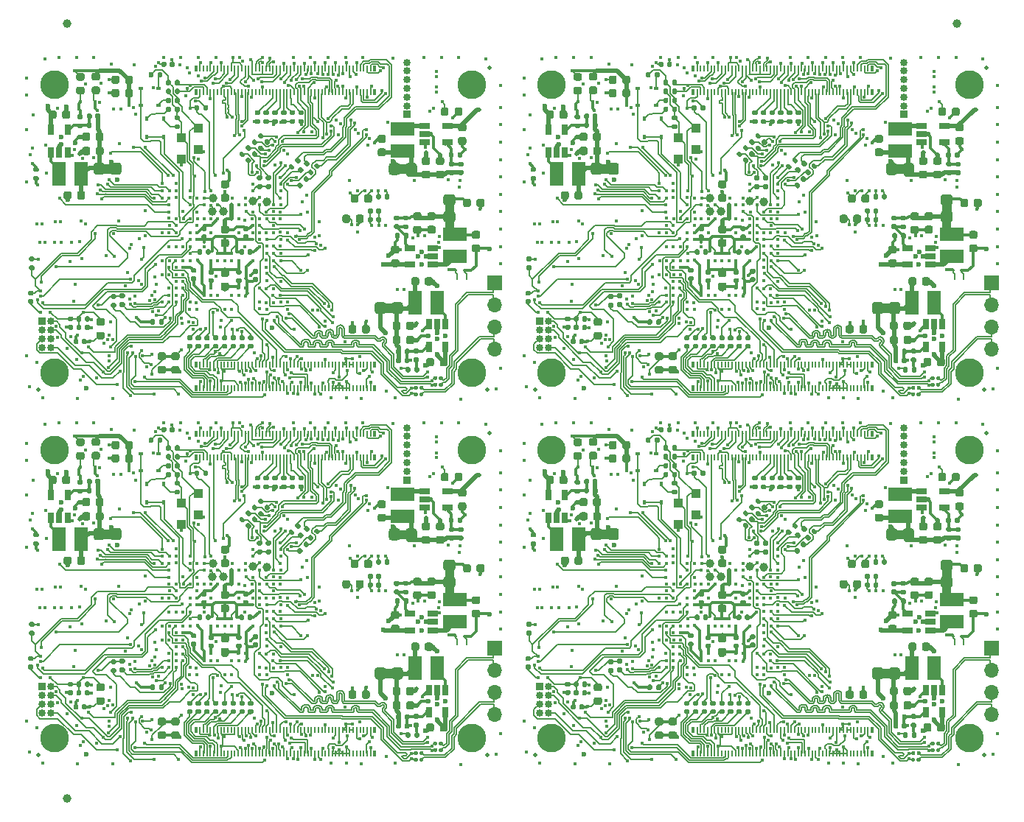
<source format=gbl>
G04 #@! TF.GenerationSoftware,KiCad,Pcbnew,5.1.9+dfsg1-1+deb11u1*
G04 #@! TF.CreationDate,2022-10-19T12:30:35+02:00*
G04 #@! TF.ProjectId,ulx4m-panel,756c7834-6d2d-4706-916e-656c2e6b6963,v0.0.3*
G04 #@! TF.SameCoordinates,Original*
G04 #@! TF.FileFunction,Copper,L6,Bot*
G04 #@! TF.FilePolarity,Positive*
%FSLAX46Y46*%
G04 Gerber Fmt 4.6, Leading zero omitted, Abs format (unit mm)*
G04 Created by KiCad (PCBNEW 5.1.9+dfsg1-1+deb11u1) date 2022-10-19 12:30:35*
%MOMM*%
%LPD*%
G01*
G04 APERTURE LIST*
G04 #@! TA.AperFunction,EtchedComponent*
%ADD10C,0.100000*%
G04 #@! TD*
G04 #@! TA.AperFunction,SMDPad,CuDef*
%ADD11C,1.000000*%
G04 #@! TD*
G04 #@! TA.AperFunction,SMDPad,CuDef*
%ADD12C,0.500000*%
G04 #@! TD*
G04 #@! TA.AperFunction,SMDPad,CuDef*
%ADD13R,1.200000X0.700000*%
G04 #@! TD*
G04 #@! TA.AperFunction,SMDPad,CuDef*
%ADD14R,2.700000X1.500000*%
G04 #@! TD*
G04 #@! TA.AperFunction,SMDPad,CuDef*
%ADD15R,1.000000X1.000000*%
G04 #@! TD*
G04 #@! TA.AperFunction,SMDPad,CuDef*
%ADD16R,0.450000X0.600000*%
G04 #@! TD*
G04 #@! TA.AperFunction,SMDPad,CuDef*
%ADD17R,0.600000X0.450000*%
G04 #@! TD*
G04 #@! TA.AperFunction,SMDPad,CuDef*
%ADD18R,0.230000X0.660000*%
G04 #@! TD*
G04 #@! TA.AperFunction,SMDPad,CuDef*
%ADD19R,0.350000X0.660000*%
G04 #@! TD*
G04 #@! TA.AperFunction,SMDPad,CuDef*
%ADD20R,0.700000X1.200000*%
G04 #@! TD*
G04 #@! TA.AperFunction,SMDPad,CuDef*
%ADD21R,1.500000X2.700000*%
G04 #@! TD*
G04 #@! TA.AperFunction,ComponentPad*
%ADD22C,3.300000*%
G04 #@! TD*
G04 #@! TA.AperFunction,ComponentPad*
%ADD23R,1.700000X1.700000*%
G04 #@! TD*
G04 #@! TA.AperFunction,ComponentPad*
%ADD24O,1.700000X1.700000*%
G04 #@! TD*
G04 #@! TA.AperFunction,ComponentPad*
%ADD25O,0.850000X0.850000*%
G04 #@! TD*
G04 #@! TA.AperFunction,ComponentPad*
%ADD26R,0.850000X0.850000*%
G04 #@! TD*
G04 #@! TA.AperFunction,ViaPad*
%ADD27C,0.419000*%
G04 #@! TD*
G04 #@! TA.AperFunction,ViaPad*
%ADD28C,0.600000*%
G04 #@! TD*
G04 #@! TA.AperFunction,ViaPad*
%ADD29C,0.420000*%
G04 #@! TD*
G04 #@! TA.AperFunction,Conductor*
%ADD30C,0.300000*%
G04 #@! TD*
G04 #@! TA.AperFunction,Conductor*
%ADD31C,0.127000*%
G04 #@! TD*
G04 #@! TA.AperFunction,Conductor*
%ADD32C,0.500000*%
G04 #@! TD*
G04 #@! TA.AperFunction,Conductor*
%ADD33C,0.200000*%
G04 #@! TD*
G04 #@! TA.AperFunction,Conductor*
%ADD34C,1.000000*%
G04 #@! TD*
G04 #@! TA.AperFunction,Conductor*
%ADD35C,0.400000*%
G04 #@! TD*
G04 APERTURE END LIST*
D10*
G04 #@! TO.C,RP4*
G36*
X106510002Y-65105016D02*
G01*
X106510002Y-64305016D01*
X105510002Y-64305016D01*
X105510002Y-65105016D01*
X106510002Y-65105016D01*
G37*
X106510002Y-65105016D02*
X106510002Y-64305016D01*
X105510002Y-64305016D01*
X105510002Y-65105016D01*
X106510002Y-65105016D01*
G04 #@! TO.C,RP2*
G36*
X66350002Y-60655016D02*
G01*
X67150002Y-60655016D01*
X67150002Y-59655016D01*
X66350002Y-59655016D01*
X66350002Y-60655016D01*
G37*
X66350002Y-60655016D02*
X67150002Y-60655016D01*
X67150002Y-59655016D01*
X66350002Y-59655016D01*
X66350002Y-60655016D01*
G04 #@! TO.C,RP1*
G36*
X99460002Y-75670016D02*
G01*
X98660002Y-75670016D01*
X98660002Y-76670016D01*
X99460002Y-76670016D01*
X99460002Y-75670016D01*
G37*
X99460002Y-75670016D02*
X98660002Y-75670016D01*
X98660002Y-76670016D01*
X99460002Y-76670016D01*
X99460002Y-75670016D01*
G04 #@! TO.C,RP3*
G36*
X101070002Y-59685016D02*
G01*
X100270002Y-59685016D01*
X100270002Y-60685016D01*
X101070002Y-60685016D01*
X101070002Y-59685016D01*
G37*
X101070002Y-59685016D02*
X100270002Y-59685016D01*
X100270002Y-60685016D01*
X101070002Y-60685016D01*
X101070002Y-59685016D01*
G04 #@! TO.C,RP4*
G36*
X49400000Y-65105016D02*
G01*
X49400000Y-64305016D01*
X48400000Y-64305016D01*
X48400000Y-65105016D01*
X49400000Y-65105016D01*
G37*
X49400000Y-65105016D02*
X49400000Y-64305016D01*
X48400000Y-64305016D01*
X48400000Y-65105016D01*
X49400000Y-65105016D01*
G04 #@! TO.C,RP2*
G36*
X9240000Y-60655016D02*
G01*
X10040000Y-60655016D01*
X10040000Y-59655016D01*
X9240000Y-59655016D01*
X9240000Y-60655016D01*
G37*
X9240000Y-60655016D02*
X10040000Y-60655016D01*
X10040000Y-59655016D01*
X9240000Y-59655016D01*
X9240000Y-60655016D01*
G04 #@! TO.C,RP1*
G36*
X42350000Y-75670016D02*
G01*
X41550000Y-75670016D01*
X41550000Y-76670016D01*
X42350000Y-76670016D01*
X42350000Y-75670016D01*
G37*
X42350000Y-75670016D02*
X41550000Y-75670016D01*
X41550000Y-76670016D01*
X42350000Y-76670016D01*
X42350000Y-75670016D01*
G04 #@! TO.C,RP3*
G36*
X43960000Y-59685016D02*
G01*
X43160000Y-59685016D01*
X43160000Y-60685016D01*
X43960000Y-60685016D01*
X43960000Y-59685016D01*
G37*
X43960000Y-59685016D02*
X43160000Y-59685016D01*
X43160000Y-60685016D01*
X43960000Y-60685016D01*
X43960000Y-59685016D01*
G04 #@! TO.C,RP4*
G36*
X106510002Y-23105008D02*
G01*
X106510002Y-22305008D01*
X105510002Y-22305008D01*
X105510002Y-23105008D01*
X106510002Y-23105008D01*
G37*
X106510002Y-23105008D02*
X106510002Y-22305008D01*
X105510002Y-22305008D01*
X105510002Y-23105008D01*
X106510002Y-23105008D01*
G04 #@! TO.C,RP2*
G36*
X66350002Y-18655008D02*
G01*
X67150002Y-18655008D01*
X67150002Y-17655008D01*
X66350002Y-17655008D01*
X66350002Y-18655008D01*
G37*
X66350002Y-18655008D02*
X67150002Y-18655008D01*
X67150002Y-17655008D01*
X66350002Y-17655008D01*
X66350002Y-18655008D01*
G04 #@! TO.C,RP1*
G36*
X99460002Y-33670008D02*
G01*
X98660002Y-33670008D01*
X98660002Y-34670008D01*
X99460002Y-34670008D01*
X99460002Y-33670008D01*
G37*
X99460002Y-33670008D02*
X98660002Y-33670008D01*
X98660002Y-34670008D01*
X99460002Y-34670008D01*
X99460002Y-33670008D01*
G04 #@! TO.C,RP3*
G36*
X101070002Y-17685008D02*
G01*
X100270002Y-17685008D01*
X100270002Y-18685008D01*
X101070002Y-18685008D01*
X101070002Y-17685008D01*
G37*
X101070002Y-17685008D02*
X100270002Y-17685008D01*
X100270002Y-18685008D01*
X101070002Y-18685008D01*
X101070002Y-17685008D01*
G04 #@! TO.C,RP4*
G36*
X49400000Y-23105008D02*
G01*
X49400000Y-22305008D01*
X48400000Y-22305008D01*
X48400000Y-23105008D01*
X49400000Y-23105008D01*
G37*
X49400000Y-23105008D02*
X49400000Y-22305008D01*
X48400000Y-22305008D01*
X48400000Y-23105008D01*
X49400000Y-23105008D01*
G04 #@! TO.C,RP2*
G36*
X9240000Y-18655008D02*
G01*
X10040000Y-18655008D01*
X10040000Y-17655008D01*
X9240000Y-17655008D01*
X9240000Y-18655008D01*
G37*
X9240000Y-18655008D02*
X10040000Y-18655008D01*
X10040000Y-17655008D01*
X9240000Y-17655008D01*
X9240000Y-18655008D01*
G04 #@! TO.C,RP1*
G36*
X42350000Y-33670008D02*
G01*
X41550000Y-33670008D01*
X41550000Y-34670008D01*
X42350000Y-34670008D01*
X42350000Y-33670008D01*
G37*
X42350000Y-33670008D02*
X41550000Y-33670008D01*
X41550000Y-34670008D01*
X42350000Y-34670008D01*
X42350000Y-33670008D01*
G04 #@! TO.C,RP3*
G36*
X43960000Y-17685008D02*
G01*
X43160000Y-17685008D01*
X43160000Y-18685008D01*
X43960000Y-18685008D01*
X43960000Y-17685008D01*
G37*
X43960000Y-17685008D02*
X43160000Y-17685008D01*
X43160000Y-18685008D01*
X43960000Y-18685008D01*
X43960000Y-17685008D01*
G04 #@! TD*
D11*
G04 #@! TO.P,REF\u002A\u002A,*
G04 #@! TO.N,*
X5000000Y-90500014D03*
G04 #@! TD*
G04 #@! TO.P,REF\u002A\u002A,*
G04 #@! TO.N,*
X107220002Y-1500000D03*
G04 #@! TD*
G04 #@! TO.P,REF\u002A\u002A,*
G04 #@! TO.N,*
X5000000Y-1500000D03*
G04 #@! TD*
G04 #@! TO.P,C94,1*
G04 #@! TO.N,Board_3-/serdes/2P*
G04 #@! TA.AperFunction,SMDPad,CuDef*
G36*
G01*
X103030002Y-85995016D02*
X103030002Y-86195016D01*
G75*
G02*
X102930002Y-86295016I-100000J0D01*
G01*
X102670002Y-86295016D01*
G75*
G02*
X102570002Y-86195016I0J100000D01*
G01*
X102570002Y-85995016D01*
G75*
G02*
X102670002Y-85895016I100000J0D01*
G01*
X102930002Y-85895016D01*
G75*
G02*
X103030002Y-85995016I0J-100000D01*
G01*
G37*
G04 #@! TD.AperFunction*
G04 #@! TO.P,C94,2*
G04 #@! TO.N,Board_3-/serdes/S_5_P*
G04 #@! TA.AperFunction,SMDPad,CuDef*
G36*
G01*
X102390002Y-85995016D02*
X102390002Y-86195016D01*
G75*
G02*
X102290002Y-86295016I-100000J0D01*
G01*
X102030002Y-86295016D01*
G75*
G02*
X101930002Y-86195016I0J100000D01*
G01*
X101930002Y-85995016D01*
G75*
G02*
X102030002Y-85895016I100000J0D01*
G01*
X102290002Y-85895016D01*
G75*
G02*
X102390002Y-85995016I0J-100000D01*
G01*
G37*
G04 #@! TD.AperFunction*
G04 #@! TD*
G04 #@! TO.P,C93,2*
G04 #@! TO.N,Board_3-/serdes/S_5_N*
G04 #@! TA.AperFunction,SMDPad,CuDef*
G36*
G01*
X102400002Y-85235016D02*
X102400002Y-85435016D01*
G75*
G02*
X102300002Y-85535016I-100000J0D01*
G01*
X102040002Y-85535016D01*
G75*
G02*
X101940002Y-85435016I0J100000D01*
G01*
X101940002Y-85235016D01*
G75*
G02*
X102040002Y-85135016I100000J0D01*
G01*
X102300002Y-85135016D01*
G75*
G02*
X102400002Y-85235016I0J-100000D01*
G01*
G37*
G04 #@! TD.AperFunction*
G04 #@! TO.P,C93,1*
G04 #@! TO.N,Board_3-/serdes/2N*
G04 #@! TA.AperFunction,SMDPad,CuDef*
G36*
G01*
X103040002Y-85235016D02*
X103040002Y-85435016D01*
G75*
G02*
X102940002Y-85535016I-100000J0D01*
G01*
X102680002Y-85535016D01*
G75*
G02*
X102580002Y-85435016I0J100000D01*
G01*
X102580002Y-85235016D01*
G75*
G02*
X102680002Y-85135016I100000J0D01*
G01*
X102940002Y-85135016D01*
G75*
G02*
X103040002Y-85235016I0J-100000D01*
G01*
G37*
G04 #@! TD.AperFunction*
G04 #@! TD*
G04 #@! TO.P,C92,1*
G04 #@! TO.N,Board_3-/serdes/1P*
G04 #@! TA.AperFunction,SMDPad,CuDef*
G36*
G01*
X105270002Y-84885016D02*
X105270002Y-85085016D01*
G75*
G02*
X105170002Y-85185016I-100000J0D01*
G01*
X104910002Y-85185016D01*
G75*
G02*
X104810002Y-85085016I0J100000D01*
G01*
X104810002Y-84885016D01*
G75*
G02*
X104910002Y-84785016I100000J0D01*
G01*
X105170002Y-84785016D01*
G75*
G02*
X105270002Y-84885016I0J-100000D01*
G01*
G37*
G04 #@! TD.AperFunction*
G04 #@! TO.P,C92,2*
G04 #@! TO.N,Board_3-/serdes/S_7_P*
G04 #@! TA.AperFunction,SMDPad,CuDef*
G36*
G01*
X104630002Y-84885016D02*
X104630002Y-85085016D01*
G75*
G02*
X104530002Y-85185016I-100000J0D01*
G01*
X104270002Y-85185016D01*
G75*
G02*
X104170002Y-85085016I0J100000D01*
G01*
X104170002Y-84885016D01*
G75*
G02*
X104270002Y-84785016I100000J0D01*
G01*
X104530002Y-84785016D01*
G75*
G02*
X104630002Y-84885016I0J-100000D01*
G01*
G37*
G04 #@! TD.AperFunction*
G04 #@! TD*
G04 #@! TO.P,C91,2*
G04 #@! TO.N,Board_3-/serdes/S_7_N*
G04 #@! TA.AperFunction,SMDPad,CuDef*
G36*
G01*
X104630002Y-84125016D02*
X104630002Y-84325016D01*
G75*
G02*
X104530002Y-84425016I-100000J0D01*
G01*
X104270002Y-84425016D01*
G75*
G02*
X104170002Y-84325016I0J100000D01*
G01*
X104170002Y-84125016D01*
G75*
G02*
X104270002Y-84025016I100000J0D01*
G01*
X104530002Y-84025016D01*
G75*
G02*
X104630002Y-84125016I0J-100000D01*
G01*
G37*
G04 #@! TD.AperFunction*
G04 #@! TO.P,C91,1*
G04 #@! TO.N,Board_3-/serdes/1N*
G04 #@! TA.AperFunction,SMDPad,CuDef*
G36*
G01*
X105270002Y-84125016D02*
X105270002Y-84325016D01*
G75*
G02*
X105170002Y-84425016I-100000J0D01*
G01*
X104910002Y-84425016D01*
G75*
G02*
X104810002Y-84325016I0J100000D01*
G01*
X104810002Y-84125016D01*
G75*
G02*
X104910002Y-84025016I100000J0D01*
G01*
X105170002Y-84025016D01*
G75*
G02*
X105270002Y-84125016I0J-100000D01*
G01*
G37*
G04 #@! TD.AperFunction*
G04 #@! TD*
G04 #@! TO.P,R53,2*
G04 #@! TO.N,Board_3-ETH_~RESET*
G04 #@! TA.AperFunction,SMDPad,CuDef*
G36*
G01*
X57865002Y-71275016D02*
X58235002Y-71275016D01*
G75*
G02*
X58370002Y-71410016I0J-135000D01*
G01*
X58370002Y-71680016D01*
G75*
G02*
X58235002Y-71815016I-135000J0D01*
G01*
X57865002Y-71815016D01*
G75*
G02*
X57730002Y-71680016I0J135000D01*
G01*
X57730002Y-71410016D01*
G75*
G02*
X57865002Y-71275016I135000J0D01*
G01*
G37*
G04 #@! TD.AperFunction*
G04 #@! TO.P,R53,1*
G04 #@! TO.N,Board_3-CM4_3.3V*
G04 #@! TA.AperFunction,SMDPad,CuDef*
G36*
G01*
X57865002Y-70255016D02*
X58235002Y-70255016D01*
G75*
G02*
X58370002Y-70390016I0J-135000D01*
G01*
X58370002Y-70660016D01*
G75*
G02*
X58235002Y-70795016I-135000J0D01*
G01*
X57865002Y-70795016D01*
G75*
G02*
X57730002Y-70660016I0J135000D01*
G01*
X57730002Y-70390016D01*
G75*
G02*
X57865002Y-70255016I135000J0D01*
G01*
G37*
G04 #@! TD.AperFunction*
G04 #@! TD*
G04 #@! TO.P,FB1,2*
G04 #@! TO.N,Board_3-+3.3VA*
G04 #@! TA.AperFunction,SMDPad,CuDef*
G36*
G01*
X66206252Y-78205016D02*
X65693752Y-78205016D01*
G75*
G02*
X65475002Y-77986266I0J218750D01*
G01*
X65475002Y-77548766D01*
G75*
G02*
X65693752Y-77330016I218750J0D01*
G01*
X66206252Y-77330016D01*
G75*
G02*
X66425002Y-77548766I0J-218750D01*
G01*
X66425002Y-77986266D01*
G75*
G02*
X66206252Y-78205016I-218750J0D01*
G01*
G37*
G04 #@! TD.AperFunction*
G04 #@! TO.P,FB1,1*
G04 #@! TO.N,Board_3-CM4_3.3V*
G04 #@! TA.AperFunction,SMDPad,CuDef*
G36*
G01*
X66206252Y-79780016D02*
X65693752Y-79780016D01*
G75*
G02*
X65475002Y-79561266I0J218750D01*
G01*
X65475002Y-79123766D01*
G75*
G02*
X65693752Y-78905016I218750J0D01*
G01*
X66206252Y-78905016D01*
G75*
G02*
X66425002Y-79123766I0J-218750D01*
G01*
X66425002Y-79561266D01*
G75*
G02*
X66206252Y-79780016I-218750J0D01*
G01*
G37*
G04 #@! TD.AperFunction*
G04 #@! TD*
G04 #@! TO.P,C90,1*
G04 #@! TO.N,Board_3-+3.3VA*
G04 #@! TA.AperFunction,SMDPad,CuDef*
G36*
G01*
X63190002Y-77585016D02*
X63190002Y-77245016D01*
G75*
G02*
X63330002Y-77105016I140000J0D01*
G01*
X63610002Y-77105016D01*
G75*
G02*
X63750002Y-77245016I0J-140000D01*
G01*
X63750002Y-77585016D01*
G75*
G02*
X63610002Y-77725016I-140000J0D01*
G01*
X63330002Y-77725016D01*
G75*
G02*
X63190002Y-77585016I0J140000D01*
G01*
G37*
G04 #@! TD.AperFunction*
G04 #@! TO.P,C90,2*
G04 #@! TO.N,Board_3-GND*
G04 #@! TA.AperFunction,SMDPad,CuDef*
G36*
G01*
X64150002Y-77585016D02*
X64150002Y-77245016D01*
G75*
G02*
X64290002Y-77105016I140000J0D01*
G01*
X64570002Y-77105016D01*
G75*
G02*
X64710002Y-77245016I0J-140000D01*
G01*
X64710002Y-77585016D01*
G75*
G02*
X64570002Y-77725016I-140000J0D01*
G01*
X64290002Y-77725016D01*
G75*
G02*
X64150002Y-77585016I0J140000D01*
G01*
G37*
G04 #@! TD.AperFunction*
G04 #@! TD*
G04 #@! TO.P,C88,1*
G04 #@! TO.N,Board_3-+3.3VA*
G04 #@! TA.AperFunction,SMDPad,CuDef*
G36*
G01*
X63180002Y-78575016D02*
X63180002Y-78235016D01*
G75*
G02*
X63320002Y-78095016I140000J0D01*
G01*
X63600002Y-78095016D01*
G75*
G02*
X63740002Y-78235016I0J-140000D01*
G01*
X63740002Y-78575016D01*
G75*
G02*
X63600002Y-78715016I-140000J0D01*
G01*
X63320002Y-78715016D01*
G75*
G02*
X63180002Y-78575016I0J140000D01*
G01*
G37*
G04 #@! TD.AperFunction*
G04 #@! TO.P,C88,2*
G04 #@! TO.N,Board_3-GND*
G04 #@! TA.AperFunction,SMDPad,CuDef*
G36*
G01*
X64140002Y-78575016D02*
X64140002Y-78235016D01*
G75*
G02*
X64280002Y-78095016I140000J0D01*
G01*
X64560002Y-78095016D01*
G75*
G02*
X64700002Y-78235016I0J-140000D01*
G01*
X64700002Y-78575016D01*
G75*
G02*
X64560002Y-78715016I-140000J0D01*
G01*
X64280002Y-78715016D01*
G75*
G02*
X64140002Y-78575016I0J140000D01*
G01*
G37*
G04 #@! TD.AperFunction*
G04 #@! TD*
G04 #@! TO.P,C86,2*
G04 #@! TO.N,Board_3-GND*
G04 #@! TA.AperFunction,SMDPad,CuDef*
G36*
G01*
X62330002Y-78095016D02*
X62670002Y-78095016D01*
G75*
G02*
X62810002Y-78235016I0J-140000D01*
G01*
X62810002Y-78515016D01*
G75*
G02*
X62670002Y-78655016I-140000J0D01*
G01*
X62330002Y-78655016D01*
G75*
G02*
X62190002Y-78515016I0J140000D01*
G01*
X62190002Y-78235016D01*
G75*
G02*
X62330002Y-78095016I140000J0D01*
G01*
G37*
G04 #@! TD.AperFunction*
G04 #@! TO.P,C86,1*
G04 #@! TO.N,Board_3-+3.3VA*
G04 #@! TA.AperFunction,SMDPad,CuDef*
G36*
G01*
X62330002Y-77135016D02*
X62670002Y-77135016D01*
G75*
G02*
X62810002Y-77275016I0J-140000D01*
G01*
X62810002Y-77555016D01*
G75*
G02*
X62670002Y-77695016I-140000J0D01*
G01*
X62330002Y-77695016D01*
G75*
G02*
X62190002Y-77555016I0J140000D01*
G01*
X62190002Y-77275016D01*
G75*
G02*
X62330002Y-77135016I140000J0D01*
G01*
G37*
G04 #@! TD.AperFunction*
G04 #@! TD*
G04 #@! TO.P,C83,2*
G04 #@! TO.N,Board_3-ETH_~RESET*
G04 #@! TA.AperFunction,SMDPad,CuDef*
G36*
G01*
X58110002Y-74745016D02*
X57770002Y-74745016D01*
G75*
G02*
X57630002Y-74605016I0J140000D01*
G01*
X57630002Y-74325016D01*
G75*
G02*
X57770002Y-74185016I140000J0D01*
G01*
X58110002Y-74185016D01*
G75*
G02*
X58250002Y-74325016I0J-140000D01*
G01*
X58250002Y-74605016D01*
G75*
G02*
X58110002Y-74745016I-140000J0D01*
G01*
G37*
G04 #@! TD.AperFunction*
G04 #@! TO.P,C83,1*
G04 #@! TO.N,Board_3-GND*
G04 #@! TA.AperFunction,SMDPad,CuDef*
G36*
G01*
X58110002Y-75705016D02*
X57770002Y-75705016D01*
G75*
G02*
X57630002Y-75565016I0J140000D01*
G01*
X57630002Y-75285016D01*
G75*
G02*
X57770002Y-75145016I140000J0D01*
G01*
X58110002Y-75145016D01*
G75*
G02*
X58250002Y-75285016I0J-140000D01*
G01*
X58250002Y-75565016D01*
G75*
G02*
X58110002Y-75705016I-140000J0D01*
G01*
G37*
G04 #@! TD.AperFunction*
G04 #@! TD*
G04 #@! TO.P,C82,2*
G04 #@! TO.N,Board_3-GND*
G04 #@! TA.AperFunction,SMDPad,CuDef*
G36*
G01*
X94625002Y-65665016D02*
X94625002Y-66165016D01*
G75*
G02*
X94400002Y-66390016I-225000J0D01*
G01*
X93950002Y-66390016D01*
G75*
G02*
X93725002Y-66165016I0J225000D01*
G01*
X93725002Y-65665016D01*
G75*
G02*
X93950002Y-65440016I225000J0D01*
G01*
X94400002Y-65440016D01*
G75*
G02*
X94625002Y-65665016I0J-225000D01*
G01*
G37*
G04 #@! TD.AperFunction*
G04 #@! TO.P,C82,1*
G04 #@! TO.N,Board_3-CM4_3.3V*
G04 #@! TA.AperFunction,SMDPad,CuDef*
G36*
G01*
X96175002Y-65665016D02*
X96175002Y-66165016D01*
G75*
G02*
X95950002Y-66390016I-225000J0D01*
G01*
X95500002Y-66390016D01*
G75*
G02*
X95275002Y-66165016I0J225000D01*
G01*
X95275002Y-65665016D01*
G75*
G02*
X95500002Y-65440016I225000J0D01*
G01*
X95950002Y-65440016D01*
G75*
G02*
X96175002Y-65665016I0J-225000D01*
G01*
G37*
G04 #@! TD.AperFunction*
G04 #@! TD*
G04 #@! TO.P,C81,1*
G04 #@! TO.N,Board_3-CM4_3.3V*
G04 #@! TA.AperFunction,SMDPad,CuDef*
G36*
G01*
X98170002Y-65845016D02*
X98170002Y-66185016D01*
G75*
G02*
X98030002Y-66325016I-140000J0D01*
G01*
X97750002Y-66325016D01*
G75*
G02*
X97610002Y-66185016I0J140000D01*
G01*
X97610002Y-65845016D01*
G75*
G02*
X97750002Y-65705016I140000J0D01*
G01*
X98030002Y-65705016D01*
G75*
G02*
X98170002Y-65845016I0J-140000D01*
G01*
G37*
G04 #@! TD.AperFunction*
G04 #@! TO.P,C81,2*
G04 #@! TO.N,Board_3-GND*
G04 #@! TA.AperFunction,SMDPad,CuDef*
G36*
G01*
X97210002Y-65845016D02*
X97210002Y-66185016D01*
G75*
G02*
X97070002Y-66325016I-140000J0D01*
G01*
X96790002Y-66325016D01*
G75*
G02*
X96650002Y-66185016I0J140000D01*
G01*
X96650002Y-65845016D01*
G75*
G02*
X96790002Y-65705016I140000J0D01*
G01*
X97070002Y-65705016D01*
G75*
G02*
X97210002Y-65845016I0J-140000D01*
G01*
G37*
G04 #@! TD.AperFunction*
G04 #@! TD*
G04 #@! TO.P,C80,2*
G04 #@! TO.N,Board_3-GND*
G04 #@! TA.AperFunction,SMDPad,CuDef*
G36*
G01*
X98160002Y-63195016D02*
X98160002Y-63535016D01*
G75*
G02*
X98020002Y-63675016I-140000J0D01*
G01*
X97740002Y-63675016D01*
G75*
G02*
X97600002Y-63535016I0J140000D01*
G01*
X97600002Y-63195016D01*
G75*
G02*
X97740002Y-63055016I140000J0D01*
G01*
X98020002Y-63055016D01*
G75*
G02*
X98160002Y-63195016I0J-140000D01*
G01*
G37*
G04 #@! TD.AperFunction*
G04 #@! TO.P,C80,1*
G04 #@! TO.N,Board_3-CM4_3.3V*
G04 #@! TA.AperFunction,SMDPad,CuDef*
G36*
G01*
X99120002Y-63195016D02*
X99120002Y-63535016D01*
G75*
G02*
X98980002Y-63675016I-140000J0D01*
G01*
X98700002Y-63675016D01*
G75*
G02*
X98560002Y-63535016I0J140000D01*
G01*
X98560002Y-63195016D01*
G75*
G02*
X98700002Y-63055016I140000J0D01*
G01*
X98980002Y-63055016D01*
G75*
G02*
X99120002Y-63195016I0J-140000D01*
G01*
G37*
G04 #@! TD.AperFunction*
G04 #@! TD*
G04 #@! TO.P,C79,2*
G04 #@! TO.N,Board_3-GND*
G04 #@! TA.AperFunction,SMDPad,CuDef*
G36*
G01*
X97210002Y-64845016D02*
X97210002Y-65185016D01*
G75*
G02*
X97070002Y-65325016I-140000J0D01*
G01*
X96790002Y-65325016D01*
G75*
G02*
X96650002Y-65185016I0J140000D01*
G01*
X96650002Y-64845016D01*
G75*
G02*
X96790002Y-64705016I140000J0D01*
G01*
X97070002Y-64705016D01*
G75*
G02*
X97210002Y-64845016I0J-140000D01*
G01*
G37*
G04 #@! TD.AperFunction*
G04 #@! TO.P,C79,1*
G04 #@! TO.N,Board_3-CM4_3.3V*
G04 #@! TA.AperFunction,SMDPad,CuDef*
G36*
G01*
X98170002Y-64845016D02*
X98170002Y-65185016D01*
G75*
G02*
X98030002Y-65325016I-140000J0D01*
G01*
X97750002Y-65325016D01*
G75*
G02*
X97610002Y-65185016I0J140000D01*
G01*
X97610002Y-64845016D01*
G75*
G02*
X97750002Y-64705016I140000J0D01*
G01*
X98030002Y-64705016D01*
G75*
G02*
X98170002Y-64845016I0J-140000D01*
G01*
G37*
G04 #@! TD.AperFunction*
G04 #@! TD*
G04 #@! TO.P,C78,1*
G04 #@! TO.N,Board_3-CM4_3.3V*
G04 #@! TA.AperFunction,SMDPad,CuDef*
G36*
G01*
X94675002Y-63835016D02*
X94675002Y-63335016D01*
G75*
G02*
X94900002Y-63110016I225000J0D01*
G01*
X95350002Y-63110016D01*
G75*
G02*
X95575002Y-63335016I0J-225000D01*
G01*
X95575002Y-63835016D01*
G75*
G02*
X95350002Y-64060016I-225000J0D01*
G01*
X94900002Y-64060016D01*
G75*
G02*
X94675002Y-63835016I0J225000D01*
G01*
G37*
G04 #@! TD.AperFunction*
G04 #@! TO.P,C78,2*
G04 #@! TO.N,Board_3-GND*
G04 #@! TA.AperFunction,SMDPad,CuDef*
G36*
G01*
X96225002Y-63835016D02*
X96225002Y-63335016D01*
G75*
G02*
X96450002Y-63110016I225000J0D01*
G01*
X96900002Y-63110016D01*
G75*
G02*
X97125002Y-63335016I0J-225000D01*
G01*
X97125002Y-63835016D01*
G75*
G02*
X96900002Y-64060016I-225000J0D01*
G01*
X96450002Y-64060016D01*
G75*
G02*
X96225002Y-63835016I0J225000D01*
G01*
G37*
G04 #@! TD.AperFunction*
G04 #@! TD*
D12*
G04 #@! TO.P,FI6,*
G04 #@! TO.N,*
X58780002Y-85565016D03*
G04 #@! TD*
G04 #@! TO.P,FI5,*
G04 #@! TO.N,*
X110360002Y-85555016D03*
G04 #@! TD*
G04 #@! TO.P,FI4,*
G04 #@! TO.N,*
X110590002Y-48555016D03*
G04 #@! TD*
D11*
G04 #@! TO.P,TP_D16,1*
G04 #@! TO.N,Board_3-Net-(TP_D16-Pad1)*
X85020002Y-63975016D03*
G04 #@! TD*
G04 #@! TO.P,TP_C16,1*
G04 #@! TO.N,Board_3-Net-(TP_C16-Pad1)*
X83410002Y-63905016D03*
G04 #@! TD*
G04 #@! TO.P,TP_E9,1*
G04 #@! TO.N,Board_3-Net-(TP_E9-Pad1)*
X80080002Y-65075816D03*
G04 #@! TD*
D13*
G04 #@! TO.P,U8,1*
G04 #@! TO.N,Board_3-+5V*
X104120002Y-69295016D03*
G04 #@! TO.P,U8,2*
G04 #@! TO.N,Board_3-GND*
X104120002Y-70245016D03*
G04 #@! TO.P,U8,3*
G04 #@! TO.N,Board_3-/power/L4*
X104120002Y-71195016D03*
G04 #@! TO.P,U8,4*
G04 #@! TO.N,Board_3-+5V*
X101520002Y-71195016D03*
G04 #@! TO.P,U8,5*
G04 #@! TO.N,Board_3-/power/FB4*
X101520002Y-69295016D03*
G04 #@! TD*
G04 #@! TO.P,RP4,2*
G04 #@! TO.N,Board_3-+1V35*
G04 #@! TA.AperFunction,SMDPad,CuDef*
G36*
G01*
X106386252Y-64385016D02*
X105633752Y-64385016D01*
G75*
G02*
X105310002Y-64061266I0J323750D01*
G01*
X105310002Y-63413766D01*
G75*
G02*
X105633752Y-63090016I323750J0D01*
G01*
X106386252Y-63090016D01*
G75*
G02*
X106710002Y-63413766I0J-323750D01*
G01*
X106710002Y-64061266D01*
G75*
G02*
X106386252Y-64385016I-323750J0D01*
G01*
G37*
G04 #@! TD.AperFunction*
G04 #@! TO.P,RP4,1*
G04 #@! TO.N,Board_3-/power/P1V35*
G04 #@! TA.AperFunction,SMDPad,CuDef*
G36*
G01*
X106386252Y-66320016D02*
X105633752Y-66320016D01*
G75*
G02*
X105310002Y-65996266I0J323750D01*
G01*
X105310002Y-65348766D01*
G75*
G02*
X105633752Y-65025016I323750J0D01*
G01*
X106386252Y-65025016D01*
G75*
G02*
X106710002Y-65348766I0J-323750D01*
G01*
X106710002Y-65996266D01*
G75*
G02*
X106386252Y-66320016I-323750J0D01*
G01*
G37*
G04 #@! TD.AperFunction*
G04 #@! TD*
D14*
G04 #@! TO.P,L4,1*
G04 #@! TO.N,Board_3-/power/L4*
X106630002Y-70250017D03*
G04 #@! TO.P,L4,2*
G04 #@! TO.N,Board_3-/power/P1V35*
X106630002Y-67710017D03*
G04 #@! TD*
G04 #@! TO.P,C98,1*
G04 #@! TO.N,Board_3-+1V35*
G04 #@! TA.AperFunction,SMDPad,CuDef*
G36*
G01*
X107585002Y-64335016D02*
X107585002Y-63835016D01*
G75*
G02*
X107810002Y-63610016I225000J0D01*
G01*
X108260002Y-63610016D01*
G75*
G02*
X108485002Y-63835016I0J-225000D01*
G01*
X108485002Y-64335016D01*
G75*
G02*
X108260002Y-64560016I-225000J0D01*
G01*
X107810002Y-64560016D01*
G75*
G02*
X107585002Y-64335016I0J225000D01*
G01*
G37*
G04 #@! TD.AperFunction*
G04 #@! TO.P,C98,2*
G04 #@! TO.N,Board_3-GND*
G04 #@! TA.AperFunction,SMDPad,CuDef*
G36*
G01*
X109135002Y-64335016D02*
X109135002Y-63835016D01*
G75*
G02*
X109360002Y-63610016I225000J0D01*
G01*
X109810002Y-63610016D01*
G75*
G02*
X110035002Y-63835016I0J-225000D01*
G01*
X110035002Y-64335016D01*
G75*
G02*
X109810002Y-64560016I-225000J0D01*
G01*
X109360002Y-64560016D01*
G75*
G02*
X109135002Y-64335016I0J225000D01*
G01*
G37*
G04 #@! TD.AperFunction*
G04 #@! TD*
G04 #@! TO.P,C97,2*
G04 #@! TO.N,Board_3-GND*
G04 #@! TA.AperFunction,SMDPad,CuDef*
G36*
G01*
X108822003Y-68854016D02*
X109322003Y-68854016D01*
G75*
G02*
X109547003Y-69079016I0J-225000D01*
G01*
X109547003Y-69529016D01*
G75*
G02*
X109322003Y-69754016I-225000J0D01*
G01*
X108822003Y-69754016D01*
G75*
G02*
X108597003Y-69529016I0J225000D01*
G01*
X108597003Y-69079016D01*
G75*
G02*
X108822003Y-68854016I225000J0D01*
G01*
G37*
G04 #@! TD.AperFunction*
G04 #@! TO.P,C97,1*
G04 #@! TO.N,Board_3-/power/P1V35*
G04 #@! TA.AperFunction,SMDPad,CuDef*
G36*
G01*
X108822003Y-67304016D02*
X109322003Y-67304016D01*
G75*
G02*
X109547003Y-67529016I0J-225000D01*
G01*
X109547003Y-67979016D01*
G75*
G02*
X109322003Y-68204016I-225000J0D01*
G01*
X108822003Y-68204016D01*
G75*
G02*
X108597003Y-67979016I0J225000D01*
G01*
X108597003Y-67529016D01*
G75*
G02*
X108822003Y-67304016I225000J0D01*
G01*
G37*
G04 #@! TD.AperFunction*
G04 #@! TD*
G04 #@! TO.P,C96,2*
G04 #@! TO.N,Board_3-GND*
G04 #@! TA.AperFunction,SMDPad,CuDef*
G36*
G01*
X103715002Y-66710017D02*
X104215002Y-66710017D01*
G75*
G02*
X104440002Y-66935017I0J-225000D01*
G01*
X104440002Y-67385017D01*
G75*
G02*
X104215002Y-67610017I-225000J0D01*
G01*
X103715002Y-67610017D01*
G75*
G02*
X103490002Y-67385017I0J225000D01*
G01*
X103490002Y-66935017D01*
G75*
G02*
X103715002Y-66710017I225000J0D01*
G01*
G37*
G04 #@! TD.AperFunction*
G04 #@! TO.P,C96,1*
G04 #@! TO.N,Board_3-/power/P1V35*
G04 #@! TA.AperFunction,SMDPad,CuDef*
G36*
G01*
X103715002Y-65160017D02*
X104215002Y-65160017D01*
G75*
G02*
X104440002Y-65385017I0J-225000D01*
G01*
X104440002Y-65835017D01*
G75*
G02*
X104215002Y-66060017I-225000J0D01*
G01*
X103715002Y-66060017D01*
G75*
G02*
X103490002Y-65835017I0J225000D01*
G01*
X103490002Y-65385017D01*
G75*
G02*
X103715002Y-65160017I225000J0D01*
G01*
G37*
G04 #@! TD.AperFunction*
G04 #@! TD*
G04 #@! TO.P,C95,1*
G04 #@! TO.N,Board_3-/power/P1V35*
G04 #@! TA.AperFunction,SMDPad,CuDef*
G36*
G01*
X102080000Y-65170017D02*
X102580000Y-65170017D01*
G75*
G02*
X102805000Y-65395017I0J-225000D01*
G01*
X102805000Y-65845017D01*
G75*
G02*
X102580000Y-66070017I-225000J0D01*
G01*
X102080000Y-66070017D01*
G75*
G02*
X101855000Y-65845017I0J225000D01*
G01*
X101855000Y-65395017D01*
G75*
G02*
X102080000Y-65170017I225000J0D01*
G01*
G37*
G04 #@! TD.AperFunction*
G04 #@! TO.P,C95,2*
G04 #@! TO.N,Board_3-GND*
G04 #@! TA.AperFunction,SMDPad,CuDef*
G36*
G01*
X102080000Y-66720017D02*
X102580000Y-66720017D01*
G75*
G02*
X102805000Y-66945017I0J-225000D01*
G01*
X102805000Y-67395017D01*
G75*
G02*
X102580000Y-67620017I-225000J0D01*
G01*
X102080000Y-67620017D01*
G75*
G02*
X101855000Y-67395017I0J225000D01*
G01*
X101855000Y-66945017D01*
G75*
G02*
X102080000Y-66720017I225000J0D01*
G01*
G37*
G04 #@! TD.AperFunction*
G04 #@! TD*
G04 #@! TO.P,C77,2*
G04 #@! TO.N,Board_3-/power/FB4*
G04 #@! TA.AperFunction,SMDPad,CuDef*
G36*
G01*
X99785003Y-66520016D02*
X100125003Y-66520016D01*
G75*
G02*
X100265003Y-66660016I0J-140000D01*
G01*
X100265003Y-66940016D01*
G75*
G02*
X100125003Y-67080016I-140000J0D01*
G01*
X99785003Y-67080016D01*
G75*
G02*
X99645003Y-66940016I0J140000D01*
G01*
X99645003Y-66660016D01*
G75*
G02*
X99785003Y-66520016I140000J0D01*
G01*
G37*
G04 #@! TD.AperFunction*
G04 #@! TO.P,C77,1*
G04 #@! TO.N,Board_3-/power/P1V35*
G04 #@! TA.AperFunction,SMDPad,CuDef*
G36*
G01*
X99785003Y-65560016D02*
X100125003Y-65560016D01*
G75*
G02*
X100265003Y-65700016I0J-140000D01*
G01*
X100265003Y-65980016D01*
G75*
G02*
X100125003Y-66120016I-140000J0D01*
G01*
X99785003Y-66120016D01*
G75*
G02*
X99645003Y-65980016I0J140000D01*
G01*
X99645003Y-65700016D01*
G75*
G02*
X99785003Y-65560016I140000J0D01*
G01*
G37*
G04 #@! TD.AperFunction*
G04 #@! TD*
G04 #@! TO.P,C76,2*
G04 #@! TO.N,Board_3-GND*
G04 #@! TA.AperFunction,SMDPad,CuDef*
G36*
G01*
X100040002Y-69920015D02*
X99540002Y-69920015D01*
G75*
G02*
X99315002Y-69695015I0J225000D01*
G01*
X99315002Y-69245015D01*
G75*
G02*
X99540002Y-69020015I225000J0D01*
G01*
X100040002Y-69020015D01*
G75*
G02*
X100265002Y-69245015I0J-225000D01*
G01*
X100265002Y-69695015D01*
G75*
G02*
X100040002Y-69920015I-225000J0D01*
G01*
G37*
G04 #@! TD.AperFunction*
G04 #@! TO.P,C76,1*
G04 #@! TO.N,Board_3-+5V*
G04 #@! TA.AperFunction,SMDPad,CuDef*
G36*
G01*
X100040002Y-71470015D02*
X99540002Y-71470015D01*
G75*
G02*
X99315002Y-71245015I0J225000D01*
G01*
X99315002Y-70795015D01*
G75*
G02*
X99540002Y-70570015I225000J0D01*
G01*
X100040002Y-70570015D01*
G75*
G02*
X100265002Y-70795015I0J-225000D01*
G01*
X100265002Y-71245015D01*
G75*
G02*
X100040002Y-71470015I-225000J0D01*
G01*
G37*
G04 #@! TD.AperFunction*
G04 #@! TD*
G04 #@! TO.P,R48,2*
G04 #@! TO.N,Board_3-GND*
G04 #@! TA.AperFunction,SMDPad,CuDef*
G36*
G01*
X85045002Y-61945016D02*
X85415002Y-61945016D01*
G75*
G02*
X85550002Y-62080016I0J-135000D01*
G01*
X85550002Y-62350016D01*
G75*
G02*
X85415002Y-62485016I-135000J0D01*
G01*
X85045002Y-62485016D01*
G75*
G02*
X84910002Y-62350016I0J135000D01*
G01*
X84910002Y-62080016D01*
G75*
G02*
X85045002Y-61945016I135000J0D01*
G01*
G37*
G04 #@! TD.AperFunction*
G04 #@! TO.P,R48,1*
G04 #@! TO.N,Board_3-DSI0_D1_N*
G04 #@! TA.AperFunction,SMDPad,CuDef*
G36*
G01*
X85045002Y-60925016D02*
X85415002Y-60925016D01*
G75*
G02*
X85550002Y-61060016I0J-135000D01*
G01*
X85550002Y-61330016D01*
G75*
G02*
X85415002Y-61465016I-135000J0D01*
G01*
X85045002Y-61465016D01*
G75*
G02*
X84910002Y-61330016I0J135000D01*
G01*
X84910002Y-61060016D01*
G75*
G02*
X85045002Y-60925016I135000J0D01*
G01*
G37*
G04 #@! TD.AperFunction*
G04 #@! TD*
G04 #@! TO.P,R52,1*
G04 #@! TO.N,Board_3-DSI0_D1_P*
G04 #@! TA.AperFunction,SMDPad,CuDef*
G36*
G01*
X84035002Y-60925016D02*
X84405002Y-60925016D01*
G75*
G02*
X84540002Y-61060016I0J-135000D01*
G01*
X84540002Y-61330016D01*
G75*
G02*
X84405002Y-61465016I-135000J0D01*
G01*
X84035002Y-61465016D01*
G75*
G02*
X83900002Y-61330016I0J135000D01*
G01*
X83900002Y-61060016D01*
G75*
G02*
X84035002Y-60925016I135000J0D01*
G01*
G37*
G04 #@! TD.AperFunction*
G04 #@! TO.P,R52,2*
G04 #@! TO.N,Board_3-GND*
G04 #@! TA.AperFunction,SMDPad,CuDef*
G36*
G01*
X84035002Y-61945016D02*
X84405002Y-61945016D01*
G75*
G02*
X84540002Y-62080016I0J-135000D01*
G01*
X84540002Y-62350016D01*
G75*
G02*
X84405002Y-62485016I-135000J0D01*
G01*
X84035002Y-62485016D01*
G75*
G02*
X83900002Y-62350016I0J135000D01*
G01*
X83900002Y-62080016D01*
G75*
G02*
X84035002Y-61945016I135000J0D01*
G01*
G37*
G04 #@! TD.AperFunction*
G04 #@! TD*
G04 #@! TO.P,R38,2*
G04 #@! TO.N,Board_3-DSI0_C_N*
G04 #@! TA.AperFunction,SMDPad,CuDef*
G36*
G01*
X85030522Y-57416125D02*
X84768893Y-57154496D01*
G75*
G02*
X84768893Y-56963578I95459J95459D01*
G01*
X84959812Y-56772659D01*
G75*
G02*
X85150730Y-56772659I95459J-95459D01*
G01*
X85412359Y-57034288D01*
G75*
G02*
X85412359Y-57225206I-95459J-95459D01*
G01*
X85221440Y-57416125D01*
G75*
G02*
X85030522Y-57416125I-95459J95459D01*
G01*
G37*
G04 #@! TD.AperFunction*
G04 #@! TO.P,R38,1*
G04 #@! TO.N,Board_3-Net-(R38-Pad1)*
G04 #@! TA.AperFunction,SMDPad,CuDef*
G36*
G01*
X84309274Y-58137373D02*
X84047645Y-57875744D01*
G75*
G02*
X84047645Y-57684826I95459J95459D01*
G01*
X84238564Y-57493907D01*
G75*
G02*
X84429482Y-57493907I95459J-95459D01*
G01*
X84691111Y-57755536D01*
G75*
G02*
X84691111Y-57946454I-95459J-95459D01*
G01*
X84500192Y-58137373D01*
G75*
G02*
X84309274Y-58137373I-95459J95459D01*
G01*
G37*
G04 #@! TD.AperFunction*
G04 #@! TD*
G04 #@! TO.P,R36,2*
G04 #@! TO.N,Board_3-DSI0_D1_N*
G04 #@! TA.AperFunction,SMDPad,CuDef*
G36*
G01*
X83590522Y-58796125D02*
X83328893Y-58534496D01*
G75*
G02*
X83328893Y-58343578I95459J95459D01*
G01*
X83519812Y-58152659D01*
G75*
G02*
X83710730Y-58152659I95459J-95459D01*
G01*
X83972359Y-58414288D01*
G75*
G02*
X83972359Y-58605206I-95459J-95459D01*
G01*
X83781440Y-58796125D01*
G75*
G02*
X83590522Y-58796125I-95459J95459D01*
G01*
G37*
G04 #@! TD.AperFunction*
G04 #@! TO.P,R36,1*
G04 #@! TO.N,Board_3-Net-(R36-Pad1)*
G04 #@! TA.AperFunction,SMDPad,CuDef*
G36*
G01*
X82869274Y-59517373D02*
X82607645Y-59255744D01*
G75*
G02*
X82607645Y-59064826I95459J95459D01*
G01*
X82798564Y-58873907D01*
G75*
G02*
X82989482Y-58873907I95459J-95459D01*
G01*
X83251111Y-59135536D01*
G75*
G02*
X83251111Y-59326454I-95459J-95459D01*
G01*
X83060192Y-59517373D01*
G75*
G02*
X82869274Y-59517373I-95459J95459D01*
G01*
G37*
G04 #@! TD.AperFunction*
G04 #@! TD*
G04 #@! TO.P,R35,1*
G04 #@! TO.N,Board_3-Net-(R35-Pad1)*
G04 #@! TA.AperFunction,SMDPad,CuDef*
G36*
G01*
X88869274Y-60617373D02*
X88607645Y-60355744D01*
G75*
G02*
X88607645Y-60164826I95459J95459D01*
G01*
X88798564Y-59973907D01*
G75*
G02*
X88989482Y-59973907I95459J-95459D01*
G01*
X89251111Y-60235536D01*
G75*
G02*
X89251111Y-60426454I-95459J-95459D01*
G01*
X89060192Y-60617373D01*
G75*
G02*
X88869274Y-60617373I-95459J95459D01*
G01*
G37*
G04 #@! TD.AperFunction*
G04 #@! TO.P,R35,2*
G04 #@! TO.N,Board_3-DSI1_D3_N*
G04 #@! TA.AperFunction,SMDPad,CuDef*
G36*
G01*
X89590522Y-59896125D02*
X89328893Y-59634496D01*
G75*
G02*
X89328893Y-59443578I95459J95459D01*
G01*
X89519812Y-59252659D01*
G75*
G02*
X89710730Y-59252659I95459J-95459D01*
G01*
X89972359Y-59514288D01*
G75*
G02*
X89972359Y-59705206I-95459J-95459D01*
G01*
X89781440Y-59896125D01*
G75*
G02*
X89590522Y-59896125I-95459J95459D01*
G01*
G37*
G04 #@! TD.AperFunction*
G04 #@! TD*
G04 #@! TO.P,R34,2*
G04 #@! TO.N,Board_3-DSI1_D2_N*
G04 #@! TA.AperFunction,SMDPad,CuDef*
G36*
G01*
X89510522Y-61676125D02*
X89248893Y-61414496D01*
G75*
G02*
X89248893Y-61223578I95459J95459D01*
G01*
X89439812Y-61032659D01*
G75*
G02*
X89630730Y-61032659I95459J-95459D01*
G01*
X89892359Y-61294288D01*
G75*
G02*
X89892359Y-61485206I-95459J-95459D01*
G01*
X89701440Y-61676125D01*
G75*
G02*
X89510522Y-61676125I-95459J95459D01*
G01*
G37*
G04 #@! TD.AperFunction*
G04 #@! TO.P,R34,1*
G04 #@! TO.N,Board_3-Net-(R34-Pad1)*
G04 #@! TA.AperFunction,SMDPad,CuDef*
G36*
G01*
X88789274Y-62397373D02*
X88527645Y-62135744D01*
G75*
G02*
X88527645Y-61944826I95459J95459D01*
G01*
X88718564Y-61753907D01*
G75*
G02*
X88909482Y-61753907I95459J-95459D01*
G01*
X89171111Y-62015536D01*
G75*
G02*
X89171111Y-62206454I-95459J-95459D01*
G01*
X88980192Y-62397373D01*
G75*
G02*
X88789274Y-62397373I-95459J95459D01*
G01*
G37*
G04 #@! TD.AperFunction*
G04 #@! TD*
G04 #@! TO.P,R26,1*
G04 #@! TO.N,Board_3-DSI0_C_P*
G04 #@! TA.AperFunction,SMDPad,CuDef*
G36*
G01*
X84430730Y-56062659D02*
X84692359Y-56324288D01*
G75*
G02*
X84692359Y-56515206I-95459J-95459D01*
G01*
X84501440Y-56706125D01*
G75*
G02*
X84310522Y-56706125I-95459J95459D01*
G01*
X84048893Y-56444496D01*
G75*
G02*
X84048893Y-56253578I95459J95459D01*
G01*
X84239812Y-56062659D01*
G75*
G02*
X84430730Y-56062659I95459J-95459D01*
G01*
G37*
G04 #@! TD.AperFunction*
G04 #@! TO.P,R26,2*
G04 #@! TO.N,Board_3-Net-(R26-Pad2)*
G04 #@! TA.AperFunction,SMDPad,CuDef*
G36*
G01*
X83709482Y-56783907D02*
X83971111Y-57045536D01*
G75*
G02*
X83971111Y-57236454I-95459J-95459D01*
G01*
X83780192Y-57427373D01*
G75*
G02*
X83589274Y-57427373I-95459J95459D01*
G01*
X83327645Y-57165744D01*
G75*
G02*
X83327645Y-56974826I95459J95459D01*
G01*
X83518564Y-56783907D01*
G75*
G02*
X83709482Y-56783907I95459J-95459D01*
G01*
G37*
G04 #@! TD.AperFunction*
G04 #@! TD*
G04 #@! TO.P,R24,1*
G04 #@! TO.N,Board_3-DSI0_D1_P*
G04 #@! TA.AperFunction,SMDPad,CuDef*
G36*
G01*
X83000106Y-57453283D02*
X83261735Y-57714912D01*
G75*
G02*
X83261735Y-57905830I-95459J-95459D01*
G01*
X83070816Y-58096749D01*
G75*
G02*
X82879898Y-58096749I-95459J95459D01*
G01*
X82618269Y-57835120D01*
G75*
G02*
X82618269Y-57644202I95459J95459D01*
G01*
X82809188Y-57453283D01*
G75*
G02*
X83000106Y-57453283I95459J-95459D01*
G01*
G37*
G04 #@! TD.AperFunction*
G04 #@! TO.P,R24,2*
G04 #@! TO.N,Board_3-Net-(R24-Pad2)*
G04 #@! TA.AperFunction,SMDPad,CuDef*
G36*
G01*
X82278858Y-58174531D02*
X82540487Y-58436160D01*
G75*
G02*
X82540487Y-58627078I-95459J-95459D01*
G01*
X82349568Y-58817997D01*
G75*
G02*
X82158650Y-58817997I-95459J95459D01*
G01*
X81897021Y-58556368D01*
G75*
G02*
X81897021Y-58365450I95459J95459D01*
G01*
X82087940Y-58174531D01*
G75*
G02*
X82278858Y-58174531I95459J-95459D01*
G01*
G37*
G04 #@! TD.AperFunction*
G04 #@! TD*
G04 #@! TO.P,R23,2*
G04 #@! TO.N,Board_3-Net-(R23-Pad2)*
G04 #@! TA.AperFunction,SMDPad,CuDef*
G36*
G01*
X87939482Y-59603907D02*
X88201111Y-59865536D01*
G75*
G02*
X88201111Y-60056454I-95459J-95459D01*
G01*
X88010192Y-60247373D01*
G75*
G02*
X87819274Y-60247373I-95459J95459D01*
G01*
X87557645Y-59985744D01*
G75*
G02*
X87557645Y-59794826I95459J95459D01*
G01*
X87748564Y-59603907D01*
G75*
G02*
X87939482Y-59603907I95459J-95459D01*
G01*
G37*
G04 #@! TD.AperFunction*
G04 #@! TO.P,R23,1*
G04 #@! TO.N,Board_3-DSI1_D3_P*
G04 #@! TA.AperFunction,SMDPad,CuDef*
G36*
G01*
X88660730Y-58882659D02*
X88922359Y-59144288D01*
G75*
G02*
X88922359Y-59335206I-95459J-95459D01*
G01*
X88731440Y-59526125D01*
G75*
G02*
X88540522Y-59526125I-95459J95459D01*
G01*
X88278893Y-59264496D01*
G75*
G02*
X88278893Y-59073578I95459J95459D01*
G01*
X88469812Y-58882659D01*
G75*
G02*
X88660730Y-58882659I95459J-95459D01*
G01*
G37*
G04 #@! TD.AperFunction*
G04 #@! TD*
G04 #@! TO.P,R22,2*
G04 #@! TO.N,Board_3-Net-(R22-Pad2)*
G04 #@! TA.AperFunction,SMDPad,CuDef*
G36*
G01*
X90149482Y-60243907D02*
X90411111Y-60505536D01*
G75*
G02*
X90411111Y-60696454I-95459J-95459D01*
G01*
X90220192Y-60887373D01*
G75*
G02*
X90029274Y-60887373I-95459J95459D01*
G01*
X89767645Y-60625744D01*
G75*
G02*
X89767645Y-60434826I95459J95459D01*
G01*
X89958564Y-60243907D01*
G75*
G02*
X90149482Y-60243907I95459J-95459D01*
G01*
G37*
G04 #@! TD.AperFunction*
G04 #@! TO.P,R22,1*
G04 #@! TO.N,Board_3-DSI1_D2_P*
G04 #@! TA.AperFunction,SMDPad,CuDef*
G36*
G01*
X90870730Y-59522659D02*
X91132359Y-59784288D01*
G75*
G02*
X91132359Y-59975206I-95459J-95459D01*
G01*
X90941440Y-60166125D01*
G75*
G02*
X90750522Y-60166125I-95459J95459D01*
G01*
X90488893Y-59904496D01*
G75*
G02*
X90488893Y-59713578I95459J95459D01*
G01*
X90679812Y-59522659D01*
G75*
G02*
X90870730Y-59522659I95459J-95459D01*
G01*
G37*
G04 #@! TD.AperFunction*
G04 #@! TD*
G04 #@! TO.P,R19,2*
G04 #@! TO.N,Board_3-CM4_3.3V*
G04 #@! TA.AperFunction,SMDPad,CuDef*
G36*
G01*
X77760002Y-53340016D02*
X77760002Y-52970016D01*
G75*
G02*
X77895002Y-52835016I135000J0D01*
G01*
X78165002Y-52835016D01*
G75*
G02*
X78300002Y-52970016I0J-135000D01*
G01*
X78300002Y-53340016D01*
G75*
G02*
X78165002Y-53475016I-135000J0D01*
G01*
X77895002Y-53475016D01*
G75*
G02*
X77760002Y-53340016I0J135000D01*
G01*
G37*
G04 #@! TD.AperFunction*
G04 #@! TO.P,R19,1*
G04 #@! TO.N,Board_3-US2_ID*
G04 #@! TA.AperFunction,SMDPad,CuDef*
G36*
G01*
X76740002Y-53340016D02*
X76740002Y-52970016D01*
G75*
G02*
X76875002Y-52835016I135000J0D01*
G01*
X77145002Y-52835016D01*
G75*
G02*
X77280002Y-52970016I0J-135000D01*
G01*
X77280002Y-53340016D01*
G75*
G02*
X77145002Y-53475016I-135000J0D01*
G01*
X76875002Y-53475016D01*
G75*
G02*
X76740002Y-53340016I0J135000D01*
G01*
G37*
G04 #@! TD.AperFunction*
G04 #@! TD*
D15*
G04 #@! TO.P,D9,1*
G04 #@! TO.N,Board_3-USB_FPGA_D-*
X75220002Y-56575016D03*
G04 #@! TO.P,D9,2*
G04 #@! TO.N,Board_3-GND*
X75220002Y-59075016D03*
G04 #@! TD*
G04 #@! TO.P,D8,2*
G04 #@! TO.N,Board_3-GND*
X77180002Y-57955016D03*
G04 #@! TO.P,D8,1*
G04 #@! TO.N,Board_3-USB_FPGA_D+*
X77180002Y-55455016D03*
G04 #@! TD*
G04 #@! TO.P,C74,1*
G04 #@! TO.N,Board_3-/serdes/S_6_N*
G04 #@! TA.AperFunction,SMDPad,CuDef*
G36*
G01*
X81030002Y-79325016D02*
X81370002Y-79325016D01*
G75*
G02*
X81510002Y-79465016I0J-140000D01*
G01*
X81510002Y-79745016D01*
G75*
G02*
X81370002Y-79885016I-140000J0D01*
G01*
X81030002Y-79885016D01*
G75*
G02*
X80890002Y-79745016I0J140000D01*
G01*
X80890002Y-79465016D01*
G75*
G02*
X81030002Y-79325016I140000J0D01*
G01*
G37*
G04 #@! TD.AperFunction*
G04 #@! TO.P,C74,2*
G04 #@! TO.N,Board_3-ETH_1N*
G04 #@! TA.AperFunction,SMDPad,CuDef*
G36*
G01*
X81030002Y-80285016D02*
X81370002Y-80285016D01*
G75*
G02*
X81510002Y-80425016I0J-140000D01*
G01*
X81510002Y-80705016D01*
G75*
G02*
X81370002Y-80845016I-140000J0D01*
G01*
X81030002Y-80845016D01*
G75*
G02*
X80890002Y-80705016I0J140000D01*
G01*
X80890002Y-80425016D01*
G75*
G02*
X81030002Y-80285016I140000J0D01*
G01*
G37*
G04 #@! TD.AperFunction*
G04 #@! TD*
G04 #@! TO.P,C73,1*
G04 #@! TO.N,Board_3-/serdes/S_3_N*
G04 #@! TA.AperFunction,SMDPad,CuDef*
G36*
G01*
X78010002Y-79325016D02*
X78350002Y-79325016D01*
G75*
G02*
X78490002Y-79465016I0J-140000D01*
G01*
X78490002Y-79745016D01*
G75*
G02*
X78350002Y-79885016I-140000J0D01*
G01*
X78010002Y-79885016D01*
G75*
G02*
X77870002Y-79745016I0J140000D01*
G01*
X77870002Y-79465016D01*
G75*
G02*
X78010002Y-79325016I140000J0D01*
G01*
G37*
G04 #@! TD.AperFunction*
G04 #@! TO.P,C73,2*
G04 #@! TO.N,Board_3-ETH_2N*
G04 #@! TA.AperFunction,SMDPad,CuDef*
G36*
G01*
X78010002Y-80285016D02*
X78350002Y-80285016D01*
G75*
G02*
X78490002Y-80425016I0J-140000D01*
G01*
X78490002Y-80705016D01*
G75*
G02*
X78350002Y-80845016I-140000J0D01*
G01*
X78010002Y-80845016D01*
G75*
G02*
X77870002Y-80705016I0J140000D01*
G01*
X77870002Y-80425016D01*
G75*
G02*
X78010002Y-80285016I140000J0D01*
G01*
G37*
G04 #@! TD.AperFunction*
G04 #@! TD*
G04 #@! TO.P,C70,2*
G04 #@! TO.N,Board_3-ETH_0N*
G04 #@! TA.AperFunction,SMDPad,CuDef*
G36*
G01*
X82030002Y-80285016D02*
X82370002Y-80285016D01*
G75*
G02*
X82510002Y-80425016I0J-140000D01*
G01*
X82510002Y-80705016D01*
G75*
G02*
X82370002Y-80845016I-140000J0D01*
G01*
X82030002Y-80845016D01*
G75*
G02*
X81890002Y-80705016I0J140000D01*
G01*
X81890002Y-80425016D01*
G75*
G02*
X82030002Y-80285016I140000J0D01*
G01*
G37*
G04 #@! TD.AperFunction*
G04 #@! TO.P,C70,1*
G04 #@! TO.N,Board_3-/serdes/S_4_N*
G04 #@! TA.AperFunction,SMDPad,CuDef*
G36*
G01*
X82030002Y-79325016D02*
X82370002Y-79325016D01*
G75*
G02*
X82510002Y-79465016I0J-140000D01*
G01*
X82510002Y-79745016D01*
G75*
G02*
X82370002Y-79885016I-140000J0D01*
G01*
X82030002Y-79885016D01*
G75*
G02*
X81890002Y-79745016I0J140000D01*
G01*
X81890002Y-79465016D01*
G75*
G02*
X82030002Y-79325016I140000J0D01*
G01*
G37*
G04 #@! TD.AperFunction*
G04 #@! TD*
G04 #@! TO.P,C68,2*
G04 #@! TO.N,Board_3-ETH_3N*
G04 #@! TA.AperFunction,SMDPad,CuDef*
G36*
G01*
X77010002Y-80285016D02*
X77350002Y-80285016D01*
G75*
G02*
X77490002Y-80425016I0J-140000D01*
G01*
X77490002Y-80705016D01*
G75*
G02*
X77350002Y-80845016I-140000J0D01*
G01*
X77010002Y-80845016D01*
G75*
G02*
X76870002Y-80705016I0J140000D01*
G01*
X76870002Y-80425016D01*
G75*
G02*
X77010002Y-80285016I140000J0D01*
G01*
G37*
G04 #@! TD.AperFunction*
G04 #@! TO.P,C68,1*
G04 #@! TO.N,Board_3-/serdes/S_1_N*
G04 #@! TA.AperFunction,SMDPad,CuDef*
G36*
G01*
X77010002Y-79325016D02*
X77350002Y-79325016D01*
G75*
G02*
X77490002Y-79465016I0J-140000D01*
G01*
X77490002Y-79745016D01*
G75*
G02*
X77350002Y-79885016I-140000J0D01*
G01*
X77010002Y-79885016D01*
G75*
G02*
X76870002Y-79745016I0J140000D01*
G01*
X76870002Y-79465016D01*
G75*
G02*
X77010002Y-79325016I140000J0D01*
G01*
G37*
G04 #@! TD.AperFunction*
G04 #@! TD*
G04 #@! TO.P,C64,2*
G04 #@! TO.N,Board_3-/serdes/S_4_P*
G04 #@! TA.AperFunction,SMDPad,CuDef*
G36*
G01*
X83370002Y-79885016D02*
X83030002Y-79885016D01*
G75*
G02*
X82890002Y-79745016I0J140000D01*
G01*
X82890002Y-79465016D01*
G75*
G02*
X83030002Y-79325016I140000J0D01*
G01*
X83370002Y-79325016D01*
G75*
G02*
X83510002Y-79465016I0J-140000D01*
G01*
X83510002Y-79745016D01*
G75*
G02*
X83370002Y-79885016I-140000J0D01*
G01*
G37*
G04 #@! TD.AperFunction*
G04 #@! TO.P,C64,1*
G04 #@! TO.N,Board_3-ETH_0P*
G04 #@! TA.AperFunction,SMDPad,CuDef*
G36*
G01*
X83370002Y-80845016D02*
X83030002Y-80845016D01*
G75*
G02*
X82890002Y-80705016I0J140000D01*
G01*
X82890002Y-80425016D01*
G75*
G02*
X83030002Y-80285016I140000J0D01*
G01*
X83370002Y-80285016D01*
G75*
G02*
X83510002Y-80425016I0J-140000D01*
G01*
X83510002Y-80705016D01*
G75*
G02*
X83370002Y-80845016I-140000J0D01*
G01*
G37*
G04 #@! TD.AperFunction*
G04 #@! TD*
G04 #@! TO.P,C62,2*
G04 #@! TO.N,Board_3-/serdes/S_1_P*
G04 #@! TA.AperFunction,SMDPad,CuDef*
G36*
G01*
X76350002Y-79885016D02*
X76010002Y-79885016D01*
G75*
G02*
X75870002Y-79745016I0J140000D01*
G01*
X75870002Y-79465016D01*
G75*
G02*
X76010002Y-79325016I140000J0D01*
G01*
X76350002Y-79325016D01*
G75*
G02*
X76490002Y-79465016I0J-140000D01*
G01*
X76490002Y-79745016D01*
G75*
G02*
X76350002Y-79885016I-140000J0D01*
G01*
G37*
G04 #@! TD.AperFunction*
G04 #@! TO.P,C62,1*
G04 #@! TO.N,Board_3-ETH_3P*
G04 #@! TA.AperFunction,SMDPad,CuDef*
G36*
G01*
X76350002Y-80845016D02*
X76010002Y-80845016D01*
G75*
G02*
X75870002Y-80705016I0J140000D01*
G01*
X75870002Y-80425016D01*
G75*
G02*
X76010002Y-80285016I140000J0D01*
G01*
X76350002Y-80285016D01*
G75*
G02*
X76490002Y-80425016I0J-140000D01*
G01*
X76490002Y-80705016D01*
G75*
G02*
X76350002Y-80845016I-140000J0D01*
G01*
G37*
G04 #@! TD.AperFunction*
G04 #@! TD*
G04 #@! TO.P,C57,1*
G04 #@! TO.N,Board_3-ETH_1P*
G04 #@! TA.AperFunction,SMDPad,CuDef*
G36*
G01*
X80370002Y-80845016D02*
X80030002Y-80845016D01*
G75*
G02*
X79890002Y-80705016I0J140000D01*
G01*
X79890002Y-80425016D01*
G75*
G02*
X80030002Y-80285016I140000J0D01*
G01*
X80370002Y-80285016D01*
G75*
G02*
X80510002Y-80425016I0J-140000D01*
G01*
X80510002Y-80705016D01*
G75*
G02*
X80370002Y-80845016I-140000J0D01*
G01*
G37*
G04 #@! TD.AperFunction*
G04 #@! TO.P,C57,2*
G04 #@! TO.N,Board_3-/serdes/S_6_P*
G04 #@! TA.AperFunction,SMDPad,CuDef*
G36*
G01*
X80370002Y-79885016D02*
X80030002Y-79885016D01*
G75*
G02*
X79890002Y-79745016I0J140000D01*
G01*
X79890002Y-79465016D01*
G75*
G02*
X80030002Y-79325016I140000J0D01*
G01*
X80370002Y-79325016D01*
G75*
G02*
X80510002Y-79465016I0J-140000D01*
G01*
X80510002Y-79745016D01*
G75*
G02*
X80370002Y-79885016I-140000J0D01*
G01*
G37*
G04 #@! TD.AperFunction*
G04 #@! TD*
G04 #@! TO.P,C56,2*
G04 #@! TO.N,Board_3-/serdes/S_3_P*
G04 #@! TA.AperFunction,SMDPad,CuDef*
G36*
G01*
X79350002Y-79885016D02*
X79010002Y-79885016D01*
G75*
G02*
X78870002Y-79745016I0J140000D01*
G01*
X78870002Y-79465016D01*
G75*
G02*
X79010002Y-79325016I140000J0D01*
G01*
X79350002Y-79325016D01*
G75*
G02*
X79490002Y-79465016I0J-140000D01*
G01*
X79490002Y-79745016D01*
G75*
G02*
X79350002Y-79885016I-140000J0D01*
G01*
G37*
G04 #@! TD.AperFunction*
G04 #@! TO.P,C56,1*
G04 #@! TO.N,Board_3-ETH_2P*
G04 #@! TA.AperFunction,SMDPad,CuDef*
G36*
G01*
X79350002Y-80845016D02*
X79010002Y-80845016D01*
G75*
G02*
X78870002Y-80705016I0J140000D01*
G01*
X78870002Y-80425016D01*
G75*
G02*
X79010002Y-80285016I140000J0D01*
G01*
X79350002Y-80285016D01*
G75*
G02*
X79490002Y-80425016I0J-140000D01*
G01*
X79490002Y-80705016D01*
G75*
G02*
X79350002Y-80845016I-140000J0D01*
G01*
G37*
G04 #@! TD.AperFunction*
G04 #@! TD*
G04 #@! TO.P,R17,1*
G04 #@! TO.N,Board_3-GND*
G04 #@! TA.AperFunction,SMDPad,CuDef*
G36*
G01*
X84165295Y-55006387D02*
X83795295Y-55006387D01*
G75*
G02*
X83660295Y-54871387I0J135000D01*
G01*
X83660295Y-54601387D01*
G75*
G02*
X83795295Y-54466387I135000J0D01*
G01*
X84165295Y-54466387D01*
G75*
G02*
X84300295Y-54601387I0J-135000D01*
G01*
X84300295Y-54871387D01*
G75*
G02*
X84165295Y-55006387I-135000J0D01*
G01*
G37*
G04 #@! TD.AperFunction*
G04 #@! TO.P,R17,2*
G04 #@! TO.N,Board_3-HDMI1_HOTPLUG*
G04 #@! TA.AperFunction,SMDPad,CuDef*
G36*
G01*
X84165295Y-53986387D02*
X83795295Y-53986387D01*
G75*
G02*
X83660295Y-53851387I0J135000D01*
G01*
X83660295Y-53581387D01*
G75*
G02*
X83795295Y-53446387I135000J0D01*
G01*
X84165295Y-53446387D01*
G75*
G02*
X84300295Y-53581387I0J-135000D01*
G01*
X84300295Y-53851387D01*
G75*
G02*
X84165295Y-53986387I-135000J0D01*
G01*
G37*
G04 #@! TD.AperFunction*
G04 #@! TD*
G04 #@! TO.P,R16,2*
G04 #@! TO.N,Board_3-HDMI1_CEC*
G04 #@! TA.AperFunction,SMDPad,CuDef*
G36*
G01*
X87165002Y-53985016D02*
X86795002Y-53985016D01*
G75*
G02*
X86660002Y-53850016I0J135000D01*
G01*
X86660002Y-53580016D01*
G75*
G02*
X86795002Y-53445016I135000J0D01*
G01*
X87165002Y-53445016D01*
G75*
G02*
X87300002Y-53580016I0J-135000D01*
G01*
X87300002Y-53850016D01*
G75*
G02*
X87165002Y-53985016I-135000J0D01*
G01*
G37*
G04 #@! TD.AperFunction*
G04 #@! TO.P,R16,1*
G04 #@! TO.N,Board_3-CM4_3.3V*
G04 #@! TA.AperFunction,SMDPad,CuDef*
G36*
G01*
X87165002Y-55005016D02*
X86795002Y-55005016D01*
G75*
G02*
X86660002Y-54870016I0J135000D01*
G01*
X86660002Y-54600016D01*
G75*
G02*
X86795002Y-54465016I135000J0D01*
G01*
X87165002Y-54465016D01*
G75*
G02*
X87300002Y-54600016I0J-135000D01*
G01*
X87300002Y-54870016D01*
G75*
G02*
X87165002Y-55005016I-135000J0D01*
G01*
G37*
G04 #@! TD.AperFunction*
G04 #@! TD*
G04 #@! TO.P,R13,1*
G04 #@! TO.N,Board_3-+5V*
G04 #@! TA.AperFunction,SMDPad,CuDef*
G36*
G01*
X85165002Y-55006386D02*
X84795002Y-55006386D01*
G75*
G02*
X84660002Y-54871386I0J135000D01*
G01*
X84660002Y-54601386D01*
G75*
G02*
X84795002Y-54466386I135000J0D01*
G01*
X85165002Y-54466386D01*
G75*
G02*
X85300002Y-54601386I0J-135000D01*
G01*
X85300002Y-54871386D01*
G75*
G02*
X85165002Y-55006386I-135000J0D01*
G01*
G37*
G04 #@! TD.AperFunction*
G04 #@! TO.P,R13,2*
G04 #@! TO.N,Board_3-HDMI1_SDA*
G04 #@! TA.AperFunction,SMDPad,CuDef*
G36*
G01*
X85165002Y-53986386D02*
X84795002Y-53986386D01*
G75*
G02*
X84660002Y-53851386I0J135000D01*
G01*
X84660002Y-53581386D01*
G75*
G02*
X84795002Y-53446386I135000J0D01*
G01*
X85165002Y-53446386D01*
G75*
G02*
X85300002Y-53581386I0J-135000D01*
G01*
X85300002Y-53851386D01*
G75*
G02*
X85165002Y-53986386I-135000J0D01*
G01*
G37*
G04 #@! TD.AperFunction*
G04 #@! TD*
G04 #@! TO.P,R10,2*
G04 #@! TO.N,Board_3-HDMI1_SCL*
G04 #@! TA.AperFunction,SMDPad,CuDef*
G36*
G01*
X86165002Y-53985016D02*
X85795002Y-53985016D01*
G75*
G02*
X85660002Y-53850016I0J135000D01*
G01*
X85660002Y-53580016D01*
G75*
G02*
X85795002Y-53445016I135000J0D01*
G01*
X86165002Y-53445016D01*
G75*
G02*
X86300002Y-53580016I0J-135000D01*
G01*
X86300002Y-53850016D01*
G75*
G02*
X86165002Y-53985016I-135000J0D01*
G01*
G37*
G04 #@! TD.AperFunction*
G04 #@! TO.P,R10,1*
G04 #@! TO.N,Board_3-+5V*
G04 #@! TA.AperFunction,SMDPad,CuDef*
G36*
G01*
X86165002Y-55005016D02*
X85795002Y-55005016D01*
G75*
G02*
X85660002Y-54870016I0J135000D01*
G01*
X85660002Y-54600016D01*
G75*
G02*
X85795002Y-54465016I135000J0D01*
G01*
X86165002Y-54465016D01*
G75*
G02*
X86300002Y-54600016I0J-135000D01*
G01*
X86300002Y-54870016D01*
G75*
G02*
X86165002Y-55005016I-135000J0D01*
G01*
G37*
G04 #@! TD.AperFunction*
G04 #@! TD*
G04 #@! TO.P,R9,2*
G04 #@! TO.N,Board_3-HDMI0_HOTPLUG*
G04 #@! TA.AperFunction,SMDPad,CuDef*
G36*
G01*
X89165002Y-53975016D02*
X88795002Y-53975016D01*
G75*
G02*
X88660002Y-53840016I0J135000D01*
G01*
X88660002Y-53570016D01*
G75*
G02*
X88795002Y-53435016I135000J0D01*
G01*
X89165002Y-53435016D01*
G75*
G02*
X89300002Y-53570016I0J-135000D01*
G01*
X89300002Y-53840016D01*
G75*
G02*
X89165002Y-53975016I-135000J0D01*
G01*
G37*
G04 #@! TD.AperFunction*
G04 #@! TO.P,R9,1*
G04 #@! TO.N,Board_3-GND*
G04 #@! TA.AperFunction,SMDPad,CuDef*
G36*
G01*
X89165002Y-54995016D02*
X88795002Y-54995016D01*
G75*
G02*
X88660002Y-54860016I0J135000D01*
G01*
X88660002Y-54590016D01*
G75*
G02*
X88795002Y-54455016I135000J0D01*
G01*
X89165002Y-54455016D01*
G75*
G02*
X89300002Y-54590016I0J-135000D01*
G01*
X89300002Y-54860016D01*
G75*
G02*
X89165002Y-54995016I-135000J0D01*
G01*
G37*
G04 #@! TD.AperFunction*
G04 #@! TD*
G04 #@! TO.P,R8,2*
G04 #@! TO.N,Board_3-HDMI0_CEC*
G04 #@! TA.AperFunction,SMDPad,CuDef*
G36*
G01*
X88165002Y-53975016D02*
X87795002Y-53975016D01*
G75*
G02*
X87660002Y-53840016I0J135000D01*
G01*
X87660002Y-53570016D01*
G75*
G02*
X87795002Y-53435016I135000J0D01*
G01*
X88165002Y-53435016D01*
G75*
G02*
X88300002Y-53570016I0J-135000D01*
G01*
X88300002Y-53840016D01*
G75*
G02*
X88165002Y-53975016I-135000J0D01*
G01*
G37*
G04 #@! TD.AperFunction*
G04 #@! TO.P,R8,1*
G04 #@! TO.N,Board_3-CM4_3.3V*
G04 #@! TA.AperFunction,SMDPad,CuDef*
G36*
G01*
X88165002Y-54995016D02*
X87795002Y-54995016D01*
G75*
G02*
X87660002Y-54860016I0J135000D01*
G01*
X87660002Y-54590016D01*
G75*
G02*
X87795002Y-54455016I135000J0D01*
G01*
X88165002Y-54455016D01*
G75*
G02*
X88300002Y-54590016I0J-135000D01*
G01*
X88300002Y-54860016D01*
G75*
G02*
X88165002Y-54995016I-135000J0D01*
G01*
G37*
G04 #@! TD.AperFunction*
G04 #@! TD*
G04 #@! TO.P,R7,2*
G04 #@! TO.N,Board_3-USB_FPGA_D-*
G04 #@! TA.AperFunction,SMDPad,CuDef*
G36*
G01*
X74505003Y-53505015D02*
X74505003Y-53135015D01*
G75*
G02*
X74640003Y-53000015I135000J0D01*
G01*
X74910003Y-53000015D01*
G75*
G02*
X75045003Y-53135015I0J-135000D01*
G01*
X75045003Y-53505015D01*
G75*
G02*
X74910003Y-53640015I-135000J0D01*
G01*
X74640003Y-53640015D01*
G75*
G02*
X74505003Y-53505015I0J135000D01*
G01*
G37*
G04 #@! TD.AperFunction*
G04 #@! TO.P,R7,1*
G04 #@! TO.N,Board_3-Net-(D13-Pad2)*
G04 #@! TA.AperFunction,SMDPad,CuDef*
G36*
G01*
X73485003Y-53505015D02*
X73485003Y-53135015D01*
G75*
G02*
X73620003Y-53000015I135000J0D01*
G01*
X73890003Y-53000015D01*
G75*
G02*
X74025003Y-53135015I0J-135000D01*
G01*
X74025003Y-53505015D01*
G75*
G02*
X73890003Y-53640015I-135000J0D01*
G01*
X73620003Y-53640015D01*
G75*
G02*
X73485003Y-53505015I0J135000D01*
G01*
G37*
G04 #@! TD.AperFunction*
G04 #@! TD*
G04 #@! TO.P,R6,1*
G04 #@! TO.N,Board_3-Net-(D12-Pad1)*
G04 #@! TA.AperFunction,SMDPad,CuDef*
G36*
G01*
X74945002Y-55595017D02*
X74575002Y-55595017D01*
G75*
G02*
X74440002Y-55460017I0J135000D01*
G01*
X74440002Y-55190017D01*
G75*
G02*
X74575002Y-55055017I135000J0D01*
G01*
X74945002Y-55055017D01*
G75*
G02*
X75080002Y-55190017I0J-135000D01*
G01*
X75080002Y-55460017D01*
G75*
G02*
X74945002Y-55595017I-135000J0D01*
G01*
G37*
G04 #@! TD.AperFunction*
G04 #@! TO.P,R6,2*
G04 #@! TO.N,Board_3-USB_FPGA_D-*
G04 #@! TA.AperFunction,SMDPad,CuDef*
G36*
G01*
X74945002Y-54575017D02*
X74575002Y-54575017D01*
G75*
G02*
X74440002Y-54440017I0J135000D01*
G01*
X74440002Y-54170017D01*
G75*
G02*
X74575002Y-54035017I135000J0D01*
G01*
X74945002Y-54035017D01*
G75*
G02*
X75080002Y-54170017I0J-135000D01*
G01*
X75080002Y-54440017D01*
G75*
G02*
X74945002Y-54575017I-135000J0D01*
G01*
G37*
G04 #@! TD.AperFunction*
G04 #@! TD*
G04 #@! TO.P,R5,1*
G04 #@! TO.N,Board_3-Net-(D11-Pad2)*
G04 #@! TA.AperFunction,SMDPad,CuDef*
G36*
G01*
X73490002Y-52490016D02*
X73490002Y-52120016D01*
G75*
G02*
X73625002Y-51985016I135000J0D01*
G01*
X73895002Y-51985016D01*
G75*
G02*
X74030002Y-52120016I0J-135000D01*
G01*
X74030002Y-52490016D01*
G75*
G02*
X73895002Y-52625016I-135000J0D01*
G01*
X73625002Y-52625016D01*
G75*
G02*
X73490002Y-52490016I0J135000D01*
G01*
G37*
G04 #@! TD.AperFunction*
G04 #@! TO.P,R5,2*
G04 #@! TO.N,Board_3-USB_FPGA_D+*
G04 #@! TA.AperFunction,SMDPad,CuDef*
G36*
G01*
X74510002Y-52490016D02*
X74510002Y-52120016D01*
G75*
G02*
X74645002Y-51985016I135000J0D01*
G01*
X74915002Y-51985016D01*
G75*
G02*
X75050002Y-52120016I0J-135000D01*
G01*
X75050002Y-52490016D01*
G75*
G02*
X74915002Y-52625016I-135000J0D01*
G01*
X74645002Y-52625016D01*
G75*
G02*
X74510002Y-52490016I0J135000D01*
G01*
G37*
G04 #@! TD.AperFunction*
G04 #@! TD*
G04 #@! TO.P,R4,2*
G04 #@! TO.N,Board_3-USB_FPGA_D+*
G04 #@! TA.AperFunction,SMDPad,CuDef*
G36*
G01*
X72010002Y-49180015D02*
X72010002Y-49550015D01*
G75*
G02*
X71875002Y-49685015I-135000J0D01*
G01*
X71605002Y-49685015D01*
G75*
G02*
X71470002Y-49550015I0J135000D01*
G01*
X71470002Y-49180015D01*
G75*
G02*
X71605002Y-49045015I135000J0D01*
G01*
X71875002Y-49045015D01*
G75*
G02*
X72010002Y-49180015I0J-135000D01*
G01*
G37*
G04 #@! TD.AperFunction*
G04 #@! TO.P,R4,1*
G04 #@! TO.N,Board_3-Net-(D10-Pad1)*
G04 #@! TA.AperFunction,SMDPad,CuDef*
G36*
G01*
X73030002Y-49180015D02*
X73030002Y-49550015D01*
G75*
G02*
X72895002Y-49685015I-135000J0D01*
G01*
X72625002Y-49685015D01*
G75*
G02*
X72490002Y-49550015I0J135000D01*
G01*
X72490002Y-49180015D01*
G75*
G02*
X72625002Y-49045015I135000J0D01*
G01*
X72895002Y-49045015D01*
G75*
G02*
X73030002Y-49180015I0J-135000D01*
G01*
G37*
G04 #@! TD.AperFunction*
G04 #@! TD*
G04 #@! TO.P,R2,1*
G04 #@! TO.N,Board_3-USB_P*
G04 #@! TA.AperFunction,SMDPad,CuDef*
G36*
G01*
X75030002Y-50070016D02*
X75030002Y-50440016D01*
G75*
G02*
X74895002Y-50575016I-135000J0D01*
G01*
X74625002Y-50575016D01*
G75*
G02*
X74490002Y-50440016I0J135000D01*
G01*
X74490002Y-50070016D01*
G75*
G02*
X74625002Y-49935016I135000J0D01*
G01*
X74895002Y-49935016D01*
G75*
G02*
X75030002Y-50070016I0J-135000D01*
G01*
G37*
G04 #@! TD.AperFunction*
G04 #@! TO.P,R2,2*
G04 #@! TO.N,Board_3-USB_FPGA_D+*
G04 #@! TA.AperFunction,SMDPad,CuDef*
G36*
G01*
X74010002Y-50070016D02*
X74010002Y-50440016D01*
G75*
G02*
X73875002Y-50575016I-135000J0D01*
G01*
X73605002Y-50575016D01*
G75*
G02*
X73470002Y-50440016I0J135000D01*
G01*
X73470002Y-50070016D01*
G75*
G02*
X73605002Y-49935016I135000J0D01*
G01*
X73875002Y-49935016D01*
G75*
G02*
X74010002Y-50070016I0J-135000D01*
G01*
G37*
G04 #@! TD.AperFunction*
G04 #@! TD*
G04 #@! TO.P,R1,2*
G04 #@! TO.N,Board_3-USB_FPGA_D-*
G04 #@! TA.AperFunction,SMDPad,CuDef*
G36*
G01*
X74020002Y-51080016D02*
X74020002Y-51450016D01*
G75*
G02*
X73885002Y-51585016I-135000J0D01*
G01*
X73615002Y-51585016D01*
G75*
G02*
X73480002Y-51450016I0J135000D01*
G01*
X73480002Y-51080016D01*
G75*
G02*
X73615002Y-50945016I135000J0D01*
G01*
X73885002Y-50945016D01*
G75*
G02*
X74020002Y-51080016I0J-135000D01*
G01*
G37*
G04 #@! TD.AperFunction*
G04 #@! TO.P,R1,1*
G04 #@! TO.N,Board_3-USB_N*
G04 #@! TA.AperFunction,SMDPad,CuDef*
G36*
G01*
X75040002Y-51080016D02*
X75040002Y-51450016D01*
G75*
G02*
X74905002Y-51585016I-135000J0D01*
G01*
X74635002Y-51585016D01*
G75*
G02*
X74500002Y-51450016I0J135000D01*
G01*
X74500002Y-51080016D01*
G75*
G02*
X74635002Y-50945016I135000J0D01*
G01*
X74905002Y-50945016D01*
G75*
G02*
X75040002Y-51080016I0J-135000D01*
G01*
G37*
G04 #@! TD.AperFunction*
G04 #@! TD*
D16*
G04 #@! TO.P,D13,2*
G04 #@! TO.N,Board_3-Net-(D13-Pad2)*
X71260002Y-54395016D03*
G04 #@! TO.P,D13,1*
G04 #@! TO.N,Board_3-USB_FPGA_PULL_D-*
X71260002Y-56495016D03*
G04 #@! TD*
G04 #@! TO.P,D12,1*
G04 #@! TO.N,Board_3-Net-(D12-Pad1)*
X73240002Y-54415016D03*
G04 #@! TO.P,D12,2*
G04 #@! TO.N,Board_3-USB_FPGA_PULL_D-*
X73240002Y-56515016D03*
G04 #@! TD*
D17*
G04 #@! TO.P,D11,2*
G04 #@! TO.N,Board_3-Net-(D11-Pad2)*
X72650004Y-52855016D03*
G04 #@! TO.P,D11,1*
G04 #@! TO.N,Board_3-USB_FPGA_PULL_D+*
X70550004Y-52855016D03*
G04 #@! TD*
G04 #@! TO.P,D10,1*
G04 #@! TO.N,Board_3-Net-(D10-Pad1)*
X72650002Y-50885017D03*
G04 #@! TO.P,D10,2*
G04 #@! TO.N,Board_3-USB_FPGA_PULL_D+*
X70550002Y-50885017D03*
G04 #@! TD*
D18*
G04 #@! TO.P,J2,100*
G04 #@! TO.N,Board_3-HDMI0_SCL*
X96968002Y-48645016D03*
G04 #@! TO.P,J2,99*
G04 #@! TO.N,Board_3-HDMI0_SDA*
X96968002Y-51355016D03*
G04 #@! TO.P,J2,98*
G04 #@! TO.N,Board_3-GND*
X96568002Y-48645016D03*
G04 #@! TO.P,J2,97*
X96568002Y-51355016D03*
G04 #@! TO.P,J2,96*
G04 #@! TO.N,Board_3-DSI1_D3_P*
X96168002Y-48645016D03*
G04 #@! TO.P,J2,95*
G04 #@! TO.N,Board_3-DSI1_D2_P*
X96168002Y-51355016D03*
G04 #@! TO.P,J2,94*
G04 #@! TO.N,Board_3-DSI1_D3_N*
X95768002Y-48645016D03*
G04 #@! TO.P,J2,93*
G04 #@! TO.N,Board_3-DSI1_D2_N*
X95768002Y-51355016D03*
G04 #@! TO.P,J2,92*
G04 #@! TO.N,Board_3-GND*
X95368002Y-48645016D03*
G04 #@! TO.P,J2,91*
X95368002Y-51355016D03*
G04 #@! TO.P,J2,90*
G04 #@! TO.N,Board_3-HDMI0_CLK_N*
X94968002Y-48645016D03*
G04 #@! TO.P,J2,89*
G04 #@! TO.N,Board_3-DSI0_C_P*
X94968002Y-51355016D03*
G04 #@! TO.P,J2,88*
G04 #@! TO.N,Board_3-HDMI0_CLK_P*
X94568002Y-48645016D03*
G04 #@! TO.P,J2,87*
G04 #@! TO.N,Board_3-DSI0_C_N*
X94568002Y-51355016D03*
G04 #@! TO.P,J2,86*
G04 #@! TO.N,Board_3-GND*
X94168002Y-48645016D03*
G04 #@! TO.P,J2,85*
X94168002Y-51355016D03*
G04 #@! TO.P,J2,84*
G04 #@! TO.N,Board_3-HDMI0_TX0_N*
X93768002Y-48645016D03*
G04 #@! TO.P,J2,83*
G04 #@! TO.N,Board_3-DSI0_D1_P*
X93768002Y-51355016D03*
G04 #@! TO.P,J2,82*
G04 #@! TO.N,Board_3-HDMI0_TX0_P*
X93368002Y-48645016D03*
G04 #@! TO.P,J2,81*
G04 #@! TO.N,Board_3-DSI0_D1_N*
X93368002Y-51355016D03*
G04 #@! TO.P,J2,80*
G04 #@! TO.N,Board_3-GND*
X92968002Y-48645016D03*
G04 #@! TO.P,J2,79*
X92968002Y-51355016D03*
G04 #@! TO.P,J2,78*
G04 #@! TO.N,Board_3-HDMI0_TX1_N*
X92568002Y-48645016D03*
G04 #@! TO.P,J2,77*
G04 #@! TO.N,Board_3-DSI0_D0_P*
X92568002Y-51355016D03*
G04 #@! TO.P,J2,76*
G04 #@! TO.N,Board_3-HDMI0_TX1_P*
X92168002Y-48645016D03*
G04 #@! TO.P,J2,75*
G04 #@! TO.N,Board_3-DSI0_D0_N*
X92168002Y-51355016D03*
G04 #@! TO.P,J2,74*
G04 #@! TO.N,Board_3-GND*
X91768002Y-48645016D03*
G04 #@! TO.P,J2,73*
X91768002Y-51355016D03*
G04 #@! TO.P,J2,72*
G04 #@! TO.N,Board_3-HDMI0_TX2_N*
X91368002Y-48645016D03*
G04 #@! TO.P,J2,71*
G04 #@! TO.N,Board_3-DSI0_C_P*
X91368002Y-51355016D03*
G04 #@! TO.P,J2,70*
G04 #@! TO.N,Board_3-HDMI0_TX2_P*
X90968002Y-48645016D03*
G04 #@! TO.P,J2,69*
G04 #@! TO.N,Board_3-DSI0_C_N*
X90968002Y-51355016D03*
G04 #@! TO.P,J2,68*
G04 #@! TO.N,Board_3-GND*
X90568002Y-48645016D03*
G04 #@! TO.P,J2,67*
X90568002Y-51355016D03*
G04 #@! TO.P,J2,66*
G04 #@! TO.N,Board_3-HDMI1_CLK_N*
X90168002Y-48645016D03*
G04 #@! TO.P,J2,65*
G04 #@! TO.N,Board_3-DSI0_D1_P*
X90168002Y-51355016D03*
G04 #@! TO.P,J2,64*
G04 #@! TO.N,Board_3-HDMI1_CLK_P*
X89768002Y-48645016D03*
G04 #@! TO.P,J2,63*
G04 #@! TO.N,Board_3-DSI0_D1_N*
X89768002Y-51355016D03*
G04 #@! TO.P,J2,62*
G04 #@! TO.N,Board_3-GND*
X89368002Y-48645016D03*
G04 #@! TO.P,J2,61*
X89368002Y-51355016D03*
G04 #@! TO.P,J2,60*
G04 #@! TO.N,Board_3-HDMI1_TX0_N*
X88968002Y-48645016D03*
G04 #@! TO.P,J2,59*
G04 #@! TO.N,Board_3-DSI0_D0_P*
X88968002Y-51355016D03*
G04 #@! TO.P,J2,58*
G04 #@! TO.N,Board_3-HDMI1_TX0_P*
X88568002Y-48645016D03*
G04 #@! TO.P,J2,57*
G04 #@! TO.N,Board_3-DSI0_D0_N*
X88568002Y-51355016D03*
G04 #@! TO.P,J2,56*
G04 #@! TO.N,Board_3-GND*
X88168002Y-48645016D03*
G04 #@! TO.P,J2,55*
X88168002Y-51355016D03*
G04 #@! TO.P,J2,54*
G04 #@! TO.N,Board_3-HDMI1_TX1_N*
X87768002Y-48645016D03*
G04 #@! TO.P,J2,53*
G04 #@! TO.N,Board_3-HDMI0_HOTPLUG*
X87768002Y-51355016D03*
G04 #@! TO.P,J2,52*
G04 #@! TO.N,Board_3-HDMI1_TX1_P*
X87368002Y-48645016D03*
G04 #@! TO.P,J2,51*
G04 #@! TO.N,Board_3-HDMI0_CEC*
X87368002Y-51355016D03*
G04 #@! TO.P,J2,50*
G04 #@! TO.N,Board_3-GND*
X86968002Y-48645016D03*
G04 #@! TO.P,J2,49*
G04 #@! TO.N,Board_3-HDMI1_CEC*
X86968002Y-51355016D03*
G04 #@! TO.P,J2,48*
G04 #@! TO.N,Board_3-HDMI1_TX2_N*
X86568002Y-48645016D03*
G04 #@! TO.P,J2,47*
G04 #@! TO.N,Board_3-HDMI1_SCL*
X86568002Y-51355016D03*
G04 #@! TO.P,J2,46*
G04 #@! TO.N,Board_3-HDMI1_TX2_P*
X86168002Y-48645016D03*
G04 #@! TO.P,J2,45*
G04 #@! TO.N,Board_3-HDMI1_SDA*
X86168002Y-51355016D03*
G04 #@! TO.P,J2,44*
G04 #@! TO.N,Board_3-GND*
X85768002Y-48645016D03*
G04 #@! TO.P,J2,43*
G04 #@! TO.N,Board_3-HDMI1_HOTPLUG*
X85768002Y-51355016D03*
G04 #@! TO.P,J2,42*
G04 #@! TO.N,Board_3-CAM0_C_P*
X85368002Y-48645016D03*
G04 #@! TO.P,J2,41*
G04 #@! TO.N,N/C*
X85368002Y-51355016D03*
G04 #@! TO.P,J2,40*
G04 #@! TO.N,Board_3-CAM0_C_N*
X84968002Y-48645016D03*
G04 #@! TO.P,J2,39*
G04 #@! TO.N,N/C*
X84968002Y-51355016D03*
G04 #@! TO.P,J2,38*
G04 #@! TO.N,Board_3-GND*
X84568002Y-48645016D03*
G04 #@! TO.P,J2,37*
X84568002Y-51355016D03*
G04 #@! TO.P,J2,36*
G04 #@! TO.N,Board_3-CAM0_D1_P*
X84168002Y-48645016D03*
G04 #@! TO.P,J2,35*
G04 #@! TO.N,N/C*
X84168002Y-51355016D03*
G04 #@! TO.P,J2,34*
G04 #@! TO.N,Board_3-CAM0_D1_N*
X83768002Y-48645016D03*
G04 #@! TO.P,J2,33*
G04 #@! TO.N,N/C*
X83768002Y-51355016D03*
G04 #@! TO.P,J2,32*
G04 #@! TO.N,Board_3-GND*
X83368002Y-48645016D03*
G04 #@! TO.P,J2,31*
X83368002Y-51355016D03*
G04 #@! TO.P,J2,30*
G04 #@! TO.N,Board_3-CAM0_D0_P*
X82968002Y-48645016D03*
G04 #@! TO.P,J2,29*
G04 #@! TO.N,Board_3-CAM1_C_P*
X82968002Y-51355016D03*
G04 #@! TO.P,J2,28*
G04 #@! TO.N,Board_3-CAM0_D0_N*
X82568002Y-48645016D03*
G04 #@! TO.P,J2,27*
G04 #@! TO.N,Board_3-CAM1_C_N*
X82568002Y-51355016D03*
G04 #@! TO.P,J2,26*
G04 #@! TO.N,Board_3-GND*
X82168002Y-48645016D03*
G04 #@! TO.P,J2,25*
X82168002Y-51355016D03*
G04 #@! TO.P,J2,24*
G04 #@! TO.N,Board_3-PCIe_TX_N*
X81768002Y-48645016D03*
G04 #@! TO.P,J2,23*
G04 #@! TO.N,Board_3-CAM1_D1_P*
X81768002Y-51355016D03*
G04 #@! TO.P,J2,22*
G04 #@! TO.N,Board_3-PCIe_TX_P*
X81368002Y-48645016D03*
G04 #@! TO.P,J2,21*
G04 #@! TO.N,Board_3-CAM1_D1_N*
X81368002Y-51355016D03*
D19*
G04 #@! TO.P,J2,S3*
G04 #@! TO.N,N/C*
X97443002Y-51355016D03*
G04 #@! TO.P,J2,S4*
X97443002Y-48645016D03*
G04 #@! TO.P,J2,S1*
X76893002Y-51355016D03*
G04 #@! TO.P,J2,S2*
X76893002Y-48645016D03*
D18*
G04 #@! TO.P,J2,20*
G04 #@! TO.N,Board_3-GND*
X80968002Y-48645016D03*
G04 #@! TO.P,J2,19*
X80968002Y-51355016D03*
G04 #@! TO.P,J2,18*
G04 #@! TO.N,Board_3-PCIe_RX_N*
X80568002Y-48645016D03*
G04 #@! TO.P,J2,17*
G04 #@! TO.N,Board_3-CAM1_D0_P*
X80568002Y-51355016D03*
G04 #@! TO.P,J2,16*
G04 #@! TO.N,Board_3-PCIe_RX_P*
X80168002Y-48645016D03*
G04 #@! TO.P,J2,15*
G04 #@! TO.N,Board_3-CAM1_D0_N*
X80168002Y-51355016D03*
G04 #@! TO.P,J2,14*
G04 #@! TO.N,Board_3-GND*
X79768002Y-48645016D03*
G04 #@! TO.P,J2,13*
X79768002Y-51355016D03*
G04 #@! TO.P,J2,12*
G04 #@! TO.N,Board_3-PCIe_CLK_N*
X79368002Y-48645016D03*
G04 #@! TO.P,J2,11*
G04 #@! TO.N,N/C*
X79368002Y-51355016D03*
G04 #@! TO.P,J2,10*
G04 #@! TO.N,Board_3-PCIe_CLK_P*
X78968002Y-48645016D03*
G04 #@! TO.P,J2,9*
G04 #@! TO.N,Board_3-PCIe_nRST*
X78968002Y-51355016D03*
G04 #@! TO.P,J2,8*
G04 #@! TO.N,Board_3-GND*
X78568002Y-48645016D03*
G04 #@! TO.P,J2,7*
X78568002Y-51355016D03*
G04 #@! TO.P,J2,6*
G04 #@! TO.N,N/C*
X78168002Y-48645016D03*
G04 #@! TO.P,J2,5*
G04 #@! TO.N,Board_3-USB_P*
X78168002Y-51355016D03*
G04 #@! TO.P,J2,4*
G04 #@! TO.N,N/C*
X77768002Y-48645016D03*
G04 #@! TO.P,J2,3*
G04 #@! TO.N,Board_3-USB_N*
X77768002Y-51355016D03*
G04 #@! TO.P,J2,2*
G04 #@! TO.N,Board_3-PCIe_CLK_nREQ*
X77368002Y-48645016D03*
G04 #@! TO.P,J2,1*
G04 #@! TO.N,Board_3-US2_ID*
X77368002Y-51355016D03*
G04 #@! TD*
G04 #@! TO.P,C38,1*
G04 #@! TO.N,Board_3-2V5_3V3*
G04 #@! TA.AperFunction,SMDPad,CuDef*
G36*
G01*
X69665002Y-49685016D02*
X69665002Y-50185016D01*
G75*
G02*
X69440002Y-50410016I-225000J0D01*
G01*
X68990002Y-50410016D01*
G75*
G02*
X68765002Y-50185016I0J225000D01*
G01*
X68765002Y-49685016D01*
G75*
G02*
X68990002Y-49460016I225000J0D01*
G01*
X69440002Y-49460016D01*
G75*
G02*
X69665002Y-49685016I0J-225000D01*
G01*
G37*
G04 #@! TD.AperFunction*
G04 #@! TO.P,C38,2*
G04 #@! TO.N,Board_3-GND*
G04 #@! TA.AperFunction,SMDPad,CuDef*
G36*
G01*
X68115002Y-49685016D02*
X68115002Y-50185016D01*
G75*
G02*
X67890002Y-50410016I-225000J0D01*
G01*
X67440002Y-50410016D01*
G75*
G02*
X67215002Y-50185016I0J225000D01*
G01*
X67215002Y-49685016D01*
G75*
G02*
X67440002Y-49460016I225000J0D01*
G01*
X67890002Y-49460016D01*
G75*
G02*
X68115002Y-49685016I0J-225000D01*
G01*
G37*
G04 #@! TD.AperFunction*
G04 #@! TD*
G04 #@! TO.P,C21,2*
G04 #@! TO.N,Board_3-GND*
G04 #@! TA.AperFunction,SMDPad,CuDef*
G36*
G01*
X63410002Y-79855016D02*
X63410002Y-80195016D01*
G75*
G02*
X63270002Y-80335016I-140000J0D01*
G01*
X62990002Y-80335016D01*
G75*
G02*
X62850002Y-80195016I0J140000D01*
G01*
X62850002Y-79855016D01*
G75*
G02*
X62990002Y-79715016I140000J0D01*
G01*
X63270002Y-79715016D01*
G75*
G02*
X63410002Y-79855016I0J-140000D01*
G01*
G37*
G04 #@! TD.AperFunction*
G04 #@! TO.P,C21,1*
G04 #@! TO.N,Board_3-CM4_3.3V*
G04 #@! TA.AperFunction,SMDPad,CuDef*
G36*
G01*
X64370002Y-79855016D02*
X64370002Y-80195016D01*
G75*
G02*
X64230002Y-80335016I-140000J0D01*
G01*
X63950002Y-80335016D01*
G75*
G02*
X63810002Y-80195016I0J140000D01*
G01*
X63810002Y-79855016D01*
G75*
G02*
X63950002Y-79715016I140000J0D01*
G01*
X64230002Y-79715016D01*
G75*
G02*
X64370002Y-79855016I0J-140000D01*
G01*
G37*
G04 #@! TD.AperFunction*
G04 #@! TD*
G04 #@! TO.P,C18,1*
G04 #@! TO.N,Board_3-CM4_3.3V*
G04 #@! TA.AperFunction,SMDPad,CuDef*
G36*
G01*
X72940002Y-48325016D02*
X72940002Y-47985016D01*
G75*
G02*
X73080002Y-47845016I140000J0D01*
G01*
X73360002Y-47845016D01*
G75*
G02*
X73500002Y-47985016I0J-140000D01*
G01*
X73500002Y-48325016D01*
G75*
G02*
X73360002Y-48465016I-140000J0D01*
G01*
X73080002Y-48465016D01*
G75*
G02*
X72940002Y-48325016I0J140000D01*
G01*
G37*
G04 #@! TD.AperFunction*
G04 #@! TO.P,C18,2*
G04 #@! TO.N,Board_3-GND*
G04 #@! TA.AperFunction,SMDPad,CuDef*
G36*
G01*
X73900002Y-48325016D02*
X73900002Y-47985016D01*
G75*
G02*
X74040002Y-47845016I140000J0D01*
G01*
X74320002Y-47845016D01*
G75*
G02*
X74460002Y-47985016I0J-140000D01*
G01*
X74460002Y-48325016D01*
G75*
G02*
X74320002Y-48465016I-140000J0D01*
G01*
X74040002Y-48465016D01*
G75*
G02*
X73900002Y-48325016I0J140000D01*
G01*
G37*
G04 #@! TD.AperFunction*
G04 #@! TD*
G04 #@! TO.P,C13,2*
G04 #@! TO.N,Board_3-GND*
G04 #@! TA.AperFunction,SMDPad,CuDef*
G36*
G01*
X82440002Y-69555016D02*
X82440002Y-69895016D01*
G75*
G02*
X82300002Y-70035016I-140000J0D01*
G01*
X82020002Y-70035016D01*
G75*
G02*
X81880002Y-69895016I0J140000D01*
G01*
X81880002Y-69555016D01*
G75*
G02*
X82020002Y-69415016I140000J0D01*
G01*
X82300002Y-69415016D01*
G75*
G02*
X82440002Y-69555016I0J-140000D01*
G01*
G37*
G04 #@! TD.AperFunction*
G04 #@! TO.P,C13,1*
G04 #@! TO.N,Board_3-CM4_3.3V*
G04 #@! TA.AperFunction,SMDPad,CuDef*
G36*
G01*
X83400002Y-69555016D02*
X83400002Y-69895016D01*
G75*
G02*
X83260002Y-70035016I-140000J0D01*
G01*
X82980002Y-70035016D01*
G75*
G02*
X82840002Y-69895016I0J140000D01*
G01*
X82840002Y-69555016D01*
G75*
G02*
X82980002Y-69415016I140000J0D01*
G01*
X83260002Y-69415016D01*
G75*
G02*
X83400002Y-69555016I0J-140000D01*
G01*
G37*
G04 #@! TD.AperFunction*
G04 #@! TD*
G04 #@! TO.P,C14,1*
G04 #@! TO.N,Board_3-CM4_3.3V*
G04 #@! TA.AperFunction,SMDPad,CuDef*
G36*
G01*
X77080002Y-69895016D02*
X77080002Y-69555016D01*
G75*
G02*
X77220002Y-69415016I140000J0D01*
G01*
X77500002Y-69415016D01*
G75*
G02*
X77640002Y-69555016I0J-140000D01*
G01*
X77640002Y-69895016D01*
G75*
G02*
X77500002Y-70035016I-140000J0D01*
G01*
X77220002Y-70035016D01*
G75*
G02*
X77080002Y-69895016I0J140000D01*
G01*
G37*
G04 #@! TD.AperFunction*
G04 #@! TO.P,C14,2*
G04 #@! TO.N,Board_3-GND*
G04 #@! TA.AperFunction,SMDPad,CuDef*
G36*
G01*
X78040002Y-69895016D02*
X78040002Y-69555016D01*
G75*
G02*
X78180002Y-69415016I140000J0D01*
G01*
X78460002Y-69415016D01*
G75*
G02*
X78600002Y-69555016I0J-140000D01*
G01*
X78600002Y-69895016D01*
G75*
G02*
X78460002Y-70035016I-140000J0D01*
G01*
X78180002Y-70035016D01*
G75*
G02*
X78040002Y-69895016I0J140000D01*
G01*
G37*
G04 #@! TD.AperFunction*
G04 #@! TD*
G04 #@! TO.P,C39,1*
G04 #@! TO.N,Board_3-+2V5*
G04 #@! TA.AperFunction,SMDPad,CuDef*
G36*
G01*
X76470002Y-71565017D02*
X76810002Y-71565017D01*
G75*
G02*
X76950002Y-71705017I0J-140000D01*
G01*
X76950002Y-71985017D01*
G75*
G02*
X76810002Y-72125017I-140000J0D01*
G01*
X76470002Y-72125017D01*
G75*
G02*
X76330002Y-71985017I0J140000D01*
G01*
X76330002Y-71705017D01*
G75*
G02*
X76470002Y-71565017I140000J0D01*
G01*
G37*
G04 #@! TD.AperFunction*
G04 #@! TO.P,C39,2*
G04 #@! TO.N,Board_3-GND*
G04 #@! TA.AperFunction,SMDPad,CuDef*
G36*
G01*
X76470002Y-72525017D02*
X76810002Y-72525017D01*
G75*
G02*
X76950002Y-72665017I0J-140000D01*
G01*
X76950002Y-72945017D01*
G75*
G02*
X76810002Y-73085017I-140000J0D01*
G01*
X76470002Y-73085017D01*
G75*
G02*
X76330002Y-72945017I0J140000D01*
G01*
X76330002Y-72665017D01*
G75*
G02*
X76470002Y-72525017I140000J0D01*
G01*
G37*
G04 #@! TD.AperFunction*
G04 #@! TD*
G04 #@! TO.P,C29,2*
G04 #@! TO.N,Board_3-GND*
G04 #@! TA.AperFunction,SMDPad,CuDef*
G36*
G01*
X83570002Y-72625016D02*
X83910002Y-72625016D01*
G75*
G02*
X84050002Y-72765016I0J-140000D01*
G01*
X84050002Y-73045016D01*
G75*
G02*
X83910002Y-73185016I-140000J0D01*
G01*
X83570002Y-73185016D01*
G75*
G02*
X83430002Y-73045016I0J140000D01*
G01*
X83430002Y-72765016D01*
G75*
G02*
X83570002Y-72625016I140000J0D01*
G01*
G37*
G04 #@! TD.AperFunction*
G04 #@! TO.P,C29,1*
G04 #@! TO.N,Board_3-+2V5*
G04 #@! TA.AperFunction,SMDPad,CuDef*
G36*
G01*
X83570002Y-71665016D02*
X83910002Y-71665016D01*
G75*
G02*
X84050002Y-71805016I0J-140000D01*
G01*
X84050002Y-72085016D01*
G75*
G02*
X83910002Y-72225016I-140000J0D01*
G01*
X83570002Y-72225016D01*
G75*
G02*
X83430002Y-72085016I0J140000D01*
G01*
X83430002Y-71805016D01*
G75*
G02*
X83570002Y-71665016I140000J0D01*
G01*
G37*
G04 #@! TD.AperFunction*
G04 #@! TD*
G04 #@! TO.P,C28,1*
G04 #@! TO.N,Board_3-+1V1*
G04 #@! TA.AperFunction,SMDPad,CuDef*
G36*
G01*
X81670002Y-71765016D02*
X82010002Y-71765016D01*
G75*
G02*
X82150002Y-71905016I0J-140000D01*
G01*
X82150002Y-72185016D01*
G75*
G02*
X82010002Y-72325016I-140000J0D01*
G01*
X81670002Y-72325016D01*
G75*
G02*
X81530002Y-72185016I0J140000D01*
G01*
X81530002Y-71905016D01*
G75*
G02*
X81670002Y-71765016I140000J0D01*
G01*
G37*
G04 #@! TD.AperFunction*
G04 #@! TO.P,C28,2*
G04 #@! TO.N,Board_3-GND*
G04 #@! TA.AperFunction,SMDPad,CuDef*
G36*
G01*
X81670002Y-72725016D02*
X82010002Y-72725016D01*
G75*
G02*
X82150002Y-72865016I0J-140000D01*
G01*
X82150002Y-73145016D01*
G75*
G02*
X82010002Y-73285016I-140000J0D01*
G01*
X81670002Y-73285016D01*
G75*
G02*
X81530002Y-73145016I0J140000D01*
G01*
X81530002Y-72865016D01*
G75*
G02*
X81670002Y-72725016I140000J0D01*
G01*
G37*
G04 #@! TD.AperFunction*
G04 #@! TD*
G04 #@! TO.P,C27,2*
G04 #@! TO.N,Board_3-GND*
G04 #@! TA.AperFunction,SMDPad,CuDef*
G36*
G01*
X78470003Y-72725016D02*
X78810003Y-72725016D01*
G75*
G02*
X78950003Y-72865016I0J-140000D01*
G01*
X78950003Y-73145016D01*
G75*
G02*
X78810003Y-73285016I-140000J0D01*
G01*
X78470003Y-73285016D01*
G75*
G02*
X78330003Y-73145016I0J140000D01*
G01*
X78330003Y-72865016D01*
G75*
G02*
X78470003Y-72725016I140000J0D01*
G01*
G37*
G04 #@! TD.AperFunction*
G04 #@! TO.P,C27,1*
G04 #@! TO.N,Board_3-+1V1*
G04 #@! TA.AperFunction,SMDPad,CuDef*
G36*
G01*
X78470003Y-71765016D02*
X78810003Y-71765016D01*
G75*
G02*
X78950003Y-71905016I0J-140000D01*
G01*
X78950003Y-72185016D01*
G75*
G02*
X78810003Y-72325016I-140000J0D01*
G01*
X78470003Y-72325016D01*
G75*
G02*
X78330003Y-72185016I0J140000D01*
G01*
X78330003Y-71905016D01*
G75*
G02*
X78470003Y-71765016I140000J0D01*
G01*
G37*
G04 #@! TD.AperFunction*
G04 #@! TD*
G04 #@! TO.P,C26,1*
G04 #@! TO.N,Board_3-2V5_3V3*
G04 #@! TA.AperFunction,SMDPad,CuDef*
G36*
G01*
X77670002Y-66765016D02*
X78010002Y-66765016D01*
G75*
G02*
X78150002Y-66905016I0J-140000D01*
G01*
X78150002Y-67185016D01*
G75*
G02*
X78010002Y-67325016I-140000J0D01*
G01*
X77670002Y-67325016D01*
G75*
G02*
X77530002Y-67185016I0J140000D01*
G01*
X77530002Y-66905016D01*
G75*
G02*
X77670002Y-66765016I140000J0D01*
G01*
G37*
G04 #@! TD.AperFunction*
G04 #@! TO.P,C26,2*
G04 #@! TO.N,Board_3-GND*
G04 #@! TA.AperFunction,SMDPad,CuDef*
G36*
G01*
X77670002Y-67725016D02*
X78010002Y-67725016D01*
G75*
G02*
X78150002Y-67865016I0J-140000D01*
G01*
X78150002Y-68145016D01*
G75*
G02*
X78010002Y-68285016I-140000J0D01*
G01*
X77670002Y-68285016D01*
G75*
G02*
X77530002Y-68145016I0J140000D01*
G01*
X77530002Y-67865016D01*
G75*
G02*
X77670002Y-67725016I140000J0D01*
G01*
G37*
G04 #@! TD.AperFunction*
G04 #@! TD*
G04 #@! TO.P,C25,1*
G04 #@! TO.N,Board_3-CM4_3.3V*
G04 #@! TA.AperFunction,SMDPad,CuDef*
G36*
G01*
X82470002Y-66765016D02*
X82810002Y-66765016D01*
G75*
G02*
X82950002Y-66905016I0J-140000D01*
G01*
X82950002Y-67185016D01*
G75*
G02*
X82810002Y-67325016I-140000J0D01*
G01*
X82470002Y-67325016D01*
G75*
G02*
X82330002Y-67185016I0J140000D01*
G01*
X82330002Y-66905016D01*
G75*
G02*
X82470002Y-66765016I140000J0D01*
G01*
G37*
G04 #@! TD.AperFunction*
G04 #@! TO.P,C25,2*
G04 #@! TO.N,Board_3-GND*
G04 #@! TA.AperFunction,SMDPad,CuDef*
G36*
G01*
X82470002Y-67725016D02*
X82810002Y-67725016D01*
G75*
G02*
X82950002Y-67865016I0J-140000D01*
G01*
X82950002Y-68145016D01*
G75*
G02*
X82810002Y-68285016I-140000J0D01*
G01*
X82470002Y-68285016D01*
G75*
G02*
X82330002Y-68145016I0J140000D01*
G01*
X82330002Y-67865016D01*
G75*
G02*
X82470002Y-67725016I140000J0D01*
G01*
G37*
G04 #@! TD.AperFunction*
G04 #@! TD*
G04 #@! TO.P,C24,1*
G04 #@! TO.N,Board_3-/power/P3V3*
G04 #@! TA.AperFunction,SMDPad,CuDef*
G36*
G01*
X98500002Y-58720016D02*
X98000002Y-58720016D01*
G75*
G02*
X97775002Y-58495016I0J225000D01*
G01*
X97775002Y-58045016D01*
G75*
G02*
X98000002Y-57820016I225000J0D01*
G01*
X98500002Y-57820016D01*
G75*
G02*
X98725002Y-58045016I0J-225000D01*
G01*
X98725002Y-58495016D01*
G75*
G02*
X98500002Y-58720016I-225000J0D01*
G01*
G37*
G04 #@! TD.AperFunction*
G04 #@! TO.P,C24,2*
G04 #@! TO.N,Board_3-GND*
G04 #@! TA.AperFunction,SMDPad,CuDef*
G36*
G01*
X98500002Y-57170016D02*
X98000002Y-57170016D01*
G75*
G02*
X97775002Y-56945016I0J225000D01*
G01*
X97775002Y-56495016D01*
G75*
G02*
X98000002Y-56270016I225000J0D01*
G01*
X98500002Y-56270016D01*
G75*
G02*
X98725002Y-56495016I0J-225000D01*
G01*
X98725002Y-56945016D01*
G75*
G02*
X98500002Y-57170016I-225000J0D01*
G01*
G37*
G04 #@! TD.AperFunction*
G04 #@! TD*
G04 #@! TO.P,C23,1*
G04 #@! TO.N,Board_3-/power/P2V5*
G04 #@! TA.AperFunction,SMDPad,CuDef*
G36*
G01*
X64166002Y-62972016D02*
X64166002Y-63472016D01*
G75*
G02*
X63941002Y-63697016I-225000J0D01*
G01*
X63491002Y-63697016D01*
G75*
G02*
X63266002Y-63472016I0J225000D01*
G01*
X63266002Y-62972016D01*
G75*
G02*
X63491002Y-62747016I225000J0D01*
G01*
X63941002Y-62747016D01*
G75*
G02*
X64166002Y-62972016I0J-225000D01*
G01*
G37*
G04 #@! TD.AperFunction*
G04 #@! TO.P,C23,2*
G04 #@! TO.N,Board_3-GND*
G04 #@! TA.AperFunction,SMDPad,CuDef*
G36*
G01*
X62616002Y-62972016D02*
X62616002Y-63472016D01*
G75*
G02*
X62391002Y-63697016I-225000J0D01*
G01*
X61941002Y-63697016D01*
G75*
G02*
X61716002Y-63472016I0J225000D01*
G01*
X61716002Y-62972016D01*
G75*
G02*
X61941002Y-62747016I225000J0D01*
G01*
X62391002Y-62747016D01*
G75*
G02*
X62616002Y-62972016I0J-225000D01*
G01*
G37*
G04 #@! TD.AperFunction*
G04 #@! TD*
G04 #@! TO.P,C22,2*
G04 #@! TO.N,Board_3-GND*
G04 #@! TA.AperFunction,SMDPad,CuDef*
G36*
G01*
X103194001Y-73353016D02*
X103194001Y-72853016D01*
G75*
G02*
X103419001Y-72628016I225000J0D01*
G01*
X103869001Y-72628016D01*
G75*
G02*
X104094001Y-72853016I0J-225000D01*
G01*
X104094001Y-73353016D01*
G75*
G02*
X103869001Y-73578016I-225000J0D01*
G01*
X103419001Y-73578016D01*
G75*
G02*
X103194001Y-73353016I0J225000D01*
G01*
G37*
G04 #@! TD.AperFunction*
G04 #@! TO.P,C22,1*
G04 #@! TO.N,Board_3-/power/P1V1*
G04 #@! TA.AperFunction,SMDPad,CuDef*
G36*
G01*
X101644001Y-73353016D02*
X101644001Y-72853016D01*
G75*
G02*
X101869001Y-72628016I225000J0D01*
G01*
X102319001Y-72628016D01*
G75*
G02*
X102544001Y-72853016I0J-225000D01*
G01*
X102544001Y-73353016D01*
G75*
G02*
X102319001Y-73578016I-225000J0D01*
G01*
X101869001Y-73578016D01*
G75*
G02*
X101644001Y-73353016I0J225000D01*
G01*
G37*
G04 #@! TD.AperFunction*
G04 #@! TD*
G04 #@! TO.P,C20,1*
G04 #@! TO.N,Board_3-CM4_3.3V*
G04 #@! TA.AperFunction,SMDPad,CuDef*
G36*
G01*
X79990002Y-66700016D02*
X80490002Y-66700016D01*
G75*
G02*
X80715002Y-66925016I0J-225000D01*
G01*
X80715002Y-67375016D01*
G75*
G02*
X80490002Y-67600016I-225000J0D01*
G01*
X79990002Y-67600016D01*
G75*
G02*
X79765002Y-67375016I0J225000D01*
G01*
X79765002Y-66925016D01*
G75*
G02*
X79990002Y-66700016I225000J0D01*
G01*
G37*
G04 #@! TD.AperFunction*
G04 #@! TO.P,C20,2*
G04 #@! TO.N,Board_3-GND*
G04 #@! TA.AperFunction,SMDPad,CuDef*
G36*
G01*
X79990002Y-68250016D02*
X80490002Y-68250016D01*
G75*
G02*
X80715002Y-68475016I0J-225000D01*
G01*
X80715002Y-68925016D01*
G75*
G02*
X80490002Y-69150016I-225000J0D01*
G01*
X79990002Y-69150016D01*
G75*
G02*
X79765002Y-68925016I0J225000D01*
G01*
X79765002Y-68475016D01*
G75*
G02*
X79990002Y-68250016I225000J0D01*
G01*
G37*
G04 #@! TD.AperFunction*
G04 #@! TD*
G04 #@! TO.P,C19,2*
G04 #@! TO.N,Board_3-GND*
G04 #@! TA.AperFunction,SMDPad,CuDef*
G36*
G01*
X80490002Y-62400016D02*
X79990002Y-62400016D01*
G75*
G02*
X79765002Y-62175016I0J225000D01*
G01*
X79765002Y-61725016D01*
G75*
G02*
X79990002Y-61500016I225000J0D01*
G01*
X80490002Y-61500016D01*
G75*
G02*
X80715002Y-61725016I0J-225000D01*
G01*
X80715002Y-62175016D01*
G75*
G02*
X80490002Y-62400016I-225000J0D01*
G01*
G37*
G04 #@! TD.AperFunction*
G04 #@! TO.P,C19,1*
G04 #@! TO.N,Board_3-+2V5*
G04 #@! TA.AperFunction,SMDPad,CuDef*
G36*
G01*
X80490002Y-63950016D02*
X79990002Y-63950016D01*
G75*
G02*
X79765002Y-63725016I0J225000D01*
G01*
X79765002Y-63275016D01*
G75*
G02*
X79990002Y-63050016I225000J0D01*
G01*
X80490002Y-63050016D01*
G75*
G02*
X80715002Y-63275016I0J-225000D01*
G01*
X80715002Y-63725016D01*
G75*
G02*
X80490002Y-63950016I-225000J0D01*
G01*
G37*
G04 #@! TD.AperFunction*
G04 #@! TD*
G04 #@! TO.P,C17,1*
G04 #@! TO.N,Board_3-+1V1*
G04 #@! TA.AperFunction,SMDPad,CuDef*
G36*
G01*
X79990002Y-71700016D02*
X80490002Y-71700016D01*
G75*
G02*
X80715002Y-71925016I0J-225000D01*
G01*
X80715002Y-72375016D01*
G75*
G02*
X80490002Y-72600016I-225000J0D01*
G01*
X79990002Y-72600016D01*
G75*
G02*
X79765002Y-72375016I0J225000D01*
G01*
X79765002Y-71925016D01*
G75*
G02*
X79990002Y-71700016I225000J0D01*
G01*
G37*
G04 #@! TD.AperFunction*
G04 #@! TO.P,C17,2*
G04 #@! TO.N,Board_3-GND*
G04 #@! TA.AperFunction,SMDPad,CuDef*
G36*
G01*
X79990002Y-73250016D02*
X80490002Y-73250016D01*
G75*
G02*
X80715002Y-73475016I0J-225000D01*
G01*
X80715002Y-73925016D01*
G75*
G02*
X80490002Y-74150016I-225000J0D01*
G01*
X79990002Y-74150016D01*
G75*
G02*
X79765002Y-73925016I0J225000D01*
G01*
X79765002Y-73475016D01*
G75*
G02*
X79990002Y-73250016I225000J0D01*
G01*
G37*
G04 #@! TD.AperFunction*
G04 #@! TD*
G04 #@! TO.P,C16,1*
G04 #@! TO.N,Board_3-CM4_3.3V*
G04 #@! TA.AperFunction,SMDPad,CuDef*
G36*
G01*
X94425002Y-78855016D02*
X94425002Y-78355016D01*
G75*
G02*
X94650002Y-78130016I225000J0D01*
G01*
X95100002Y-78130016D01*
G75*
G02*
X95325002Y-78355016I0J-225000D01*
G01*
X95325002Y-78855016D01*
G75*
G02*
X95100002Y-79080016I-225000J0D01*
G01*
X94650002Y-79080016D01*
G75*
G02*
X94425002Y-78855016I0J225000D01*
G01*
G37*
G04 #@! TD.AperFunction*
G04 #@! TO.P,C16,2*
G04 #@! TO.N,Board_3-GND*
G04 #@! TA.AperFunction,SMDPad,CuDef*
G36*
G01*
X95975002Y-78855016D02*
X95975002Y-78355016D01*
G75*
G02*
X96200002Y-78130016I225000J0D01*
G01*
X96650002Y-78130016D01*
G75*
G02*
X96875002Y-78355016I0J-225000D01*
G01*
X96875002Y-78855016D01*
G75*
G02*
X96650002Y-79080016I-225000J0D01*
G01*
X96200002Y-79080016D01*
G75*
G02*
X95975002Y-78855016I0J225000D01*
G01*
G37*
G04 #@! TD.AperFunction*
G04 #@! TD*
G04 #@! TO.P,C12,2*
G04 #@! TO.N,Board_3-GND*
G04 #@! TA.AperFunction,SMDPad,CuDef*
G36*
G01*
X64760002Y-57865016D02*
X64760002Y-58365016D01*
G75*
G02*
X64535002Y-58590016I-225000J0D01*
G01*
X64085002Y-58590016D01*
G75*
G02*
X63860002Y-58365016I0J225000D01*
G01*
X63860002Y-57865016D01*
G75*
G02*
X64085002Y-57640016I225000J0D01*
G01*
X64535002Y-57640016D01*
G75*
G02*
X64760002Y-57865016I0J-225000D01*
G01*
G37*
G04 #@! TD.AperFunction*
G04 #@! TO.P,C12,1*
G04 #@! TO.N,Board_3-/power/P2V5*
G04 #@! TA.AperFunction,SMDPad,CuDef*
G36*
G01*
X66310002Y-57865016D02*
X66310002Y-58365016D01*
G75*
G02*
X66085002Y-58590016I-225000J0D01*
G01*
X65635002Y-58590016D01*
G75*
G02*
X65410002Y-58365016I0J225000D01*
G01*
X65410002Y-57865016D01*
G75*
G02*
X65635002Y-57640016I225000J0D01*
G01*
X66085002Y-57640016D01*
G75*
G02*
X66310002Y-57865016I0J-225000D01*
G01*
G37*
G04 #@! TD.AperFunction*
G04 #@! TD*
G04 #@! TO.P,C11,1*
G04 #@! TO.N,Board_3-/power/P2V5*
G04 #@! TA.AperFunction,SMDPad,CuDef*
G36*
G01*
X66300002Y-56230016D02*
X66300002Y-56730016D01*
G75*
G02*
X66075002Y-56955016I-225000J0D01*
G01*
X65625002Y-56955016D01*
G75*
G02*
X65400002Y-56730016I0J225000D01*
G01*
X65400002Y-56230016D01*
G75*
G02*
X65625002Y-56005016I225000J0D01*
G01*
X66075002Y-56005016D01*
G75*
G02*
X66300002Y-56230016I0J-225000D01*
G01*
G37*
G04 #@! TD.AperFunction*
G04 #@! TO.P,C11,2*
G04 #@! TO.N,Board_3-GND*
G04 #@! TA.AperFunction,SMDPad,CuDef*
G36*
G01*
X64750002Y-56230016D02*
X64750002Y-56730016D01*
G75*
G02*
X64525002Y-56955016I-225000J0D01*
G01*
X64075002Y-56955016D01*
G75*
G02*
X63850002Y-56730016I0J225000D01*
G01*
X63850002Y-56230016D01*
G75*
G02*
X64075002Y-56005016I225000J0D01*
G01*
X64525002Y-56005016D01*
G75*
G02*
X64750002Y-56230016I0J-225000D01*
G01*
G37*
G04 #@! TD.AperFunction*
G04 #@! TD*
G04 #@! TO.P,C10,2*
G04 #@! TO.N,Board_3-/power/FB2*
G04 #@! TA.AperFunction,SMDPad,CuDef*
G36*
G01*
X64950002Y-53935016D02*
X64950002Y-54275016D01*
G75*
G02*
X64810002Y-54415016I-140000J0D01*
G01*
X64530002Y-54415016D01*
G75*
G02*
X64390002Y-54275016I0J140000D01*
G01*
X64390002Y-53935016D01*
G75*
G02*
X64530002Y-53795016I140000J0D01*
G01*
X64810002Y-53795016D01*
G75*
G02*
X64950002Y-53935016I0J-140000D01*
G01*
G37*
G04 #@! TD.AperFunction*
G04 #@! TO.P,C10,1*
G04 #@! TO.N,Board_3-/power/P2V5*
G04 #@! TA.AperFunction,SMDPad,CuDef*
G36*
G01*
X65910002Y-53935016D02*
X65910002Y-54275016D01*
G75*
G02*
X65770002Y-54415016I-140000J0D01*
G01*
X65490002Y-54415016D01*
G75*
G02*
X65350002Y-54275016I0J140000D01*
G01*
X65350002Y-53935016D01*
G75*
G02*
X65490002Y-53795016I140000J0D01*
G01*
X65770002Y-53795016D01*
G75*
G02*
X65910002Y-53935016I0J-140000D01*
G01*
G37*
G04 #@! TD.AperFunction*
G04 #@! TD*
G04 #@! TO.P,C9,2*
G04 #@! TO.N,Board_3-GND*
G04 #@! TA.AperFunction,SMDPad,CuDef*
G36*
G01*
X107240003Y-56520016D02*
X107740003Y-56520016D01*
G75*
G02*
X107965003Y-56745016I0J-225000D01*
G01*
X107965003Y-57195016D01*
G75*
G02*
X107740003Y-57420016I-225000J0D01*
G01*
X107240003Y-57420016D01*
G75*
G02*
X107015003Y-57195016I0J225000D01*
G01*
X107015003Y-56745016D01*
G75*
G02*
X107240003Y-56520016I225000J0D01*
G01*
G37*
G04 #@! TD.AperFunction*
G04 #@! TO.P,C9,1*
G04 #@! TO.N,Board_3-+5V*
G04 #@! TA.AperFunction,SMDPad,CuDef*
G36*
G01*
X107240003Y-54970016D02*
X107740003Y-54970016D01*
G75*
G02*
X107965003Y-55195016I0J-225000D01*
G01*
X107965003Y-55645016D01*
G75*
G02*
X107740003Y-55870016I-225000J0D01*
G01*
X107240003Y-55870016D01*
G75*
G02*
X107015003Y-55645016I0J225000D01*
G01*
X107015003Y-55195016D01*
G75*
G02*
X107240003Y-54970016I225000J0D01*
G01*
G37*
G04 #@! TD.AperFunction*
G04 #@! TD*
G04 #@! TO.P,C8,2*
G04 #@! TO.N,Board_3-GND*
G04 #@! TA.AperFunction,SMDPad,CuDef*
G36*
G01*
X103565002Y-59730015D02*
X103065002Y-59730015D01*
G75*
G02*
X102840002Y-59505015I0J225000D01*
G01*
X102840002Y-59055015D01*
G75*
G02*
X103065002Y-58830015I225000J0D01*
G01*
X103565002Y-58830015D01*
G75*
G02*
X103790002Y-59055015I0J-225000D01*
G01*
X103790002Y-59505015D01*
G75*
G02*
X103565002Y-59730015I-225000J0D01*
G01*
G37*
G04 #@! TD.AperFunction*
G04 #@! TO.P,C8,1*
G04 #@! TO.N,Board_3-/power/P3V3*
G04 #@! TA.AperFunction,SMDPad,CuDef*
G36*
G01*
X103565002Y-61280015D02*
X103065002Y-61280015D01*
G75*
G02*
X102840002Y-61055015I0J225000D01*
G01*
X102840002Y-60605015D01*
G75*
G02*
X103065002Y-60380015I225000J0D01*
G01*
X103565002Y-60380015D01*
G75*
G02*
X103790002Y-60605015I0J-225000D01*
G01*
X103790002Y-61055015D01*
G75*
G02*
X103565002Y-61280015I-225000J0D01*
G01*
G37*
G04 #@! TD.AperFunction*
G04 #@! TD*
G04 #@! TO.P,C7,1*
G04 #@! TO.N,Board_3-/power/P3V3*
G04 #@! TA.AperFunction,SMDPad,CuDef*
G36*
G01*
X105200003Y-61270015D02*
X104700003Y-61270015D01*
G75*
G02*
X104475003Y-61045015I0J225000D01*
G01*
X104475003Y-60595015D01*
G75*
G02*
X104700003Y-60370015I225000J0D01*
G01*
X105200003Y-60370015D01*
G75*
G02*
X105425003Y-60595015I0J-225000D01*
G01*
X105425003Y-61045015D01*
G75*
G02*
X105200003Y-61270015I-225000J0D01*
G01*
G37*
G04 #@! TD.AperFunction*
G04 #@! TO.P,C7,2*
G04 #@! TO.N,Board_3-GND*
G04 #@! TA.AperFunction,SMDPad,CuDef*
G36*
G01*
X105200003Y-59720015D02*
X104700003Y-59720015D01*
G75*
G02*
X104475003Y-59495015I0J225000D01*
G01*
X104475003Y-59045015D01*
G75*
G02*
X104700003Y-58820015I225000J0D01*
G01*
X105200003Y-58820015D01*
G75*
G02*
X105425003Y-59045015I0J-225000D01*
G01*
X105425003Y-59495015D01*
G75*
G02*
X105200003Y-59720015I-225000J0D01*
G01*
G37*
G04 #@! TD.AperFunction*
G04 #@! TD*
G04 #@! TO.P,C6,2*
G04 #@! TO.N,Board_3-/power/FB3*
G04 #@! TA.AperFunction,SMDPad,CuDef*
G36*
G01*
X107495001Y-59920016D02*
X107155001Y-59920016D01*
G75*
G02*
X107015001Y-59780016I0J140000D01*
G01*
X107015001Y-59500016D01*
G75*
G02*
X107155001Y-59360016I140000J0D01*
G01*
X107495001Y-59360016D01*
G75*
G02*
X107635001Y-59500016I0J-140000D01*
G01*
X107635001Y-59780016D01*
G75*
G02*
X107495001Y-59920016I-140000J0D01*
G01*
G37*
G04 #@! TD.AperFunction*
G04 #@! TO.P,C6,1*
G04 #@! TO.N,Board_3-/power/P3V3*
G04 #@! TA.AperFunction,SMDPad,CuDef*
G36*
G01*
X107495001Y-60880016D02*
X107155001Y-60880016D01*
G75*
G02*
X107015001Y-60740016I0J140000D01*
G01*
X107015001Y-60460016D01*
G75*
G02*
X107155001Y-60320016I140000J0D01*
G01*
X107495001Y-60320016D01*
G75*
G02*
X107635001Y-60460016I0J-140000D01*
G01*
X107635001Y-60740016D01*
G75*
G02*
X107495001Y-60880016I-140000J0D01*
G01*
G37*
G04 #@! TD.AperFunction*
G04 #@! TD*
G04 #@! TO.P,C5,2*
G04 #@! TO.N,Board_3-GND*
G04 #@! TA.AperFunction,SMDPad,CuDef*
G36*
G01*
X104260002Y-82135016D02*
X104260002Y-82635016D01*
G75*
G02*
X104035002Y-82860016I-225000J0D01*
G01*
X103585002Y-82860016D01*
G75*
G02*
X103360002Y-82635016I0J225000D01*
G01*
X103360002Y-82135016D01*
G75*
G02*
X103585002Y-81910016I225000J0D01*
G01*
X104035002Y-81910016D01*
G75*
G02*
X104260002Y-82135016I0J-225000D01*
G01*
G37*
G04 #@! TD.AperFunction*
G04 #@! TO.P,C5,1*
G04 #@! TO.N,Board_3-+5V*
G04 #@! TA.AperFunction,SMDPad,CuDef*
G36*
G01*
X105810002Y-82135016D02*
X105810002Y-82635016D01*
G75*
G02*
X105585002Y-82860016I-225000J0D01*
G01*
X105135002Y-82860016D01*
G75*
G02*
X104910002Y-82635016I0J225000D01*
G01*
X104910002Y-82135016D01*
G75*
G02*
X105135002Y-81910016I225000J0D01*
G01*
X105585002Y-81910016D01*
G75*
G02*
X105810002Y-82135016I0J-225000D01*
G01*
G37*
G04 #@! TD.AperFunction*
G04 #@! TD*
G04 #@! TO.P,C4,1*
G04 #@! TO.N,Board_3-/power/P1V1*
G04 #@! TA.AperFunction,SMDPad,CuDef*
G36*
G01*
X99500002Y-78460016D02*
X99500002Y-77960016D01*
G75*
G02*
X99725002Y-77735016I225000J0D01*
G01*
X100175002Y-77735016D01*
G75*
G02*
X100400002Y-77960016I0J-225000D01*
G01*
X100400002Y-78460016D01*
G75*
G02*
X100175002Y-78685016I-225000J0D01*
G01*
X99725002Y-78685016D01*
G75*
G02*
X99500002Y-78460016I0J225000D01*
G01*
G37*
G04 #@! TD.AperFunction*
G04 #@! TO.P,C4,2*
G04 #@! TO.N,Board_3-GND*
G04 #@! TA.AperFunction,SMDPad,CuDef*
G36*
G01*
X101050002Y-78460016D02*
X101050002Y-77960016D01*
G75*
G02*
X101275002Y-77735016I225000J0D01*
G01*
X101725002Y-77735016D01*
G75*
G02*
X101950002Y-77960016I0J-225000D01*
G01*
X101950002Y-78460016D01*
G75*
G02*
X101725002Y-78685016I-225000J0D01*
G01*
X101275002Y-78685016D01*
G75*
G02*
X101050002Y-78460016I0J225000D01*
G01*
G37*
G04 #@! TD.AperFunction*
G04 #@! TD*
G04 #@! TO.P,C3,2*
G04 #@! TO.N,Board_3-GND*
G04 #@! TA.AperFunction,SMDPad,CuDef*
G36*
G01*
X101060002Y-80095015D02*
X101060002Y-79595015D01*
G75*
G02*
X101285002Y-79370015I225000J0D01*
G01*
X101735002Y-79370015D01*
G75*
G02*
X101960002Y-79595015I0J-225000D01*
G01*
X101960002Y-80095015D01*
G75*
G02*
X101735002Y-80320015I-225000J0D01*
G01*
X101285002Y-80320015D01*
G75*
G02*
X101060002Y-80095015I0J225000D01*
G01*
G37*
G04 #@! TD.AperFunction*
G04 #@! TO.P,C3,1*
G04 #@! TO.N,Board_3-/power/P1V1*
G04 #@! TA.AperFunction,SMDPad,CuDef*
G36*
G01*
X99510002Y-80095015D02*
X99510002Y-79595015D01*
G75*
G02*
X99735002Y-79370015I225000J0D01*
G01*
X100185002Y-79370015D01*
G75*
G02*
X100410002Y-79595015I0J-225000D01*
G01*
X100410002Y-80095015D01*
G75*
G02*
X100185002Y-80320015I-225000J0D01*
G01*
X99735002Y-80320015D01*
G75*
G02*
X99510002Y-80095015I0J225000D01*
G01*
G37*
G04 #@! TD.AperFunction*
G04 #@! TD*
G04 #@! TO.P,C2,1*
G04 #@! TO.N,Board_3-/power/P1V1*
G04 #@! TA.AperFunction,SMDPad,CuDef*
G36*
G01*
X99900003Y-82390016D02*
X99900003Y-82050016D01*
G75*
G02*
X100040003Y-81910016I140000J0D01*
G01*
X100320003Y-81910016D01*
G75*
G02*
X100460003Y-82050016I0J-140000D01*
G01*
X100460003Y-82390016D01*
G75*
G02*
X100320003Y-82530016I-140000J0D01*
G01*
X100040003Y-82530016D01*
G75*
G02*
X99900003Y-82390016I0J140000D01*
G01*
G37*
G04 #@! TD.AperFunction*
G04 #@! TO.P,C2,2*
G04 #@! TO.N,Board_3-/power/FB1*
G04 #@! TA.AperFunction,SMDPad,CuDef*
G36*
G01*
X100860003Y-82390016D02*
X100860003Y-82050016D01*
G75*
G02*
X101000003Y-81910016I140000J0D01*
G01*
X101280003Y-81910016D01*
G75*
G02*
X101420003Y-82050016I0J-140000D01*
G01*
X101420003Y-82390016D01*
G75*
G02*
X101280003Y-82530016I-140000J0D01*
G01*
X101000003Y-82530016D01*
G75*
G02*
X100860003Y-82390016I0J140000D01*
G01*
G37*
G04 #@! TD.AperFunction*
G04 #@! TD*
G04 #@! TO.P,C1,2*
G04 #@! TO.N,Board_3-GND*
G04 #@! TA.AperFunction,SMDPad,CuDef*
G36*
G01*
X61550002Y-54190016D02*
X61550002Y-53690016D01*
G75*
G02*
X61775002Y-53465016I225000J0D01*
G01*
X62225002Y-53465016D01*
G75*
G02*
X62450002Y-53690016I0J-225000D01*
G01*
X62450002Y-54190016D01*
G75*
G02*
X62225002Y-54415016I-225000J0D01*
G01*
X61775002Y-54415016D01*
G75*
G02*
X61550002Y-54190016I0J225000D01*
G01*
G37*
G04 #@! TD.AperFunction*
G04 #@! TO.P,C1,1*
G04 #@! TO.N,Board_3-+5V*
G04 #@! TA.AperFunction,SMDPad,CuDef*
G36*
G01*
X60000002Y-54190016D02*
X60000002Y-53690016D01*
G75*
G02*
X60225002Y-53465016I225000J0D01*
G01*
X60675002Y-53465016D01*
G75*
G02*
X60900002Y-53690016I0J-225000D01*
G01*
X60900002Y-54190016D01*
G75*
G02*
X60675002Y-54415016I-225000J0D01*
G01*
X60225002Y-54415016D01*
G75*
G02*
X60000002Y-54190016I0J225000D01*
G01*
G37*
G04 #@! TD.AperFunction*
G04 #@! TD*
D20*
G04 #@! TO.P,U6,5*
G04 #@! TO.N,Board_3-/power/FB2*
X62170002Y-55670016D03*
G04 #@! TO.P,U6,4*
G04 #@! TO.N,Board_3-+5V*
X60270002Y-55670016D03*
G04 #@! TO.P,U6,3*
G04 #@! TO.N,Board_3-/power/L2*
X60270002Y-58270016D03*
G04 #@! TO.P,U6,2*
G04 #@! TO.N,Board_3-GND*
X61220002Y-58270016D03*
G04 #@! TO.P,U6,1*
G04 #@! TO.N,Board_3-+5V*
X62170002Y-58270016D03*
G04 #@! TD*
G04 #@! TO.P,U5,5*
G04 #@! TO.N,Board_3-/power/FB1*
X103640002Y-80655016D03*
G04 #@! TO.P,U5,4*
G04 #@! TO.N,Board_3-+5V*
X105540002Y-80655016D03*
G04 #@! TO.P,U5,3*
G04 #@! TO.N,Board_3-/power/L1*
X105540002Y-78055016D03*
G04 #@! TO.P,U5,2*
G04 #@! TO.N,Board_3-GND*
X104590002Y-78055016D03*
G04 #@! TO.P,U5,1*
G04 #@! TO.N,Board_3-+5V*
X103640002Y-78055016D03*
G04 #@! TD*
G04 #@! TO.P,C53,1*
G04 #@! TO.N,Board_3-2V5_3V3*
G04 #@! TA.AperFunction,SMDPad,CuDef*
G36*
G01*
X65153752Y-49130016D02*
X65666252Y-49130016D01*
G75*
G02*
X65885002Y-49348766I0J-218750D01*
G01*
X65885002Y-49786266D01*
G75*
G02*
X65666252Y-50005016I-218750J0D01*
G01*
X65153752Y-50005016D01*
G75*
G02*
X64935002Y-49786266I0J218750D01*
G01*
X64935002Y-49348766D01*
G75*
G02*
X65153752Y-49130016I218750J0D01*
G01*
G37*
G04 #@! TD.AperFunction*
G04 #@! TO.P,C53,2*
G04 #@! TO.N,Board_3-GND*
G04 #@! TA.AperFunction,SMDPad,CuDef*
G36*
G01*
X65153752Y-50705016D02*
X65666252Y-50705016D01*
G75*
G02*
X65885002Y-50923766I0J-218750D01*
G01*
X65885002Y-51361266D01*
G75*
G02*
X65666252Y-51580016I-218750J0D01*
G01*
X65153752Y-51580016D01*
G75*
G02*
X64935002Y-51361266I0J218750D01*
G01*
X64935002Y-50923766D01*
G75*
G02*
X65153752Y-50705016I218750J0D01*
G01*
G37*
G04 #@! TD.AperFunction*
G04 #@! TD*
D13*
G04 #@! TO.P,U7,5*
G04 #@! TO.N,Board_3-/power/FB3*
X105760003Y-57140016D03*
G04 #@! TO.P,U7,4*
G04 #@! TO.N,Board_3-+5V*
X105760003Y-55240016D03*
G04 #@! TO.P,U7,3*
G04 #@! TO.N,Board_3-/power/L3*
X103160003Y-55240016D03*
G04 #@! TO.P,U7,2*
G04 #@! TO.N,Board_3-GND*
X103160003Y-56190016D03*
G04 #@! TO.P,U7,1*
G04 #@! TO.N,Board_3-+5V*
X103160003Y-57140016D03*
G04 #@! TD*
G04 #@! TO.P,C50,1*
G04 #@! TO.N,Board_3-CM4_3.3V*
G04 #@! TA.AperFunction,SMDPad,CuDef*
G36*
G01*
X72733752Y-81270016D02*
X73246252Y-81270016D01*
G75*
G02*
X73465002Y-81488766I0J-218750D01*
G01*
X73465002Y-81926266D01*
G75*
G02*
X73246252Y-82145016I-218750J0D01*
G01*
X72733752Y-82145016D01*
G75*
G02*
X72515002Y-81926266I0J218750D01*
G01*
X72515002Y-81488766D01*
G75*
G02*
X72733752Y-81270016I218750J0D01*
G01*
G37*
G04 #@! TD.AperFunction*
G04 #@! TO.P,C50,2*
G04 #@! TO.N,Board_3-GND*
G04 #@! TA.AperFunction,SMDPad,CuDef*
G36*
G01*
X72733752Y-82845016D02*
X73246252Y-82845016D01*
G75*
G02*
X73465002Y-83063766I0J-218750D01*
G01*
X73465002Y-83501266D01*
G75*
G02*
X73246252Y-83720016I-218750J0D01*
G01*
X72733752Y-83720016D01*
G75*
G02*
X72515002Y-83501266I0J218750D01*
G01*
X72515002Y-83063766D01*
G75*
G02*
X72733752Y-82845016I218750J0D01*
G01*
G37*
G04 #@! TD.AperFunction*
G04 #@! TD*
G04 #@! TO.P,C51,1*
G04 #@! TO.N,Board_3-CM4_3.3V*
G04 #@! TA.AperFunction,SMDPad,CuDef*
G36*
G01*
X74293752Y-81270016D02*
X74806252Y-81270016D01*
G75*
G02*
X75025002Y-81488766I0J-218750D01*
G01*
X75025002Y-81926266D01*
G75*
G02*
X74806252Y-82145016I-218750J0D01*
G01*
X74293752Y-82145016D01*
G75*
G02*
X74075002Y-81926266I0J218750D01*
G01*
X74075002Y-81488766D01*
G75*
G02*
X74293752Y-81270016I218750J0D01*
G01*
G37*
G04 #@! TD.AperFunction*
G04 #@! TO.P,C51,2*
G04 #@! TO.N,Board_3-GND*
G04 #@! TA.AperFunction,SMDPad,CuDef*
G36*
G01*
X74293752Y-82845016D02*
X74806252Y-82845016D01*
G75*
G02*
X75025002Y-83063766I0J-218750D01*
G01*
X75025002Y-83501266D01*
G75*
G02*
X74806252Y-83720016I-218750J0D01*
G01*
X74293752Y-83720016D01*
G75*
G02*
X74075002Y-83501266I0J218750D01*
G01*
X74075002Y-83063766D01*
G75*
G02*
X74293752Y-82845016I218750J0D01*
G01*
G37*
G04 #@! TD.AperFunction*
G04 #@! TD*
G04 #@! TO.P,C52,1*
G04 #@! TO.N,Board_3-CM4_3.3V*
G04 #@! TA.AperFunction,SMDPad,CuDef*
G36*
G01*
X105045002Y-53851266D02*
X105045002Y-53338766D01*
G75*
G02*
X105263752Y-53120016I218750J0D01*
G01*
X105701252Y-53120016D01*
G75*
G02*
X105920002Y-53338766I0J-218750D01*
G01*
X105920002Y-53851266D01*
G75*
G02*
X105701252Y-54070016I-218750J0D01*
G01*
X105263752Y-54070016D01*
G75*
G02*
X105045002Y-53851266I0J218750D01*
G01*
G37*
G04 #@! TD.AperFunction*
G04 #@! TO.P,C52,2*
G04 #@! TO.N,Board_3-GND*
G04 #@! TA.AperFunction,SMDPad,CuDef*
G36*
G01*
X106620002Y-53851266D02*
X106620002Y-53338766D01*
G75*
G02*
X106838752Y-53120016I218750J0D01*
G01*
X107276252Y-53120016D01*
G75*
G02*
X107495002Y-53338766I0J-218750D01*
G01*
X107495002Y-53851266D01*
G75*
G02*
X107276252Y-54070016I-218750J0D01*
G01*
X106838752Y-54070016D01*
G75*
G02*
X106620002Y-53851266I0J218750D01*
G01*
G37*
G04 #@! TD.AperFunction*
G04 #@! TD*
G04 #@! TO.P,C48,1*
G04 #@! TO.N,Board_3-2V5_3V3*
G04 #@! TA.AperFunction,SMDPad,CuDef*
G36*
G01*
X69660002Y-51203766D02*
X69660002Y-51716266D01*
G75*
G02*
X69441252Y-51935016I-218750J0D01*
G01*
X69003752Y-51935016D01*
G75*
G02*
X68785002Y-51716266I0J218750D01*
G01*
X68785002Y-51203766D01*
G75*
G02*
X69003752Y-50985016I218750J0D01*
G01*
X69441252Y-50985016D01*
G75*
G02*
X69660002Y-51203766I0J-218750D01*
G01*
G37*
G04 #@! TD.AperFunction*
G04 #@! TO.P,C48,2*
G04 #@! TO.N,Board_3-GND*
G04 #@! TA.AperFunction,SMDPad,CuDef*
G36*
G01*
X68085002Y-51203766D02*
X68085002Y-51716266D01*
G75*
G02*
X67866252Y-51935016I-218750J0D01*
G01*
X67428752Y-51935016D01*
G75*
G02*
X67210002Y-51716266I0J218750D01*
G01*
X67210002Y-51203766D01*
G75*
G02*
X67428752Y-50985016I218750J0D01*
G01*
X67866252Y-50985016D01*
G75*
G02*
X68085002Y-51203766I0J-218750D01*
G01*
G37*
G04 #@! TD.AperFunction*
G04 #@! TD*
G04 #@! TO.P,C49,1*
G04 #@! TO.N,Board_3-2V5_3V3*
G04 #@! TA.AperFunction,SMDPad,CuDef*
G36*
G01*
X63383752Y-49160016D02*
X63896252Y-49160016D01*
G75*
G02*
X64115002Y-49378766I0J-218750D01*
G01*
X64115002Y-49816266D01*
G75*
G02*
X63896252Y-50035016I-218750J0D01*
G01*
X63383752Y-50035016D01*
G75*
G02*
X63165002Y-49816266I0J218750D01*
G01*
X63165002Y-49378766D01*
G75*
G02*
X63383752Y-49160016I218750J0D01*
G01*
G37*
G04 #@! TD.AperFunction*
G04 #@! TO.P,C49,2*
G04 #@! TO.N,Board_3-GND*
G04 #@! TA.AperFunction,SMDPad,CuDef*
G36*
G01*
X63383752Y-50735016D02*
X63896252Y-50735016D01*
G75*
G02*
X64115002Y-50953766I0J-218750D01*
G01*
X64115002Y-51391266D01*
G75*
G02*
X63896252Y-51610016I-218750J0D01*
G01*
X63383752Y-51610016D01*
G75*
G02*
X63165002Y-51391266I0J218750D01*
G01*
X63165002Y-50953766D01*
G75*
G02*
X63383752Y-50735016I218750J0D01*
G01*
G37*
G04 #@! TD.AperFunction*
G04 #@! TD*
D21*
G04 #@! TO.P,L2,2*
G04 #@! TO.N,Board_3-/power/P2V5*
X63760002Y-60780016D03*
G04 #@! TO.P,L2,1*
G04 #@! TO.N,Board_3-/power/L2*
X61220002Y-60780016D03*
G04 #@! TD*
G04 #@! TO.P,L1,2*
G04 #@! TO.N,Board_3-/power/P1V1*
X102050002Y-75545016D03*
G04 #@! TO.P,L1,1*
G04 #@! TO.N,Board_3-/power/L1*
X104590002Y-75545016D03*
G04 #@! TD*
D14*
G04 #@! TO.P,L3,2*
G04 #@! TO.N,Board_3-/power/P3V3*
X100650002Y-58155016D03*
G04 #@! TO.P,L3,1*
G04 #@! TO.N,Board_3-/power/L3*
X100650002Y-55615016D03*
G04 #@! TD*
G04 #@! TO.P,RP2,2*
G04 #@! TO.N,Board_3-+2V5*
G04 #@! TA.AperFunction,SMDPad,CuDef*
G36*
G01*
X67070002Y-60531266D02*
X67070002Y-59778766D01*
G75*
G02*
X67393752Y-59455016I323750J0D01*
G01*
X68041252Y-59455016D01*
G75*
G02*
X68365002Y-59778766I0J-323750D01*
G01*
X68365002Y-60531266D01*
G75*
G02*
X68041252Y-60855016I-323750J0D01*
G01*
X67393752Y-60855016D01*
G75*
G02*
X67070002Y-60531266I0J323750D01*
G01*
G37*
G04 #@! TD.AperFunction*
G04 #@! TO.P,RP2,1*
G04 #@! TO.N,Board_3-/power/P2V5*
G04 #@! TA.AperFunction,SMDPad,CuDef*
G36*
G01*
X65135002Y-60531266D02*
X65135002Y-59778766D01*
G75*
G02*
X65458752Y-59455016I323750J0D01*
G01*
X66106252Y-59455016D01*
G75*
G02*
X66430002Y-59778766I0J-323750D01*
G01*
X66430002Y-60531266D01*
G75*
G02*
X66106252Y-60855016I-323750J0D01*
G01*
X65458752Y-60855016D01*
G75*
G02*
X65135002Y-60531266I0J323750D01*
G01*
G37*
G04 #@! TD.AperFunction*
G04 #@! TD*
G04 #@! TO.P,RP1,1*
G04 #@! TO.N,Board_3-/power/P1V1*
G04 #@! TA.AperFunction,SMDPad,CuDef*
G36*
G01*
X100675002Y-75793766D02*
X100675002Y-76546266D01*
G75*
G02*
X100351252Y-76870016I-323750J0D01*
G01*
X99703752Y-76870016D01*
G75*
G02*
X99380002Y-76546266I0J323750D01*
G01*
X99380002Y-75793766D01*
G75*
G02*
X99703752Y-75470016I323750J0D01*
G01*
X100351252Y-75470016D01*
G75*
G02*
X100675002Y-75793766I0J-323750D01*
G01*
G37*
G04 #@! TD.AperFunction*
G04 #@! TO.P,RP1,2*
G04 #@! TO.N,Board_3-+1V1*
G04 #@! TA.AperFunction,SMDPad,CuDef*
G36*
G01*
X98740002Y-75793766D02*
X98740002Y-76546266D01*
G75*
G02*
X98416252Y-76870016I-323750J0D01*
G01*
X97768752Y-76870016D01*
G75*
G02*
X97445002Y-76546266I0J323750D01*
G01*
X97445002Y-75793766D01*
G75*
G02*
X97768752Y-75470016I323750J0D01*
G01*
X98416252Y-75470016D01*
G75*
G02*
X98740002Y-75793766I0J-323750D01*
G01*
G37*
G04 #@! TD.AperFunction*
G04 #@! TD*
D22*
G04 #@! TO.P,H2,1*
G04 #@! TO.N,Board_3-GND*
X60630001Y-83578615D03*
G04 #@! TD*
G04 #@! TO.P,H1,1*
G04 #@! TO.N,Board_3-GND*
X108630002Y-83575016D03*
G04 #@! TD*
G04 #@! TO.P,H3,1*
G04 #@! TO.N,Board_3-GND*
X108630002Y-50500016D03*
G04 #@! TD*
G04 #@! TO.P,H4,1*
G04 #@! TO.N,Board_3-GND*
X60630002Y-50500015D03*
G04 #@! TD*
D18*
G04 #@! TO.P,J1,1*
G04 #@! TO.N,Board_3-GND*
X77368002Y-85355016D03*
G04 #@! TO.P,J1,2*
X77368002Y-82645016D03*
G04 #@! TO.P,J1,3*
G04 #@! TO.N,Board_3-ETH_3P*
X77768002Y-85355016D03*
G04 #@! TO.P,J1,4*
G04 #@! TO.N,Board_3-ETH_1P*
X77768002Y-82645016D03*
G04 #@! TO.P,J1,5*
G04 #@! TO.N,Board_3-ETH_3N*
X78168002Y-85355016D03*
G04 #@! TO.P,J1,6*
G04 #@! TO.N,Board_3-ETH_1N*
X78168002Y-82645016D03*
G04 #@! TO.P,J1,7*
G04 #@! TO.N,Board_3-GND*
X78568002Y-85355016D03*
G04 #@! TO.P,J1,8*
X78568002Y-82645016D03*
G04 #@! TO.P,J1,9*
G04 #@! TO.N,Board_3-ETH_2N*
X78968002Y-85355016D03*
G04 #@! TO.P,J1,10*
G04 #@! TO.N,Board_3-ETH_0N*
X78968002Y-82645016D03*
G04 #@! TO.P,J1,11*
G04 #@! TO.N,Board_3-ETH_2P*
X79368002Y-85355016D03*
G04 #@! TO.P,J1,12*
G04 #@! TO.N,Board_3-ETH_0P*
X79368002Y-82645016D03*
G04 #@! TO.P,J1,13*
G04 #@! TO.N,Board_3-GND*
X79768002Y-85355016D03*
G04 #@! TO.P,J1,14*
X79768002Y-82645016D03*
G04 #@! TO.P,J1,15*
G04 #@! TO.N,N/C*
X80168002Y-85355016D03*
G04 #@! TO.P,J1,16*
X80168002Y-82645016D03*
G04 #@! TO.P,J1,17*
G04 #@! TO.N,Board_3-ETH_nLED2*
X80568002Y-85355016D03*
G04 #@! TO.P,J1,18*
G04 #@! TO.N,N/C*
X80568002Y-82645016D03*
G04 #@! TO.P,J1,19*
G04 #@! TO.N,Board_3-ETH_nLED1*
X80968002Y-85355016D03*
G04 #@! TO.P,J1,20*
G04 #@! TO.N,N/C*
X80968002Y-82645016D03*
D19*
G04 #@! TO.P,J1,S2*
X76893002Y-82645016D03*
G04 #@! TO.P,J1,S1*
X76893002Y-85355016D03*
G04 #@! TO.P,J1,S4*
X97443002Y-82645016D03*
G04 #@! TO.P,J1,S3*
X97443002Y-85355016D03*
D18*
G04 #@! TO.P,J1,21*
X81368002Y-85355016D03*
G04 #@! TO.P,J1,22*
G04 #@! TO.N,Board_3-GND*
X81368002Y-82645016D03*
G04 #@! TO.P,J1,23*
X81768002Y-85355016D03*
G04 #@! TO.P,J1,24*
G04 #@! TO.N,Board_3-GPIO26*
X81768002Y-82645016D03*
G04 #@! TO.P,J1,25*
G04 #@! TO.N,Board_3-GPIO21*
X82168002Y-85355016D03*
G04 #@! TO.P,J1,26*
G04 #@! TO.N,Board_3-GPIO19*
X82168002Y-82645016D03*
G04 #@! TO.P,J1,27*
G04 #@! TO.N,Board_3-GPIO20*
X82568002Y-85355016D03*
G04 #@! TO.P,J1,28*
G04 #@! TO.N,Board_3-GPIO13*
X82568002Y-82645016D03*
G04 #@! TO.P,J1,29*
G04 #@! TO.N,Board_3-GPIO16*
X82968002Y-85355016D03*
G04 #@! TO.P,J1,30*
G04 #@! TO.N,Board_3-GPIO6*
X82968002Y-82645016D03*
G04 #@! TO.P,J1,31*
G04 #@! TO.N,Board_3-GPIO12*
X83368002Y-85355016D03*
G04 #@! TO.P,J1,32*
G04 #@! TO.N,Board_3-GND*
X83368002Y-82645016D03*
G04 #@! TO.P,J1,33*
X83768002Y-85355016D03*
G04 #@! TO.P,J1,34*
G04 #@! TO.N,Board_3-GPIO5*
X83768002Y-82645016D03*
G04 #@! TO.P,J1,35*
G04 #@! TO.N,Board_3-ID_SC*
X84168002Y-85355016D03*
G04 #@! TO.P,J1,36*
G04 #@! TO.N,Board_3-ID_SD*
X84168002Y-82645016D03*
G04 #@! TO.P,J1,37*
G04 #@! TO.N,Board_3-GPIO7*
X84568002Y-85355016D03*
G04 #@! TO.P,J1,38*
G04 #@! TO.N,Board_3-GPIO11*
X84568002Y-82645016D03*
G04 #@! TO.P,J1,39*
G04 #@! TO.N,Board_3-GPIO8*
X84968002Y-85355016D03*
G04 #@! TO.P,J1,40*
G04 #@! TO.N,Board_3-GPIO9*
X84968002Y-82645016D03*
G04 #@! TO.P,J1,41*
G04 #@! TO.N,Board_3-GPIO25*
X85368002Y-85355016D03*
G04 #@! TO.P,J1,42*
G04 #@! TO.N,Board_3-GND*
X85368002Y-82645016D03*
G04 #@! TO.P,J1,43*
X85768002Y-85355016D03*
G04 #@! TO.P,J1,44*
G04 #@! TO.N,Board_3-GPIO10*
X85768002Y-82645016D03*
G04 #@! TO.P,J1,45*
G04 #@! TO.N,Board_3-GPIO24*
X86168002Y-85355016D03*
G04 #@! TO.P,J1,46*
G04 #@! TO.N,Board_3-GPIO22*
X86168002Y-82645016D03*
G04 #@! TO.P,J1,47*
G04 #@! TO.N,Board_3-GPIO23*
X86568002Y-85355016D03*
G04 #@! TO.P,J1,48*
G04 #@! TO.N,Board_3-GPIO27*
X86568002Y-82645016D03*
G04 #@! TO.P,J1,49*
G04 #@! TO.N,Board_3-GPIO18*
X86968002Y-85355016D03*
G04 #@! TO.P,J1,50*
G04 #@! TO.N,Board_3-GPIO17*
X86968002Y-82645016D03*
G04 #@! TO.P,J1,51*
G04 #@! TO.N,Board_3-GPIO15*
X87368002Y-85355016D03*
G04 #@! TO.P,J1,52*
G04 #@! TO.N,Board_3-GND*
X87368002Y-82645016D03*
G04 #@! TO.P,J1,53*
X87768002Y-85355016D03*
G04 #@! TO.P,J1,54*
G04 #@! TO.N,Board_3-GPIO4*
X87768002Y-82645016D03*
G04 #@! TO.P,J1,55*
G04 #@! TO.N,Board_3-GPIO14*
X88168002Y-85355016D03*
G04 #@! TO.P,J1,56*
G04 #@! TO.N,Board_3-GPIO3*
X88168002Y-82645016D03*
G04 #@! TO.P,J1,57*
G04 #@! TO.N,Board_3-SD_CLK*
X88568002Y-85355016D03*
G04 #@! TO.P,J1,58*
G04 #@! TO.N,Board_3-GPIO2*
X88568002Y-82645016D03*
G04 #@! TO.P,J1,59*
G04 #@! TO.N,Board_3-GND*
X88968002Y-85355016D03*
G04 #@! TO.P,J1,60*
X88968002Y-82645016D03*
G04 #@! TO.P,J1,61*
G04 #@! TO.N,Board_3-SD_D3*
X89368002Y-85355016D03*
G04 #@! TO.P,J1,62*
G04 #@! TO.N,Board_3-SD_CMD*
X89368002Y-82645016D03*
G04 #@! TO.P,J1,63*
G04 #@! TO.N,Board_3-SD_D0*
X89768002Y-85355016D03*
G04 #@! TO.P,J1,64*
G04 #@! TO.N,N/C*
X89768002Y-82645016D03*
G04 #@! TO.P,J1,65*
G04 #@! TO.N,Board_3-GND*
X90168002Y-85355016D03*
G04 #@! TO.P,J1,66*
X90168002Y-82645016D03*
G04 #@! TO.P,J1,67*
G04 #@! TO.N,Board_3-SD_D1*
X90568002Y-85355016D03*
G04 #@! TO.P,J1,68*
G04 #@! TO.N,N/C*
X90568002Y-82645016D03*
G04 #@! TO.P,J1,69*
G04 #@! TO.N,Board_3-SD_D2*
X90968002Y-85355016D03*
G04 #@! TO.P,J1,70*
G04 #@! TO.N,N/C*
X90968002Y-82645016D03*
G04 #@! TO.P,J1,71*
G04 #@! TO.N,Board_3-GND*
X91368002Y-85355016D03*
G04 #@! TO.P,J1,72*
G04 #@! TO.N,N/C*
X91368002Y-82645016D03*
G04 #@! TO.P,J1,73*
X91768002Y-85355016D03*
G04 #@! TO.P,J1,74*
G04 #@! TO.N,Board_3-GND*
X91768002Y-82645016D03*
G04 #@! TO.P,J1,75*
G04 #@! TO.N,Board_3-SD_PWR_ON*
X92168002Y-85355016D03*
G04 #@! TO.P,J1,76*
G04 #@! TO.N,N/C*
X92168002Y-82645016D03*
G04 #@! TO.P,J1,77*
G04 #@! TO.N,Board_3-+5V*
X92568002Y-85355016D03*
G04 #@! TO.P,J1,78*
G04 #@! TO.N,N/C*
X92568002Y-82645016D03*
G04 #@! TO.P,J1,79*
G04 #@! TO.N,Board_3-+5V*
X92968002Y-85355016D03*
G04 #@! TO.P,J1,80*
G04 #@! TO.N,Board_3-SCL0*
X92968002Y-82645016D03*
G04 #@! TO.P,J1,81*
G04 #@! TO.N,Board_3-+5V*
X93368002Y-85355016D03*
G04 #@! TO.P,J1,82*
G04 #@! TO.N,Board_3-SDA0*
X93368002Y-82645016D03*
G04 #@! TO.P,J1,83*
G04 #@! TO.N,Board_3-+5V*
X93768002Y-85355016D03*
G04 #@! TO.P,J1,84*
G04 #@! TO.N,Board_3-CM4_3.3V*
X93768002Y-82645016D03*
G04 #@! TO.P,J1,85*
G04 #@! TO.N,Board_3-+5V*
X94168002Y-85355016D03*
G04 #@! TO.P,J1,86*
G04 #@! TO.N,Board_3-CM4_3.3V*
X94168002Y-82645016D03*
G04 #@! TO.P,J1,87*
G04 #@! TO.N,Board_3-+5V*
X94568002Y-85355016D03*
G04 #@! TO.P,J1,88*
G04 #@! TO.N,Board_3-CM4_1.8V*
X94568002Y-82645016D03*
G04 #@! TO.P,J1,89*
G04 #@! TO.N,N/C*
X94968002Y-85355016D03*
G04 #@! TO.P,J1,90*
G04 #@! TO.N,Board_3-CM4_1.8V*
X94968002Y-82645016D03*
G04 #@! TO.P,J1,91*
G04 #@! TO.N,N/C*
X95368002Y-85355016D03*
G04 #@! TO.P,J1,92*
G04 #@! TO.N,Board_3-RUN_PG*
X95368002Y-82645016D03*
G04 #@! TO.P,J1,93*
G04 #@! TO.N,N/C*
X95768002Y-85355016D03*
G04 #@! TO.P,J1,94*
X95768002Y-82645016D03*
G04 #@! TO.P,J1,95*
X96168002Y-85355016D03*
G04 #@! TO.P,J1,96*
X96168002Y-82645016D03*
G04 #@! TO.P,J1,97*
G04 #@! TO.N,Board_3-Camera_GPIO*
X96568002Y-85355016D03*
G04 #@! TO.P,J1,98*
G04 #@! TO.N,Board_3-GND*
X96568002Y-82645016D03*
G04 #@! TO.P,J1,99*
G04 #@! TO.N,Board_3-GLOBAL_EN*
X96968002Y-85355016D03*
G04 #@! TO.P,J1,100*
G04 #@! TO.N,Board_3-nEXTRST*
X96968002Y-82645016D03*
G04 #@! TD*
G04 #@! TO.P,RP3,1*
G04 #@! TO.N,Board_3-/power/P3V3*
G04 #@! TA.AperFunction,SMDPad,CuDef*
G36*
G01*
X102285002Y-59808766D02*
X102285002Y-60561266D01*
G75*
G02*
X101961252Y-60885016I-323750J0D01*
G01*
X101313752Y-60885016D01*
G75*
G02*
X100990002Y-60561266I0J323750D01*
G01*
X100990002Y-59808766D01*
G75*
G02*
X101313752Y-59485016I323750J0D01*
G01*
X101961252Y-59485016D01*
G75*
G02*
X102285002Y-59808766I0J-323750D01*
G01*
G37*
G04 #@! TD.AperFunction*
G04 #@! TO.P,RP3,2*
G04 #@! TO.N,Board_3-CM4_3.3V*
G04 #@! TA.AperFunction,SMDPad,CuDef*
G36*
G01*
X100350002Y-59808766D02*
X100350002Y-60561266D01*
G75*
G02*
X100026252Y-60885016I-323750J0D01*
G01*
X99378752Y-60885016D01*
G75*
G02*
X99055002Y-60561266I0J323750D01*
G01*
X99055002Y-59808766D01*
G75*
G02*
X99378752Y-59485016I323750J0D01*
G01*
X100026252Y-59485016D01*
G75*
G02*
X100350002Y-59808766I0J-323750D01*
G01*
G37*
G04 #@! TD.AperFunction*
G04 #@! TD*
D23*
G04 #@! TO.P,J4,1*
G04 #@! TO.N,Board_3-/serdes/1N*
X111180002Y-73265016D03*
D24*
G04 #@! TO.P,J4,2*
G04 #@! TO.N,Board_3-/serdes/1P*
X111180002Y-75805016D03*
G04 #@! TO.P,J4,3*
G04 #@! TO.N,Board_3-/serdes/2N*
X111180002Y-78345016D03*
G04 #@! TO.P,J4,4*
G04 #@! TO.N,Board_3-/serdes/2P*
X111180002Y-80885016D03*
G04 #@! TD*
D11*
G04 #@! TO.P,TP_D8,1*
G04 #@! TO.N,Board_3-Net-(TP_D8-Pad1)*
X78860002Y-63545816D03*
G04 #@! TD*
G04 #@! TO.P,TP_E8,1*
G04 #@! TO.N,Board_3-Net-(TP_E8-Pad1)*
X78810002Y-65055016D03*
G04 #@! TD*
G04 #@! TO.P,R18,1*
G04 #@! TO.N,Board_3-Net-(BTN1-Pad1)*
G04 #@! TA.AperFunction,SMDPad,CuDef*
G36*
G01*
X58355002Y-59985016D02*
X58725002Y-59985016D01*
G75*
G02*
X58860002Y-60120016I0J-135000D01*
G01*
X58860002Y-60390016D01*
G75*
G02*
X58725002Y-60525016I-135000J0D01*
G01*
X58355002Y-60525016D01*
G75*
G02*
X58220002Y-60390016I0J135000D01*
G01*
X58220002Y-60120016D01*
G75*
G02*
X58355002Y-59985016I135000J0D01*
G01*
G37*
G04 #@! TD.AperFunction*
G04 #@! TO.P,R18,2*
G04 #@! TO.N,Board_3-CM4_3.3V*
G04 #@! TA.AperFunction,SMDPad,CuDef*
G36*
G01*
X58355002Y-61005016D02*
X58725002Y-61005016D01*
G75*
G02*
X58860002Y-61140016I0J-135000D01*
G01*
X58860002Y-61410016D01*
G75*
G02*
X58725002Y-61545016I-135000J0D01*
G01*
X58355002Y-61545016D01*
G75*
G02*
X58220002Y-61410016I0J135000D01*
G01*
X58220002Y-61140016D01*
G75*
G02*
X58355002Y-61005016I135000J0D01*
G01*
G37*
G04 #@! TD.AperFunction*
G04 #@! TD*
G04 #@! TO.P,R31,1*
G04 #@! TO.N,Board_3-CM4_3.3V*
G04 #@! TA.AperFunction,SMDPad,CuDef*
G36*
G01*
X71650002Y-77960016D02*
X71650002Y-77590016D01*
G75*
G02*
X71785002Y-77455016I135000J0D01*
G01*
X72055002Y-77455016D01*
G75*
G02*
X72190002Y-77590016I0J-135000D01*
G01*
X72190002Y-77960016D01*
G75*
G02*
X72055002Y-78095016I-135000J0D01*
G01*
X71785002Y-78095016D01*
G75*
G02*
X71650002Y-77960016I0J135000D01*
G01*
G37*
G04 #@! TD.AperFunction*
G04 #@! TO.P,R31,2*
G04 #@! TO.N,Board_3-/flash/FPGA_PROGRAMN*
G04 #@! TA.AperFunction,SMDPad,CuDef*
G36*
G01*
X72670002Y-77960016D02*
X72670002Y-77590016D01*
G75*
G02*
X72805002Y-77455016I135000J0D01*
G01*
X73075002Y-77455016D01*
G75*
G02*
X73210002Y-77590016I0J-135000D01*
G01*
X73210002Y-77960016D01*
G75*
G02*
X73075002Y-78095016I-135000J0D01*
G01*
X72805002Y-78095016D01*
G75*
G02*
X72670002Y-77960016I0J135000D01*
G01*
G37*
G04 #@! TD.AperFunction*
G04 #@! TD*
G04 #@! TO.P,R32,1*
G04 #@! TO.N,Board_3-CM4_3.3V*
G04 #@! TA.AperFunction,SMDPad,CuDef*
G36*
G01*
X67255002Y-74565016D02*
X67625002Y-74565016D01*
G75*
G02*
X67760002Y-74700016I0J-135000D01*
G01*
X67760002Y-74970016D01*
G75*
G02*
X67625002Y-75105016I-135000J0D01*
G01*
X67255002Y-75105016D01*
G75*
G02*
X67120002Y-74970016I0J135000D01*
G01*
X67120002Y-74700016D01*
G75*
G02*
X67255002Y-74565016I135000J0D01*
G01*
G37*
G04 #@! TD.AperFunction*
G04 #@! TO.P,R32,2*
G04 #@! TO.N,Board_3-/flash/FPGA_DONE*
G04 #@! TA.AperFunction,SMDPad,CuDef*
G36*
G01*
X67255002Y-75585016D02*
X67625002Y-75585016D01*
G75*
G02*
X67760002Y-75720016I0J-135000D01*
G01*
X67760002Y-75990016D01*
G75*
G02*
X67625002Y-76125016I-135000J0D01*
G01*
X67255002Y-76125016D01*
G75*
G02*
X67120002Y-75990016I0J135000D01*
G01*
X67120002Y-75720016D01*
G75*
G02*
X67255002Y-75585016I135000J0D01*
G01*
G37*
G04 #@! TD.AperFunction*
G04 #@! TD*
G04 #@! TO.P,R33,1*
G04 #@! TO.N,Board_3-CM4_3.3V*
G04 #@! TA.AperFunction,SMDPad,CuDef*
G36*
G01*
X68255002Y-74485016D02*
X68625002Y-74485016D01*
G75*
G02*
X68760002Y-74620016I0J-135000D01*
G01*
X68760002Y-74890016D01*
G75*
G02*
X68625002Y-75025016I-135000J0D01*
G01*
X68255002Y-75025016D01*
G75*
G02*
X68120002Y-74890016I0J135000D01*
G01*
X68120002Y-74620016D01*
G75*
G02*
X68255002Y-74485016I135000J0D01*
G01*
G37*
G04 #@! TD.AperFunction*
G04 #@! TO.P,R33,2*
G04 #@! TO.N,Board_3-/flash/FPGA_INITN*
G04 #@! TA.AperFunction,SMDPad,CuDef*
G36*
G01*
X68255002Y-75505016D02*
X68625002Y-75505016D01*
G75*
G02*
X68760002Y-75640016I0J-135000D01*
G01*
X68760002Y-75910016D01*
G75*
G02*
X68625002Y-76045016I-135000J0D01*
G01*
X68255002Y-76045016D01*
G75*
G02*
X68120002Y-75910016I0J135000D01*
G01*
X68120002Y-75640016D01*
G75*
G02*
X68255002Y-75505016I135000J0D01*
G01*
G37*
G04 #@! TD.AperFunction*
G04 #@! TD*
G04 #@! TO.P,RA1,1*
G04 #@! TO.N,Board_3-/power/P1V1*
G04 #@! TA.AperFunction,SMDPad,CuDef*
G36*
G01*
X99870002Y-81355015D02*
X99870002Y-80985015D01*
G75*
G02*
X100005002Y-80850015I135000J0D01*
G01*
X100275002Y-80850015D01*
G75*
G02*
X100410002Y-80985015I0J-135000D01*
G01*
X100410002Y-81355015D01*
G75*
G02*
X100275002Y-81490015I-135000J0D01*
G01*
X100005002Y-81490015D01*
G75*
G02*
X99870002Y-81355015I0J135000D01*
G01*
G37*
G04 #@! TD.AperFunction*
G04 #@! TO.P,RA1,2*
G04 #@! TO.N,Board_3-/power/FB1*
G04 #@! TA.AperFunction,SMDPad,CuDef*
G36*
G01*
X100890002Y-81355015D02*
X100890002Y-80985015D01*
G75*
G02*
X101025002Y-80850015I135000J0D01*
G01*
X101295002Y-80850015D01*
G75*
G02*
X101430002Y-80985015I0J-135000D01*
G01*
X101430002Y-81355015D01*
G75*
G02*
X101295002Y-81490015I-135000J0D01*
G01*
X101025002Y-81490015D01*
G75*
G02*
X100890002Y-81355015I0J135000D01*
G01*
G37*
G04 #@! TD.AperFunction*
G04 #@! TD*
G04 #@! TO.P,RA2,1*
G04 #@! TO.N,Board_3-/power/P2V5*
G04 #@! TA.AperFunction,SMDPad,CuDef*
G36*
G01*
X65940002Y-54970016D02*
X65940002Y-55340016D01*
G75*
G02*
X65805002Y-55475016I-135000J0D01*
G01*
X65535002Y-55475016D01*
G75*
G02*
X65400002Y-55340016I0J135000D01*
G01*
X65400002Y-54970016D01*
G75*
G02*
X65535002Y-54835016I135000J0D01*
G01*
X65805002Y-54835016D01*
G75*
G02*
X65940002Y-54970016I0J-135000D01*
G01*
G37*
G04 #@! TD.AperFunction*
G04 #@! TO.P,RA2,2*
G04 #@! TO.N,Board_3-/power/FB2*
G04 #@! TA.AperFunction,SMDPad,CuDef*
G36*
G01*
X64920002Y-54970016D02*
X64920002Y-55340016D01*
G75*
G02*
X64785002Y-55475016I-135000J0D01*
G01*
X64515002Y-55475016D01*
G75*
G02*
X64380002Y-55340016I0J135000D01*
G01*
X64380002Y-54970016D01*
G75*
G02*
X64515002Y-54835016I135000J0D01*
G01*
X64785002Y-54835016D01*
G75*
G02*
X64920002Y-54970016I0J-135000D01*
G01*
G37*
G04 #@! TD.AperFunction*
G04 #@! TD*
G04 #@! TO.P,RA3,1*
G04 #@! TO.N,Board_3-/power/P3V3*
G04 #@! TA.AperFunction,SMDPad,CuDef*
G36*
G01*
X106460003Y-60910017D02*
X106090003Y-60910017D01*
G75*
G02*
X105955003Y-60775017I0J135000D01*
G01*
X105955003Y-60505017D01*
G75*
G02*
X106090003Y-60370017I135000J0D01*
G01*
X106460003Y-60370017D01*
G75*
G02*
X106595003Y-60505017I0J-135000D01*
G01*
X106595003Y-60775017D01*
G75*
G02*
X106460003Y-60910017I-135000J0D01*
G01*
G37*
G04 #@! TD.AperFunction*
G04 #@! TO.P,RA3,2*
G04 #@! TO.N,Board_3-/power/FB3*
G04 #@! TA.AperFunction,SMDPad,CuDef*
G36*
G01*
X106460003Y-59890017D02*
X106090003Y-59890017D01*
G75*
G02*
X105955003Y-59755017I0J135000D01*
G01*
X105955003Y-59485017D01*
G75*
G02*
X106090003Y-59350017I135000J0D01*
G01*
X106460003Y-59350017D01*
G75*
G02*
X106595003Y-59485017I0J-135000D01*
G01*
X106595003Y-59755017D01*
G75*
G02*
X106460003Y-59890017I-135000J0D01*
G01*
G37*
G04 #@! TD.AperFunction*
G04 #@! TD*
G04 #@! TO.P,RA4,1*
G04 #@! TO.N,Board_3-/power/P1V35*
G04 #@! TA.AperFunction,SMDPad,CuDef*
G36*
G01*
X100815002Y-65535016D02*
X101185002Y-65535016D01*
G75*
G02*
X101320002Y-65670016I0J-135000D01*
G01*
X101320002Y-65940016D01*
G75*
G02*
X101185002Y-66075016I-135000J0D01*
G01*
X100815002Y-66075016D01*
G75*
G02*
X100680002Y-65940016I0J135000D01*
G01*
X100680002Y-65670016D01*
G75*
G02*
X100815002Y-65535016I135000J0D01*
G01*
G37*
G04 #@! TD.AperFunction*
G04 #@! TO.P,RA4,2*
G04 #@! TO.N,Board_3-/power/FB4*
G04 #@! TA.AperFunction,SMDPad,CuDef*
G36*
G01*
X100815002Y-66555016D02*
X101185002Y-66555016D01*
G75*
G02*
X101320002Y-66690016I0J-135000D01*
G01*
X101320002Y-66960016D01*
G75*
G02*
X101185002Y-67095016I-135000J0D01*
G01*
X100815002Y-67095016D01*
G75*
G02*
X100680002Y-66960016I0J135000D01*
G01*
X100680002Y-66690016D01*
G75*
G02*
X100815002Y-66555016I135000J0D01*
G01*
G37*
G04 #@! TD.AperFunction*
G04 #@! TD*
G04 #@! TO.P,RB1,1*
G04 #@! TO.N,Board_3-GND*
G04 #@! TA.AperFunction,SMDPad,CuDef*
G36*
G01*
X102395003Y-82400016D02*
X102025003Y-82400016D01*
G75*
G02*
X101890003Y-82265016I0J135000D01*
G01*
X101890003Y-81995016D01*
G75*
G02*
X102025003Y-81860016I135000J0D01*
G01*
X102395003Y-81860016D01*
G75*
G02*
X102530003Y-81995016I0J-135000D01*
G01*
X102530003Y-82265016D01*
G75*
G02*
X102395003Y-82400016I-135000J0D01*
G01*
G37*
G04 #@! TD.AperFunction*
G04 #@! TO.P,RB1,2*
G04 #@! TO.N,Board_3-/power/FB1*
G04 #@! TA.AperFunction,SMDPad,CuDef*
G36*
G01*
X102395003Y-81380016D02*
X102025003Y-81380016D01*
G75*
G02*
X101890003Y-81245016I0J135000D01*
G01*
X101890003Y-80975016D01*
G75*
G02*
X102025003Y-80840016I135000J0D01*
G01*
X102395003Y-80840016D01*
G75*
G02*
X102530003Y-80975016I0J-135000D01*
G01*
X102530003Y-81245016D01*
G75*
G02*
X102395003Y-81380016I-135000J0D01*
G01*
G37*
G04 #@! TD.AperFunction*
G04 #@! TD*
G04 #@! TO.P,RB2,1*
G04 #@! TO.N,Board_3-GND*
G04 #@! TA.AperFunction,SMDPad,CuDef*
G36*
G01*
X63415002Y-53925016D02*
X63785002Y-53925016D01*
G75*
G02*
X63920002Y-54060016I0J-135000D01*
G01*
X63920002Y-54330016D01*
G75*
G02*
X63785002Y-54465016I-135000J0D01*
G01*
X63415002Y-54465016D01*
G75*
G02*
X63280002Y-54330016I0J135000D01*
G01*
X63280002Y-54060016D01*
G75*
G02*
X63415002Y-53925016I135000J0D01*
G01*
G37*
G04 #@! TD.AperFunction*
G04 #@! TO.P,RB2,2*
G04 #@! TO.N,Board_3-/power/FB2*
G04 #@! TA.AperFunction,SMDPad,CuDef*
G36*
G01*
X63415002Y-54945016D02*
X63785002Y-54945016D01*
G75*
G02*
X63920002Y-55080016I0J-135000D01*
G01*
X63920002Y-55350016D01*
G75*
G02*
X63785002Y-55485016I-135000J0D01*
G01*
X63415002Y-55485016D01*
G75*
G02*
X63280002Y-55350016I0J135000D01*
G01*
X63280002Y-55080016D01*
G75*
G02*
X63415002Y-54945016I135000J0D01*
G01*
G37*
G04 #@! TD.AperFunction*
G04 #@! TD*
G04 #@! TO.P,RB3,1*
G04 #@! TO.N,Board_3-GND*
G04 #@! TA.AperFunction,SMDPad,CuDef*
G36*
G01*
X107505004Y-58385015D02*
X107505004Y-58755015D01*
G75*
G02*
X107370004Y-58890015I-135000J0D01*
G01*
X107100004Y-58890015D01*
G75*
G02*
X106965004Y-58755015I0J135000D01*
G01*
X106965004Y-58385015D01*
G75*
G02*
X107100004Y-58250015I135000J0D01*
G01*
X107370004Y-58250015D01*
G75*
G02*
X107505004Y-58385015I0J-135000D01*
G01*
G37*
G04 #@! TD.AperFunction*
G04 #@! TO.P,RB3,2*
G04 #@! TO.N,Board_3-/power/FB3*
G04 #@! TA.AperFunction,SMDPad,CuDef*
G36*
G01*
X106485004Y-58385015D02*
X106485004Y-58755015D01*
G75*
G02*
X106350004Y-58890015I-135000J0D01*
G01*
X106080004Y-58890015D01*
G75*
G02*
X105945004Y-58755015I0J135000D01*
G01*
X105945004Y-58385015D01*
G75*
G02*
X106080004Y-58250015I135000J0D01*
G01*
X106350004Y-58250015D01*
G75*
G02*
X106485004Y-58385015I0J-135000D01*
G01*
G37*
G04 #@! TD.AperFunction*
G04 #@! TD*
G04 #@! TO.P,RB4,1*
G04 #@! TO.N,Board_3-GND*
G04 #@! TA.AperFunction,SMDPad,CuDef*
G36*
G01*
X99775000Y-68055017D02*
X99775000Y-67685017D01*
G75*
G02*
X99910000Y-67550017I135000J0D01*
G01*
X100180000Y-67550017D01*
G75*
G02*
X100315000Y-67685017I0J-135000D01*
G01*
X100315000Y-68055017D01*
G75*
G02*
X100180000Y-68190017I-135000J0D01*
G01*
X99910000Y-68190017D01*
G75*
G02*
X99775000Y-68055017I0J135000D01*
G01*
G37*
G04 #@! TD.AperFunction*
G04 #@! TO.P,RB4,2*
G04 #@! TO.N,Board_3-/power/FB4*
G04 #@! TA.AperFunction,SMDPad,CuDef*
G36*
G01*
X100795000Y-68055017D02*
X100795000Y-67685017D01*
G75*
G02*
X100930000Y-67550017I135000J0D01*
G01*
X101200000Y-67550017D01*
G75*
G02*
X101335000Y-67685017I0J-135000D01*
G01*
X101335000Y-68055017D01*
G75*
G02*
X101200000Y-68190017I-135000J0D01*
G01*
X100930000Y-68190017D01*
G75*
G02*
X100795000Y-68055017I0J135000D01*
G01*
G37*
G04 #@! TD.AperFunction*
G04 #@! TD*
G04 #@! TO.P,RC2,1*
G04 #@! TO.N,Board_3-GND*
G04 #@! TA.AperFunction,SMDPad,CuDef*
G36*
G01*
X102550002Y-83070016D02*
X102550002Y-83440016D01*
G75*
G02*
X102415002Y-83575016I-135000J0D01*
G01*
X102145002Y-83575016D01*
G75*
G02*
X102010002Y-83440016I0J135000D01*
G01*
X102010002Y-83070016D01*
G75*
G02*
X102145002Y-82935016I135000J0D01*
G01*
X102415002Y-82935016D01*
G75*
G02*
X102550002Y-83070016I0J-135000D01*
G01*
G37*
G04 #@! TD.AperFunction*
G04 #@! TO.P,RC2,2*
G04 #@! TO.N,Board_3-Net-(RC1-Pad1)*
G04 #@! TA.AperFunction,SMDPad,CuDef*
G36*
G01*
X101530002Y-83070016D02*
X101530002Y-83440016D01*
G75*
G02*
X101395002Y-83575016I-135000J0D01*
G01*
X101125002Y-83575016D01*
G75*
G02*
X100990002Y-83440016I0J135000D01*
G01*
X100990002Y-83070016D01*
G75*
G02*
X101125002Y-82935016I135000J0D01*
G01*
X101395002Y-82935016D01*
G75*
G02*
X101530002Y-83070016I0J-135000D01*
G01*
G37*
G04 #@! TD.AperFunction*
G04 #@! TD*
D25*
G04 #@! TO.P,J5,7*
G04 #@! TO.N,Board_3-GND*
X101110002Y-47925016D03*
G04 #@! TO.P,J5,6*
G04 #@! TO.N,Board_3-SRX11P*
X101110002Y-48925016D03*
G04 #@! TO.P,J5,5*
G04 #@! TO.N,Board_3-SRX11N*
X101110002Y-49925016D03*
G04 #@! TO.P,J5,4*
G04 #@! TO.N,Board_3-STX11P*
X101110002Y-50925016D03*
G04 #@! TO.P,J5,3*
G04 #@! TO.N,Board_3-STX11N*
X101110002Y-51925016D03*
G04 #@! TO.P,J5,2*
G04 #@! TO.N,Board_3-SRCLK1P*
X101110002Y-52925016D03*
D26*
G04 #@! TO.P,J5,1*
G04 #@! TO.N,Board_3-SRCLK1N*
X101110002Y-53925016D03*
G04 #@! TD*
D25*
G04 #@! TO.P,J6,8*
G04 #@! TO.N,Board_3-JTAG_TMS*
X60250002Y-80695016D03*
G04 #@! TO.P,J6,7*
G04 #@! TO.N,Board_3-GPIO21*
X59250002Y-80695016D03*
G04 #@! TO.P,J6,6*
G04 #@! TO.N,Board_3-JTAG_TDO*
X60250002Y-79695016D03*
G04 #@! TO.P,J6,5*
G04 #@! TO.N,Board_3-GPIO16*
X59250002Y-79695016D03*
G04 #@! TO.P,J6,4*
G04 #@! TO.N,Board_3-JTAG_TDI*
X60250002Y-78695016D03*
G04 #@! TO.P,J6,3*
G04 #@! TO.N,Board_3-GPIO12*
X59250002Y-78695016D03*
G04 #@! TO.P,J6,2*
G04 #@! TO.N,Board_3-JTAG_TCK*
X60250002Y-77695016D03*
D26*
G04 #@! TO.P,J6,1*
G04 #@! TO.N,Board_3-GPIO20*
X59250002Y-77695016D03*
G04 #@! TD*
G04 #@! TO.P,C94,1*
G04 #@! TO.N,Board_2-/serdes/2P*
G04 #@! TA.AperFunction,SMDPad,CuDef*
G36*
G01*
X45920000Y-85995016D02*
X45920000Y-86195016D01*
G75*
G02*
X45820000Y-86295016I-100000J0D01*
G01*
X45560000Y-86295016D01*
G75*
G02*
X45460000Y-86195016I0J100000D01*
G01*
X45460000Y-85995016D01*
G75*
G02*
X45560000Y-85895016I100000J0D01*
G01*
X45820000Y-85895016D01*
G75*
G02*
X45920000Y-85995016I0J-100000D01*
G01*
G37*
G04 #@! TD.AperFunction*
G04 #@! TO.P,C94,2*
G04 #@! TO.N,Board_2-/serdes/S_5_P*
G04 #@! TA.AperFunction,SMDPad,CuDef*
G36*
G01*
X45280000Y-85995016D02*
X45280000Y-86195016D01*
G75*
G02*
X45180000Y-86295016I-100000J0D01*
G01*
X44920000Y-86295016D01*
G75*
G02*
X44820000Y-86195016I0J100000D01*
G01*
X44820000Y-85995016D01*
G75*
G02*
X44920000Y-85895016I100000J0D01*
G01*
X45180000Y-85895016D01*
G75*
G02*
X45280000Y-85995016I0J-100000D01*
G01*
G37*
G04 #@! TD.AperFunction*
G04 #@! TD*
G04 #@! TO.P,C93,2*
G04 #@! TO.N,Board_2-/serdes/S_5_N*
G04 #@! TA.AperFunction,SMDPad,CuDef*
G36*
G01*
X45290000Y-85235016D02*
X45290000Y-85435016D01*
G75*
G02*
X45190000Y-85535016I-100000J0D01*
G01*
X44930000Y-85535016D01*
G75*
G02*
X44830000Y-85435016I0J100000D01*
G01*
X44830000Y-85235016D01*
G75*
G02*
X44930000Y-85135016I100000J0D01*
G01*
X45190000Y-85135016D01*
G75*
G02*
X45290000Y-85235016I0J-100000D01*
G01*
G37*
G04 #@! TD.AperFunction*
G04 #@! TO.P,C93,1*
G04 #@! TO.N,Board_2-/serdes/2N*
G04 #@! TA.AperFunction,SMDPad,CuDef*
G36*
G01*
X45930000Y-85235016D02*
X45930000Y-85435016D01*
G75*
G02*
X45830000Y-85535016I-100000J0D01*
G01*
X45570000Y-85535016D01*
G75*
G02*
X45470000Y-85435016I0J100000D01*
G01*
X45470000Y-85235016D01*
G75*
G02*
X45570000Y-85135016I100000J0D01*
G01*
X45830000Y-85135016D01*
G75*
G02*
X45930000Y-85235016I0J-100000D01*
G01*
G37*
G04 #@! TD.AperFunction*
G04 #@! TD*
G04 #@! TO.P,C92,1*
G04 #@! TO.N,Board_2-/serdes/1P*
G04 #@! TA.AperFunction,SMDPad,CuDef*
G36*
G01*
X48160000Y-84885016D02*
X48160000Y-85085016D01*
G75*
G02*
X48060000Y-85185016I-100000J0D01*
G01*
X47800000Y-85185016D01*
G75*
G02*
X47700000Y-85085016I0J100000D01*
G01*
X47700000Y-84885016D01*
G75*
G02*
X47800000Y-84785016I100000J0D01*
G01*
X48060000Y-84785016D01*
G75*
G02*
X48160000Y-84885016I0J-100000D01*
G01*
G37*
G04 #@! TD.AperFunction*
G04 #@! TO.P,C92,2*
G04 #@! TO.N,Board_2-/serdes/S_7_P*
G04 #@! TA.AperFunction,SMDPad,CuDef*
G36*
G01*
X47520000Y-84885016D02*
X47520000Y-85085016D01*
G75*
G02*
X47420000Y-85185016I-100000J0D01*
G01*
X47160000Y-85185016D01*
G75*
G02*
X47060000Y-85085016I0J100000D01*
G01*
X47060000Y-84885016D01*
G75*
G02*
X47160000Y-84785016I100000J0D01*
G01*
X47420000Y-84785016D01*
G75*
G02*
X47520000Y-84885016I0J-100000D01*
G01*
G37*
G04 #@! TD.AperFunction*
G04 #@! TD*
G04 #@! TO.P,C91,2*
G04 #@! TO.N,Board_2-/serdes/S_7_N*
G04 #@! TA.AperFunction,SMDPad,CuDef*
G36*
G01*
X47520000Y-84125016D02*
X47520000Y-84325016D01*
G75*
G02*
X47420000Y-84425016I-100000J0D01*
G01*
X47160000Y-84425016D01*
G75*
G02*
X47060000Y-84325016I0J100000D01*
G01*
X47060000Y-84125016D01*
G75*
G02*
X47160000Y-84025016I100000J0D01*
G01*
X47420000Y-84025016D01*
G75*
G02*
X47520000Y-84125016I0J-100000D01*
G01*
G37*
G04 #@! TD.AperFunction*
G04 #@! TO.P,C91,1*
G04 #@! TO.N,Board_2-/serdes/1N*
G04 #@! TA.AperFunction,SMDPad,CuDef*
G36*
G01*
X48160000Y-84125016D02*
X48160000Y-84325016D01*
G75*
G02*
X48060000Y-84425016I-100000J0D01*
G01*
X47800000Y-84425016D01*
G75*
G02*
X47700000Y-84325016I0J100000D01*
G01*
X47700000Y-84125016D01*
G75*
G02*
X47800000Y-84025016I100000J0D01*
G01*
X48060000Y-84025016D01*
G75*
G02*
X48160000Y-84125016I0J-100000D01*
G01*
G37*
G04 #@! TD.AperFunction*
G04 #@! TD*
G04 #@! TO.P,R53,2*
G04 #@! TO.N,Board_2-ETH_~RESET*
G04 #@! TA.AperFunction,SMDPad,CuDef*
G36*
G01*
X755000Y-71275016D02*
X1125000Y-71275016D01*
G75*
G02*
X1260000Y-71410016I0J-135000D01*
G01*
X1260000Y-71680016D01*
G75*
G02*
X1125000Y-71815016I-135000J0D01*
G01*
X755000Y-71815016D01*
G75*
G02*
X620000Y-71680016I0J135000D01*
G01*
X620000Y-71410016D01*
G75*
G02*
X755000Y-71275016I135000J0D01*
G01*
G37*
G04 #@! TD.AperFunction*
G04 #@! TO.P,R53,1*
G04 #@! TO.N,Board_2-CM4_3.3V*
G04 #@! TA.AperFunction,SMDPad,CuDef*
G36*
G01*
X755000Y-70255016D02*
X1125000Y-70255016D01*
G75*
G02*
X1260000Y-70390016I0J-135000D01*
G01*
X1260000Y-70660016D01*
G75*
G02*
X1125000Y-70795016I-135000J0D01*
G01*
X755000Y-70795016D01*
G75*
G02*
X620000Y-70660016I0J135000D01*
G01*
X620000Y-70390016D01*
G75*
G02*
X755000Y-70255016I135000J0D01*
G01*
G37*
G04 #@! TD.AperFunction*
G04 #@! TD*
G04 #@! TO.P,FB1,2*
G04 #@! TO.N,Board_2-+3.3VA*
G04 #@! TA.AperFunction,SMDPad,CuDef*
G36*
G01*
X9096250Y-78205016D02*
X8583750Y-78205016D01*
G75*
G02*
X8365000Y-77986266I0J218750D01*
G01*
X8365000Y-77548766D01*
G75*
G02*
X8583750Y-77330016I218750J0D01*
G01*
X9096250Y-77330016D01*
G75*
G02*
X9315000Y-77548766I0J-218750D01*
G01*
X9315000Y-77986266D01*
G75*
G02*
X9096250Y-78205016I-218750J0D01*
G01*
G37*
G04 #@! TD.AperFunction*
G04 #@! TO.P,FB1,1*
G04 #@! TO.N,Board_2-CM4_3.3V*
G04 #@! TA.AperFunction,SMDPad,CuDef*
G36*
G01*
X9096250Y-79780016D02*
X8583750Y-79780016D01*
G75*
G02*
X8365000Y-79561266I0J218750D01*
G01*
X8365000Y-79123766D01*
G75*
G02*
X8583750Y-78905016I218750J0D01*
G01*
X9096250Y-78905016D01*
G75*
G02*
X9315000Y-79123766I0J-218750D01*
G01*
X9315000Y-79561266D01*
G75*
G02*
X9096250Y-79780016I-218750J0D01*
G01*
G37*
G04 #@! TD.AperFunction*
G04 #@! TD*
G04 #@! TO.P,C90,1*
G04 #@! TO.N,Board_2-+3.3VA*
G04 #@! TA.AperFunction,SMDPad,CuDef*
G36*
G01*
X6080000Y-77585016D02*
X6080000Y-77245016D01*
G75*
G02*
X6220000Y-77105016I140000J0D01*
G01*
X6500000Y-77105016D01*
G75*
G02*
X6640000Y-77245016I0J-140000D01*
G01*
X6640000Y-77585016D01*
G75*
G02*
X6500000Y-77725016I-140000J0D01*
G01*
X6220000Y-77725016D01*
G75*
G02*
X6080000Y-77585016I0J140000D01*
G01*
G37*
G04 #@! TD.AperFunction*
G04 #@! TO.P,C90,2*
G04 #@! TO.N,Board_2-GND*
G04 #@! TA.AperFunction,SMDPad,CuDef*
G36*
G01*
X7040000Y-77585016D02*
X7040000Y-77245016D01*
G75*
G02*
X7180000Y-77105016I140000J0D01*
G01*
X7460000Y-77105016D01*
G75*
G02*
X7600000Y-77245016I0J-140000D01*
G01*
X7600000Y-77585016D01*
G75*
G02*
X7460000Y-77725016I-140000J0D01*
G01*
X7180000Y-77725016D01*
G75*
G02*
X7040000Y-77585016I0J140000D01*
G01*
G37*
G04 #@! TD.AperFunction*
G04 #@! TD*
G04 #@! TO.P,C88,1*
G04 #@! TO.N,Board_2-+3.3VA*
G04 #@! TA.AperFunction,SMDPad,CuDef*
G36*
G01*
X6070000Y-78575016D02*
X6070000Y-78235016D01*
G75*
G02*
X6210000Y-78095016I140000J0D01*
G01*
X6490000Y-78095016D01*
G75*
G02*
X6630000Y-78235016I0J-140000D01*
G01*
X6630000Y-78575016D01*
G75*
G02*
X6490000Y-78715016I-140000J0D01*
G01*
X6210000Y-78715016D01*
G75*
G02*
X6070000Y-78575016I0J140000D01*
G01*
G37*
G04 #@! TD.AperFunction*
G04 #@! TO.P,C88,2*
G04 #@! TO.N,Board_2-GND*
G04 #@! TA.AperFunction,SMDPad,CuDef*
G36*
G01*
X7030000Y-78575016D02*
X7030000Y-78235016D01*
G75*
G02*
X7170000Y-78095016I140000J0D01*
G01*
X7450000Y-78095016D01*
G75*
G02*
X7590000Y-78235016I0J-140000D01*
G01*
X7590000Y-78575016D01*
G75*
G02*
X7450000Y-78715016I-140000J0D01*
G01*
X7170000Y-78715016D01*
G75*
G02*
X7030000Y-78575016I0J140000D01*
G01*
G37*
G04 #@! TD.AperFunction*
G04 #@! TD*
G04 #@! TO.P,C86,2*
G04 #@! TO.N,Board_2-GND*
G04 #@! TA.AperFunction,SMDPad,CuDef*
G36*
G01*
X5220000Y-78095016D02*
X5560000Y-78095016D01*
G75*
G02*
X5700000Y-78235016I0J-140000D01*
G01*
X5700000Y-78515016D01*
G75*
G02*
X5560000Y-78655016I-140000J0D01*
G01*
X5220000Y-78655016D01*
G75*
G02*
X5080000Y-78515016I0J140000D01*
G01*
X5080000Y-78235016D01*
G75*
G02*
X5220000Y-78095016I140000J0D01*
G01*
G37*
G04 #@! TD.AperFunction*
G04 #@! TO.P,C86,1*
G04 #@! TO.N,Board_2-+3.3VA*
G04 #@! TA.AperFunction,SMDPad,CuDef*
G36*
G01*
X5220000Y-77135016D02*
X5560000Y-77135016D01*
G75*
G02*
X5700000Y-77275016I0J-140000D01*
G01*
X5700000Y-77555016D01*
G75*
G02*
X5560000Y-77695016I-140000J0D01*
G01*
X5220000Y-77695016D01*
G75*
G02*
X5080000Y-77555016I0J140000D01*
G01*
X5080000Y-77275016D01*
G75*
G02*
X5220000Y-77135016I140000J0D01*
G01*
G37*
G04 #@! TD.AperFunction*
G04 #@! TD*
G04 #@! TO.P,C83,2*
G04 #@! TO.N,Board_2-ETH_~RESET*
G04 #@! TA.AperFunction,SMDPad,CuDef*
G36*
G01*
X1000000Y-74745016D02*
X660000Y-74745016D01*
G75*
G02*
X520000Y-74605016I0J140000D01*
G01*
X520000Y-74325016D01*
G75*
G02*
X660000Y-74185016I140000J0D01*
G01*
X1000000Y-74185016D01*
G75*
G02*
X1140000Y-74325016I0J-140000D01*
G01*
X1140000Y-74605016D01*
G75*
G02*
X1000000Y-74745016I-140000J0D01*
G01*
G37*
G04 #@! TD.AperFunction*
G04 #@! TO.P,C83,1*
G04 #@! TO.N,Board_2-GND*
G04 #@! TA.AperFunction,SMDPad,CuDef*
G36*
G01*
X1000000Y-75705016D02*
X660000Y-75705016D01*
G75*
G02*
X520000Y-75565016I0J140000D01*
G01*
X520000Y-75285016D01*
G75*
G02*
X660000Y-75145016I140000J0D01*
G01*
X1000000Y-75145016D01*
G75*
G02*
X1140000Y-75285016I0J-140000D01*
G01*
X1140000Y-75565016D01*
G75*
G02*
X1000000Y-75705016I-140000J0D01*
G01*
G37*
G04 #@! TD.AperFunction*
G04 #@! TD*
G04 #@! TO.P,C82,2*
G04 #@! TO.N,Board_2-GND*
G04 #@! TA.AperFunction,SMDPad,CuDef*
G36*
G01*
X37515000Y-65665016D02*
X37515000Y-66165016D01*
G75*
G02*
X37290000Y-66390016I-225000J0D01*
G01*
X36840000Y-66390016D01*
G75*
G02*
X36615000Y-66165016I0J225000D01*
G01*
X36615000Y-65665016D01*
G75*
G02*
X36840000Y-65440016I225000J0D01*
G01*
X37290000Y-65440016D01*
G75*
G02*
X37515000Y-65665016I0J-225000D01*
G01*
G37*
G04 #@! TD.AperFunction*
G04 #@! TO.P,C82,1*
G04 #@! TO.N,Board_2-CM4_3.3V*
G04 #@! TA.AperFunction,SMDPad,CuDef*
G36*
G01*
X39065000Y-65665016D02*
X39065000Y-66165016D01*
G75*
G02*
X38840000Y-66390016I-225000J0D01*
G01*
X38390000Y-66390016D01*
G75*
G02*
X38165000Y-66165016I0J225000D01*
G01*
X38165000Y-65665016D01*
G75*
G02*
X38390000Y-65440016I225000J0D01*
G01*
X38840000Y-65440016D01*
G75*
G02*
X39065000Y-65665016I0J-225000D01*
G01*
G37*
G04 #@! TD.AperFunction*
G04 #@! TD*
G04 #@! TO.P,C81,1*
G04 #@! TO.N,Board_2-CM4_3.3V*
G04 #@! TA.AperFunction,SMDPad,CuDef*
G36*
G01*
X41060000Y-65845016D02*
X41060000Y-66185016D01*
G75*
G02*
X40920000Y-66325016I-140000J0D01*
G01*
X40640000Y-66325016D01*
G75*
G02*
X40500000Y-66185016I0J140000D01*
G01*
X40500000Y-65845016D01*
G75*
G02*
X40640000Y-65705016I140000J0D01*
G01*
X40920000Y-65705016D01*
G75*
G02*
X41060000Y-65845016I0J-140000D01*
G01*
G37*
G04 #@! TD.AperFunction*
G04 #@! TO.P,C81,2*
G04 #@! TO.N,Board_2-GND*
G04 #@! TA.AperFunction,SMDPad,CuDef*
G36*
G01*
X40100000Y-65845016D02*
X40100000Y-66185016D01*
G75*
G02*
X39960000Y-66325016I-140000J0D01*
G01*
X39680000Y-66325016D01*
G75*
G02*
X39540000Y-66185016I0J140000D01*
G01*
X39540000Y-65845016D01*
G75*
G02*
X39680000Y-65705016I140000J0D01*
G01*
X39960000Y-65705016D01*
G75*
G02*
X40100000Y-65845016I0J-140000D01*
G01*
G37*
G04 #@! TD.AperFunction*
G04 #@! TD*
G04 #@! TO.P,C80,2*
G04 #@! TO.N,Board_2-GND*
G04 #@! TA.AperFunction,SMDPad,CuDef*
G36*
G01*
X41050000Y-63195016D02*
X41050000Y-63535016D01*
G75*
G02*
X40910000Y-63675016I-140000J0D01*
G01*
X40630000Y-63675016D01*
G75*
G02*
X40490000Y-63535016I0J140000D01*
G01*
X40490000Y-63195016D01*
G75*
G02*
X40630000Y-63055016I140000J0D01*
G01*
X40910000Y-63055016D01*
G75*
G02*
X41050000Y-63195016I0J-140000D01*
G01*
G37*
G04 #@! TD.AperFunction*
G04 #@! TO.P,C80,1*
G04 #@! TO.N,Board_2-CM4_3.3V*
G04 #@! TA.AperFunction,SMDPad,CuDef*
G36*
G01*
X42010000Y-63195016D02*
X42010000Y-63535016D01*
G75*
G02*
X41870000Y-63675016I-140000J0D01*
G01*
X41590000Y-63675016D01*
G75*
G02*
X41450000Y-63535016I0J140000D01*
G01*
X41450000Y-63195016D01*
G75*
G02*
X41590000Y-63055016I140000J0D01*
G01*
X41870000Y-63055016D01*
G75*
G02*
X42010000Y-63195016I0J-140000D01*
G01*
G37*
G04 #@! TD.AperFunction*
G04 #@! TD*
G04 #@! TO.P,C79,2*
G04 #@! TO.N,Board_2-GND*
G04 #@! TA.AperFunction,SMDPad,CuDef*
G36*
G01*
X40100000Y-64845016D02*
X40100000Y-65185016D01*
G75*
G02*
X39960000Y-65325016I-140000J0D01*
G01*
X39680000Y-65325016D01*
G75*
G02*
X39540000Y-65185016I0J140000D01*
G01*
X39540000Y-64845016D01*
G75*
G02*
X39680000Y-64705016I140000J0D01*
G01*
X39960000Y-64705016D01*
G75*
G02*
X40100000Y-64845016I0J-140000D01*
G01*
G37*
G04 #@! TD.AperFunction*
G04 #@! TO.P,C79,1*
G04 #@! TO.N,Board_2-CM4_3.3V*
G04 #@! TA.AperFunction,SMDPad,CuDef*
G36*
G01*
X41060000Y-64845016D02*
X41060000Y-65185016D01*
G75*
G02*
X40920000Y-65325016I-140000J0D01*
G01*
X40640000Y-65325016D01*
G75*
G02*
X40500000Y-65185016I0J140000D01*
G01*
X40500000Y-64845016D01*
G75*
G02*
X40640000Y-64705016I140000J0D01*
G01*
X40920000Y-64705016D01*
G75*
G02*
X41060000Y-64845016I0J-140000D01*
G01*
G37*
G04 #@! TD.AperFunction*
G04 #@! TD*
G04 #@! TO.P,C78,1*
G04 #@! TO.N,Board_2-CM4_3.3V*
G04 #@! TA.AperFunction,SMDPad,CuDef*
G36*
G01*
X37565000Y-63835016D02*
X37565000Y-63335016D01*
G75*
G02*
X37790000Y-63110016I225000J0D01*
G01*
X38240000Y-63110016D01*
G75*
G02*
X38465000Y-63335016I0J-225000D01*
G01*
X38465000Y-63835016D01*
G75*
G02*
X38240000Y-64060016I-225000J0D01*
G01*
X37790000Y-64060016D01*
G75*
G02*
X37565000Y-63835016I0J225000D01*
G01*
G37*
G04 #@! TD.AperFunction*
G04 #@! TO.P,C78,2*
G04 #@! TO.N,Board_2-GND*
G04 #@! TA.AperFunction,SMDPad,CuDef*
G36*
G01*
X39115000Y-63835016D02*
X39115000Y-63335016D01*
G75*
G02*
X39340000Y-63110016I225000J0D01*
G01*
X39790000Y-63110016D01*
G75*
G02*
X40015000Y-63335016I0J-225000D01*
G01*
X40015000Y-63835016D01*
G75*
G02*
X39790000Y-64060016I-225000J0D01*
G01*
X39340000Y-64060016D01*
G75*
G02*
X39115000Y-63835016I0J225000D01*
G01*
G37*
G04 #@! TD.AperFunction*
G04 #@! TD*
D12*
G04 #@! TO.P,FI6,*
G04 #@! TO.N,*
X1670000Y-85565016D03*
G04 #@! TD*
G04 #@! TO.P,FI5,*
G04 #@! TO.N,*
X53250000Y-85555016D03*
G04 #@! TD*
G04 #@! TO.P,FI4,*
G04 #@! TO.N,*
X53480000Y-48555016D03*
G04 #@! TD*
D11*
G04 #@! TO.P,TP_D16,1*
G04 #@! TO.N,Board_2-Net-(TP_D16-Pad1)*
X27910000Y-63975016D03*
G04 #@! TD*
G04 #@! TO.P,TP_C16,1*
G04 #@! TO.N,Board_2-Net-(TP_C16-Pad1)*
X26300000Y-63905016D03*
G04 #@! TD*
G04 #@! TO.P,TP_E9,1*
G04 #@! TO.N,Board_2-Net-(TP_E9-Pad1)*
X22970000Y-65075816D03*
G04 #@! TD*
D13*
G04 #@! TO.P,U8,1*
G04 #@! TO.N,Board_2-+5V*
X47010000Y-69295016D03*
G04 #@! TO.P,U8,2*
G04 #@! TO.N,Board_2-GND*
X47010000Y-70245016D03*
G04 #@! TO.P,U8,3*
G04 #@! TO.N,Board_2-/power/L4*
X47010000Y-71195016D03*
G04 #@! TO.P,U8,4*
G04 #@! TO.N,Board_2-+5V*
X44410000Y-71195016D03*
G04 #@! TO.P,U8,5*
G04 #@! TO.N,Board_2-/power/FB4*
X44410000Y-69295016D03*
G04 #@! TD*
G04 #@! TO.P,RP4,2*
G04 #@! TO.N,Board_2-+1V35*
G04 #@! TA.AperFunction,SMDPad,CuDef*
G36*
G01*
X49276250Y-64385016D02*
X48523750Y-64385016D01*
G75*
G02*
X48200000Y-64061266I0J323750D01*
G01*
X48200000Y-63413766D01*
G75*
G02*
X48523750Y-63090016I323750J0D01*
G01*
X49276250Y-63090016D01*
G75*
G02*
X49600000Y-63413766I0J-323750D01*
G01*
X49600000Y-64061266D01*
G75*
G02*
X49276250Y-64385016I-323750J0D01*
G01*
G37*
G04 #@! TD.AperFunction*
G04 #@! TO.P,RP4,1*
G04 #@! TO.N,Board_2-/power/P1V35*
G04 #@! TA.AperFunction,SMDPad,CuDef*
G36*
G01*
X49276250Y-66320016D02*
X48523750Y-66320016D01*
G75*
G02*
X48200000Y-65996266I0J323750D01*
G01*
X48200000Y-65348766D01*
G75*
G02*
X48523750Y-65025016I323750J0D01*
G01*
X49276250Y-65025016D01*
G75*
G02*
X49600000Y-65348766I0J-323750D01*
G01*
X49600000Y-65996266D01*
G75*
G02*
X49276250Y-66320016I-323750J0D01*
G01*
G37*
G04 #@! TD.AperFunction*
G04 #@! TD*
D14*
G04 #@! TO.P,L4,1*
G04 #@! TO.N,Board_2-/power/L4*
X49520000Y-70250017D03*
G04 #@! TO.P,L4,2*
G04 #@! TO.N,Board_2-/power/P1V35*
X49520000Y-67710017D03*
G04 #@! TD*
G04 #@! TO.P,C98,1*
G04 #@! TO.N,Board_2-+1V35*
G04 #@! TA.AperFunction,SMDPad,CuDef*
G36*
G01*
X50475000Y-64335016D02*
X50475000Y-63835016D01*
G75*
G02*
X50700000Y-63610016I225000J0D01*
G01*
X51150000Y-63610016D01*
G75*
G02*
X51375000Y-63835016I0J-225000D01*
G01*
X51375000Y-64335016D01*
G75*
G02*
X51150000Y-64560016I-225000J0D01*
G01*
X50700000Y-64560016D01*
G75*
G02*
X50475000Y-64335016I0J225000D01*
G01*
G37*
G04 #@! TD.AperFunction*
G04 #@! TO.P,C98,2*
G04 #@! TO.N,Board_2-GND*
G04 #@! TA.AperFunction,SMDPad,CuDef*
G36*
G01*
X52025000Y-64335016D02*
X52025000Y-63835016D01*
G75*
G02*
X52250000Y-63610016I225000J0D01*
G01*
X52700000Y-63610016D01*
G75*
G02*
X52925000Y-63835016I0J-225000D01*
G01*
X52925000Y-64335016D01*
G75*
G02*
X52700000Y-64560016I-225000J0D01*
G01*
X52250000Y-64560016D01*
G75*
G02*
X52025000Y-64335016I0J225000D01*
G01*
G37*
G04 #@! TD.AperFunction*
G04 #@! TD*
G04 #@! TO.P,C97,2*
G04 #@! TO.N,Board_2-GND*
G04 #@! TA.AperFunction,SMDPad,CuDef*
G36*
G01*
X51712001Y-68854016D02*
X52212001Y-68854016D01*
G75*
G02*
X52437001Y-69079016I0J-225000D01*
G01*
X52437001Y-69529016D01*
G75*
G02*
X52212001Y-69754016I-225000J0D01*
G01*
X51712001Y-69754016D01*
G75*
G02*
X51487001Y-69529016I0J225000D01*
G01*
X51487001Y-69079016D01*
G75*
G02*
X51712001Y-68854016I225000J0D01*
G01*
G37*
G04 #@! TD.AperFunction*
G04 #@! TO.P,C97,1*
G04 #@! TO.N,Board_2-/power/P1V35*
G04 #@! TA.AperFunction,SMDPad,CuDef*
G36*
G01*
X51712001Y-67304016D02*
X52212001Y-67304016D01*
G75*
G02*
X52437001Y-67529016I0J-225000D01*
G01*
X52437001Y-67979016D01*
G75*
G02*
X52212001Y-68204016I-225000J0D01*
G01*
X51712001Y-68204016D01*
G75*
G02*
X51487001Y-67979016I0J225000D01*
G01*
X51487001Y-67529016D01*
G75*
G02*
X51712001Y-67304016I225000J0D01*
G01*
G37*
G04 #@! TD.AperFunction*
G04 #@! TD*
G04 #@! TO.P,C96,2*
G04 #@! TO.N,Board_2-GND*
G04 #@! TA.AperFunction,SMDPad,CuDef*
G36*
G01*
X46605000Y-66710017D02*
X47105000Y-66710017D01*
G75*
G02*
X47330000Y-66935017I0J-225000D01*
G01*
X47330000Y-67385017D01*
G75*
G02*
X47105000Y-67610017I-225000J0D01*
G01*
X46605000Y-67610017D01*
G75*
G02*
X46380000Y-67385017I0J225000D01*
G01*
X46380000Y-66935017D01*
G75*
G02*
X46605000Y-66710017I225000J0D01*
G01*
G37*
G04 #@! TD.AperFunction*
G04 #@! TO.P,C96,1*
G04 #@! TO.N,Board_2-/power/P1V35*
G04 #@! TA.AperFunction,SMDPad,CuDef*
G36*
G01*
X46605000Y-65160017D02*
X47105000Y-65160017D01*
G75*
G02*
X47330000Y-65385017I0J-225000D01*
G01*
X47330000Y-65835017D01*
G75*
G02*
X47105000Y-66060017I-225000J0D01*
G01*
X46605000Y-66060017D01*
G75*
G02*
X46380000Y-65835017I0J225000D01*
G01*
X46380000Y-65385017D01*
G75*
G02*
X46605000Y-65160017I225000J0D01*
G01*
G37*
G04 #@! TD.AperFunction*
G04 #@! TD*
G04 #@! TO.P,C95,1*
G04 #@! TO.N,Board_2-/power/P1V35*
G04 #@! TA.AperFunction,SMDPad,CuDef*
G36*
G01*
X44969998Y-65170017D02*
X45469998Y-65170017D01*
G75*
G02*
X45694998Y-65395017I0J-225000D01*
G01*
X45694998Y-65845017D01*
G75*
G02*
X45469998Y-66070017I-225000J0D01*
G01*
X44969998Y-66070017D01*
G75*
G02*
X44744998Y-65845017I0J225000D01*
G01*
X44744998Y-65395017D01*
G75*
G02*
X44969998Y-65170017I225000J0D01*
G01*
G37*
G04 #@! TD.AperFunction*
G04 #@! TO.P,C95,2*
G04 #@! TO.N,Board_2-GND*
G04 #@! TA.AperFunction,SMDPad,CuDef*
G36*
G01*
X44969998Y-66720017D02*
X45469998Y-66720017D01*
G75*
G02*
X45694998Y-66945017I0J-225000D01*
G01*
X45694998Y-67395017D01*
G75*
G02*
X45469998Y-67620017I-225000J0D01*
G01*
X44969998Y-67620017D01*
G75*
G02*
X44744998Y-67395017I0J225000D01*
G01*
X44744998Y-66945017D01*
G75*
G02*
X44969998Y-66720017I225000J0D01*
G01*
G37*
G04 #@! TD.AperFunction*
G04 #@! TD*
G04 #@! TO.P,C77,2*
G04 #@! TO.N,Board_2-/power/FB4*
G04 #@! TA.AperFunction,SMDPad,CuDef*
G36*
G01*
X42675001Y-66520016D02*
X43015001Y-66520016D01*
G75*
G02*
X43155001Y-66660016I0J-140000D01*
G01*
X43155001Y-66940016D01*
G75*
G02*
X43015001Y-67080016I-140000J0D01*
G01*
X42675001Y-67080016D01*
G75*
G02*
X42535001Y-66940016I0J140000D01*
G01*
X42535001Y-66660016D01*
G75*
G02*
X42675001Y-66520016I140000J0D01*
G01*
G37*
G04 #@! TD.AperFunction*
G04 #@! TO.P,C77,1*
G04 #@! TO.N,Board_2-/power/P1V35*
G04 #@! TA.AperFunction,SMDPad,CuDef*
G36*
G01*
X42675001Y-65560016D02*
X43015001Y-65560016D01*
G75*
G02*
X43155001Y-65700016I0J-140000D01*
G01*
X43155001Y-65980016D01*
G75*
G02*
X43015001Y-66120016I-140000J0D01*
G01*
X42675001Y-66120016D01*
G75*
G02*
X42535001Y-65980016I0J140000D01*
G01*
X42535001Y-65700016D01*
G75*
G02*
X42675001Y-65560016I140000J0D01*
G01*
G37*
G04 #@! TD.AperFunction*
G04 #@! TD*
G04 #@! TO.P,C76,2*
G04 #@! TO.N,Board_2-GND*
G04 #@! TA.AperFunction,SMDPad,CuDef*
G36*
G01*
X42930000Y-69920015D02*
X42430000Y-69920015D01*
G75*
G02*
X42205000Y-69695015I0J225000D01*
G01*
X42205000Y-69245015D01*
G75*
G02*
X42430000Y-69020015I225000J0D01*
G01*
X42930000Y-69020015D01*
G75*
G02*
X43155000Y-69245015I0J-225000D01*
G01*
X43155000Y-69695015D01*
G75*
G02*
X42930000Y-69920015I-225000J0D01*
G01*
G37*
G04 #@! TD.AperFunction*
G04 #@! TO.P,C76,1*
G04 #@! TO.N,Board_2-+5V*
G04 #@! TA.AperFunction,SMDPad,CuDef*
G36*
G01*
X42930000Y-71470015D02*
X42430000Y-71470015D01*
G75*
G02*
X42205000Y-71245015I0J225000D01*
G01*
X42205000Y-70795015D01*
G75*
G02*
X42430000Y-70570015I225000J0D01*
G01*
X42930000Y-70570015D01*
G75*
G02*
X43155000Y-70795015I0J-225000D01*
G01*
X43155000Y-71245015D01*
G75*
G02*
X42930000Y-71470015I-225000J0D01*
G01*
G37*
G04 #@! TD.AperFunction*
G04 #@! TD*
G04 #@! TO.P,R48,2*
G04 #@! TO.N,Board_2-GND*
G04 #@! TA.AperFunction,SMDPad,CuDef*
G36*
G01*
X27935000Y-61945016D02*
X28305000Y-61945016D01*
G75*
G02*
X28440000Y-62080016I0J-135000D01*
G01*
X28440000Y-62350016D01*
G75*
G02*
X28305000Y-62485016I-135000J0D01*
G01*
X27935000Y-62485016D01*
G75*
G02*
X27800000Y-62350016I0J135000D01*
G01*
X27800000Y-62080016D01*
G75*
G02*
X27935000Y-61945016I135000J0D01*
G01*
G37*
G04 #@! TD.AperFunction*
G04 #@! TO.P,R48,1*
G04 #@! TO.N,Board_2-DSI0_D1_N*
G04 #@! TA.AperFunction,SMDPad,CuDef*
G36*
G01*
X27935000Y-60925016D02*
X28305000Y-60925016D01*
G75*
G02*
X28440000Y-61060016I0J-135000D01*
G01*
X28440000Y-61330016D01*
G75*
G02*
X28305000Y-61465016I-135000J0D01*
G01*
X27935000Y-61465016D01*
G75*
G02*
X27800000Y-61330016I0J135000D01*
G01*
X27800000Y-61060016D01*
G75*
G02*
X27935000Y-60925016I135000J0D01*
G01*
G37*
G04 #@! TD.AperFunction*
G04 #@! TD*
G04 #@! TO.P,R52,1*
G04 #@! TO.N,Board_2-DSI0_D1_P*
G04 #@! TA.AperFunction,SMDPad,CuDef*
G36*
G01*
X26925000Y-60925016D02*
X27295000Y-60925016D01*
G75*
G02*
X27430000Y-61060016I0J-135000D01*
G01*
X27430000Y-61330016D01*
G75*
G02*
X27295000Y-61465016I-135000J0D01*
G01*
X26925000Y-61465016D01*
G75*
G02*
X26790000Y-61330016I0J135000D01*
G01*
X26790000Y-61060016D01*
G75*
G02*
X26925000Y-60925016I135000J0D01*
G01*
G37*
G04 #@! TD.AperFunction*
G04 #@! TO.P,R52,2*
G04 #@! TO.N,Board_2-GND*
G04 #@! TA.AperFunction,SMDPad,CuDef*
G36*
G01*
X26925000Y-61945016D02*
X27295000Y-61945016D01*
G75*
G02*
X27430000Y-62080016I0J-135000D01*
G01*
X27430000Y-62350016D01*
G75*
G02*
X27295000Y-62485016I-135000J0D01*
G01*
X26925000Y-62485016D01*
G75*
G02*
X26790000Y-62350016I0J135000D01*
G01*
X26790000Y-62080016D01*
G75*
G02*
X26925000Y-61945016I135000J0D01*
G01*
G37*
G04 #@! TD.AperFunction*
G04 #@! TD*
G04 #@! TO.P,R38,2*
G04 #@! TO.N,Board_2-DSI0_C_N*
G04 #@! TA.AperFunction,SMDPad,CuDef*
G36*
G01*
X27920520Y-57416125D02*
X27658891Y-57154496D01*
G75*
G02*
X27658891Y-56963578I95459J95459D01*
G01*
X27849810Y-56772659D01*
G75*
G02*
X28040728Y-56772659I95459J-95459D01*
G01*
X28302357Y-57034288D01*
G75*
G02*
X28302357Y-57225206I-95459J-95459D01*
G01*
X28111438Y-57416125D01*
G75*
G02*
X27920520Y-57416125I-95459J95459D01*
G01*
G37*
G04 #@! TD.AperFunction*
G04 #@! TO.P,R38,1*
G04 #@! TO.N,Board_2-Net-(R38-Pad1)*
G04 #@! TA.AperFunction,SMDPad,CuDef*
G36*
G01*
X27199272Y-58137373D02*
X26937643Y-57875744D01*
G75*
G02*
X26937643Y-57684826I95459J95459D01*
G01*
X27128562Y-57493907D01*
G75*
G02*
X27319480Y-57493907I95459J-95459D01*
G01*
X27581109Y-57755536D01*
G75*
G02*
X27581109Y-57946454I-95459J-95459D01*
G01*
X27390190Y-58137373D01*
G75*
G02*
X27199272Y-58137373I-95459J95459D01*
G01*
G37*
G04 #@! TD.AperFunction*
G04 #@! TD*
G04 #@! TO.P,R36,2*
G04 #@! TO.N,Board_2-DSI0_D1_N*
G04 #@! TA.AperFunction,SMDPad,CuDef*
G36*
G01*
X26480520Y-58796125D02*
X26218891Y-58534496D01*
G75*
G02*
X26218891Y-58343578I95459J95459D01*
G01*
X26409810Y-58152659D01*
G75*
G02*
X26600728Y-58152659I95459J-95459D01*
G01*
X26862357Y-58414288D01*
G75*
G02*
X26862357Y-58605206I-95459J-95459D01*
G01*
X26671438Y-58796125D01*
G75*
G02*
X26480520Y-58796125I-95459J95459D01*
G01*
G37*
G04 #@! TD.AperFunction*
G04 #@! TO.P,R36,1*
G04 #@! TO.N,Board_2-Net-(R36-Pad1)*
G04 #@! TA.AperFunction,SMDPad,CuDef*
G36*
G01*
X25759272Y-59517373D02*
X25497643Y-59255744D01*
G75*
G02*
X25497643Y-59064826I95459J95459D01*
G01*
X25688562Y-58873907D01*
G75*
G02*
X25879480Y-58873907I95459J-95459D01*
G01*
X26141109Y-59135536D01*
G75*
G02*
X26141109Y-59326454I-95459J-95459D01*
G01*
X25950190Y-59517373D01*
G75*
G02*
X25759272Y-59517373I-95459J95459D01*
G01*
G37*
G04 #@! TD.AperFunction*
G04 #@! TD*
G04 #@! TO.P,R35,1*
G04 #@! TO.N,Board_2-Net-(R35-Pad1)*
G04 #@! TA.AperFunction,SMDPad,CuDef*
G36*
G01*
X31759272Y-60617373D02*
X31497643Y-60355744D01*
G75*
G02*
X31497643Y-60164826I95459J95459D01*
G01*
X31688562Y-59973907D01*
G75*
G02*
X31879480Y-59973907I95459J-95459D01*
G01*
X32141109Y-60235536D01*
G75*
G02*
X32141109Y-60426454I-95459J-95459D01*
G01*
X31950190Y-60617373D01*
G75*
G02*
X31759272Y-60617373I-95459J95459D01*
G01*
G37*
G04 #@! TD.AperFunction*
G04 #@! TO.P,R35,2*
G04 #@! TO.N,Board_2-DSI1_D3_N*
G04 #@! TA.AperFunction,SMDPad,CuDef*
G36*
G01*
X32480520Y-59896125D02*
X32218891Y-59634496D01*
G75*
G02*
X32218891Y-59443578I95459J95459D01*
G01*
X32409810Y-59252659D01*
G75*
G02*
X32600728Y-59252659I95459J-95459D01*
G01*
X32862357Y-59514288D01*
G75*
G02*
X32862357Y-59705206I-95459J-95459D01*
G01*
X32671438Y-59896125D01*
G75*
G02*
X32480520Y-59896125I-95459J95459D01*
G01*
G37*
G04 #@! TD.AperFunction*
G04 #@! TD*
G04 #@! TO.P,R34,2*
G04 #@! TO.N,Board_2-DSI1_D2_N*
G04 #@! TA.AperFunction,SMDPad,CuDef*
G36*
G01*
X32400520Y-61676125D02*
X32138891Y-61414496D01*
G75*
G02*
X32138891Y-61223578I95459J95459D01*
G01*
X32329810Y-61032659D01*
G75*
G02*
X32520728Y-61032659I95459J-95459D01*
G01*
X32782357Y-61294288D01*
G75*
G02*
X32782357Y-61485206I-95459J-95459D01*
G01*
X32591438Y-61676125D01*
G75*
G02*
X32400520Y-61676125I-95459J95459D01*
G01*
G37*
G04 #@! TD.AperFunction*
G04 #@! TO.P,R34,1*
G04 #@! TO.N,Board_2-Net-(R34-Pad1)*
G04 #@! TA.AperFunction,SMDPad,CuDef*
G36*
G01*
X31679272Y-62397373D02*
X31417643Y-62135744D01*
G75*
G02*
X31417643Y-61944826I95459J95459D01*
G01*
X31608562Y-61753907D01*
G75*
G02*
X31799480Y-61753907I95459J-95459D01*
G01*
X32061109Y-62015536D01*
G75*
G02*
X32061109Y-62206454I-95459J-95459D01*
G01*
X31870190Y-62397373D01*
G75*
G02*
X31679272Y-62397373I-95459J95459D01*
G01*
G37*
G04 #@! TD.AperFunction*
G04 #@! TD*
G04 #@! TO.P,R26,1*
G04 #@! TO.N,Board_2-DSI0_C_P*
G04 #@! TA.AperFunction,SMDPad,CuDef*
G36*
G01*
X27320728Y-56062659D02*
X27582357Y-56324288D01*
G75*
G02*
X27582357Y-56515206I-95459J-95459D01*
G01*
X27391438Y-56706125D01*
G75*
G02*
X27200520Y-56706125I-95459J95459D01*
G01*
X26938891Y-56444496D01*
G75*
G02*
X26938891Y-56253578I95459J95459D01*
G01*
X27129810Y-56062659D01*
G75*
G02*
X27320728Y-56062659I95459J-95459D01*
G01*
G37*
G04 #@! TD.AperFunction*
G04 #@! TO.P,R26,2*
G04 #@! TO.N,Board_2-Net-(R26-Pad2)*
G04 #@! TA.AperFunction,SMDPad,CuDef*
G36*
G01*
X26599480Y-56783907D02*
X26861109Y-57045536D01*
G75*
G02*
X26861109Y-57236454I-95459J-95459D01*
G01*
X26670190Y-57427373D01*
G75*
G02*
X26479272Y-57427373I-95459J95459D01*
G01*
X26217643Y-57165744D01*
G75*
G02*
X26217643Y-56974826I95459J95459D01*
G01*
X26408562Y-56783907D01*
G75*
G02*
X26599480Y-56783907I95459J-95459D01*
G01*
G37*
G04 #@! TD.AperFunction*
G04 #@! TD*
G04 #@! TO.P,R24,1*
G04 #@! TO.N,Board_2-DSI0_D1_P*
G04 #@! TA.AperFunction,SMDPad,CuDef*
G36*
G01*
X25890104Y-57453283D02*
X26151733Y-57714912D01*
G75*
G02*
X26151733Y-57905830I-95459J-95459D01*
G01*
X25960814Y-58096749D01*
G75*
G02*
X25769896Y-58096749I-95459J95459D01*
G01*
X25508267Y-57835120D01*
G75*
G02*
X25508267Y-57644202I95459J95459D01*
G01*
X25699186Y-57453283D01*
G75*
G02*
X25890104Y-57453283I95459J-95459D01*
G01*
G37*
G04 #@! TD.AperFunction*
G04 #@! TO.P,R24,2*
G04 #@! TO.N,Board_2-Net-(R24-Pad2)*
G04 #@! TA.AperFunction,SMDPad,CuDef*
G36*
G01*
X25168856Y-58174531D02*
X25430485Y-58436160D01*
G75*
G02*
X25430485Y-58627078I-95459J-95459D01*
G01*
X25239566Y-58817997D01*
G75*
G02*
X25048648Y-58817997I-95459J95459D01*
G01*
X24787019Y-58556368D01*
G75*
G02*
X24787019Y-58365450I95459J95459D01*
G01*
X24977938Y-58174531D01*
G75*
G02*
X25168856Y-58174531I95459J-95459D01*
G01*
G37*
G04 #@! TD.AperFunction*
G04 #@! TD*
G04 #@! TO.P,R23,2*
G04 #@! TO.N,Board_2-Net-(R23-Pad2)*
G04 #@! TA.AperFunction,SMDPad,CuDef*
G36*
G01*
X30829480Y-59603907D02*
X31091109Y-59865536D01*
G75*
G02*
X31091109Y-60056454I-95459J-95459D01*
G01*
X30900190Y-60247373D01*
G75*
G02*
X30709272Y-60247373I-95459J95459D01*
G01*
X30447643Y-59985744D01*
G75*
G02*
X30447643Y-59794826I95459J95459D01*
G01*
X30638562Y-59603907D01*
G75*
G02*
X30829480Y-59603907I95459J-95459D01*
G01*
G37*
G04 #@! TD.AperFunction*
G04 #@! TO.P,R23,1*
G04 #@! TO.N,Board_2-DSI1_D3_P*
G04 #@! TA.AperFunction,SMDPad,CuDef*
G36*
G01*
X31550728Y-58882659D02*
X31812357Y-59144288D01*
G75*
G02*
X31812357Y-59335206I-95459J-95459D01*
G01*
X31621438Y-59526125D01*
G75*
G02*
X31430520Y-59526125I-95459J95459D01*
G01*
X31168891Y-59264496D01*
G75*
G02*
X31168891Y-59073578I95459J95459D01*
G01*
X31359810Y-58882659D01*
G75*
G02*
X31550728Y-58882659I95459J-95459D01*
G01*
G37*
G04 #@! TD.AperFunction*
G04 #@! TD*
G04 #@! TO.P,R22,2*
G04 #@! TO.N,Board_2-Net-(R22-Pad2)*
G04 #@! TA.AperFunction,SMDPad,CuDef*
G36*
G01*
X33039480Y-60243907D02*
X33301109Y-60505536D01*
G75*
G02*
X33301109Y-60696454I-95459J-95459D01*
G01*
X33110190Y-60887373D01*
G75*
G02*
X32919272Y-60887373I-95459J95459D01*
G01*
X32657643Y-60625744D01*
G75*
G02*
X32657643Y-60434826I95459J95459D01*
G01*
X32848562Y-60243907D01*
G75*
G02*
X33039480Y-60243907I95459J-95459D01*
G01*
G37*
G04 #@! TD.AperFunction*
G04 #@! TO.P,R22,1*
G04 #@! TO.N,Board_2-DSI1_D2_P*
G04 #@! TA.AperFunction,SMDPad,CuDef*
G36*
G01*
X33760728Y-59522659D02*
X34022357Y-59784288D01*
G75*
G02*
X34022357Y-59975206I-95459J-95459D01*
G01*
X33831438Y-60166125D01*
G75*
G02*
X33640520Y-60166125I-95459J95459D01*
G01*
X33378891Y-59904496D01*
G75*
G02*
X33378891Y-59713578I95459J95459D01*
G01*
X33569810Y-59522659D01*
G75*
G02*
X33760728Y-59522659I95459J-95459D01*
G01*
G37*
G04 #@! TD.AperFunction*
G04 #@! TD*
G04 #@! TO.P,R19,2*
G04 #@! TO.N,Board_2-CM4_3.3V*
G04 #@! TA.AperFunction,SMDPad,CuDef*
G36*
G01*
X20650000Y-53340016D02*
X20650000Y-52970016D01*
G75*
G02*
X20785000Y-52835016I135000J0D01*
G01*
X21055000Y-52835016D01*
G75*
G02*
X21190000Y-52970016I0J-135000D01*
G01*
X21190000Y-53340016D01*
G75*
G02*
X21055000Y-53475016I-135000J0D01*
G01*
X20785000Y-53475016D01*
G75*
G02*
X20650000Y-53340016I0J135000D01*
G01*
G37*
G04 #@! TD.AperFunction*
G04 #@! TO.P,R19,1*
G04 #@! TO.N,Board_2-US2_ID*
G04 #@! TA.AperFunction,SMDPad,CuDef*
G36*
G01*
X19630000Y-53340016D02*
X19630000Y-52970016D01*
G75*
G02*
X19765000Y-52835016I135000J0D01*
G01*
X20035000Y-52835016D01*
G75*
G02*
X20170000Y-52970016I0J-135000D01*
G01*
X20170000Y-53340016D01*
G75*
G02*
X20035000Y-53475016I-135000J0D01*
G01*
X19765000Y-53475016D01*
G75*
G02*
X19630000Y-53340016I0J135000D01*
G01*
G37*
G04 #@! TD.AperFunction*
G04 #@! TD*
D15*
G04 #@! TO.P,D9,1*
G04 #@! TO.N,Board_2-USB_FPGA_D-*
X18110000Y-56575016D03*
G04 #@! TO.P,D9,2*
G04 #@! TO.N,Board_2-GND*
X18110000Y-59075016D03*
G04 #@! TD*
G04 #@! TO.P,D8,2*
G04 #@! TO.N,Board_2-GND*
X20070000Y-57955016D03*
G04 #@! TO.P,D8,1*
G04 #@! TO.N,Board_2-USB_FPGA_D+*
X20070000Y-55455016D03*
G04 #@! TD*
G04 #@! TO.P,C74,1*
G04 #@! TO.N,Board_2-/serdes/S_6_N*
G04 #@! TA.AperFunction,SMDPad,CuDef*
G36*
G01*
X23920000Y-79325016D02*
X24260000Y-79325016D01*
G75*
G02*
X24400000Y-79465016I0J-140000D01*
G01*
X24400000Y-79745016D01*
G75*
G02*
X24260000Y-79885016I-140000J0D01*
G01*
X23920000Y-79885016D01*
G75*
G02*
X23780000Y-79745016I0J140000D01*
G01*
X23780000Y-79465016D01*
G75*
G02*
X23920000Y-79325016I140000J0D01*
G01*
G37*
G04 #@! TD.AperFunction*
G04 #@! TO.P,C74,2*
G04 #@! TO.N,Board_2-ETH_1N*
G04 #@! TA.AperFunction,SMDPad,CuDef*
G36*
G01*
X23920000Y-80285016D02*
X24260000Y-80285016D01*
G75*
G02*
X24400000Y-80425016I0J-140000D01*
G01*
X24400000Y-80705016D01*
G75*
G02*
X24260000Y-80845016I-140000J0D01*
G01*
X23920000Y-80845016D01*
G75*
G02*
X23780000Y-80705016I0J140000D01*
G01*
X23780000Y-80425016D01*
G75*
G02*
X23920000Y-80285016I140000J0D01*
G01*
G37*
G04 #@! TD.AperFunction*
G04 #@! TD*
G04 #@! TO.P,C73,1*
G04 #@! TO.N,Board_2-/serdes/S_3_N*
G04 #@! TA.AperFunction,SMDPad,CuDef*
G36*
G01*
X20900000Y-79325016D02*
X21240000Y-79325016D01*
G75*
G02*
X21380000Y-79465016I0J-140000D01*
G01*
X21380000Y-79745016D01*
G75*
G02*
X21240000Y-79885016I-140000J0D01*
G01*
X20900000Y-79885016D01*
G75*
G02*
X20760000Y-79745016I0J140000D01*
G01*
X20760000Y-79465016D01*
G75*
G02*
X20900000Y-79325016I140000J0D01*
G01*
G37*
G04 #@! TD.AperFunction*
G04 #@! TO.P,C73,2*
G04 #@! TO.N,Board_2-ETH_2N*
G04 #@! TA.AperFunction,SMDPad,CuDef*
G36*
G01*
X20900000Y-80285016D02*
X21240000Y-80285016D01*
G75*
G02*
X21380000Y-80425016I0J-140000D01*
G01*
X21380000Y-80705016D01*
G75*
G02*
X21240000Y-80845016I-140000J0D01*
G01*
X20900000Y-80845016D01*
G75*
G02*
X20760000Y-80705016I0J140000D01*
G01*
X20760000Y-80425016D01*
G75*
G02*
X20900000Y-80285016I140000J0D01*
G01*
G37*
G04 #@! TD.AperFunction*
G04 #@! TD*
G04 #@! TO.P,C70,2*
G04 #@! TO.N,Board_2-ETH_0N*
G04 #@! TA.AperFunction,SMDPad,CuDef*
G36*
G01*
X24920000Y-80285016D02*
X25260000Y-80285016D01*
G75*
G02*
X25400000Y-80425016I0J-140000D01*
G01*
X25400000Y-80705016D01*
G75*
G02*
X25260000Y-80845016I-140000J0D01*
G01*
X24920000Y-80845016D01*
G75*
G02*
X24780000Y-80705016I0J140000D01*
G01*
X24780000Y-80425016D01*
G75*
G02*
X24920000Y-80285016I140000J0D01*
G01*
G37*
G04 #@! TD.AperFunction*
G04 #@! TO.P,C70,1*
G04 #@! TO.N,Board_2-/serdes/S_4_N*
G04 #@! TA.AperFunction,SMDPad,CuDef*
G36*
G01*
X24920000Y-79325016D02*
X25260000Y-79325016D01*
G75*
G02*
X25400000Y-79465016I0J-140000D01*
G01*
X25400000Y-79745016D01*
G75*
G02*
X25260000Y-79885016I-140000J0D01*
G01*
X24920000Y-79885016D01*
G75*
G02*
X24780000Y-79745016I0J140000D01*
G01*
X24780000Y-79465016D01*
G75*
G02*
X24920000Y-79325016I140000J0D01*
G01*
G37*
G04 #@! TD.AperFunction*
G04 #@! TD*
G04 #@! TO.P,C68,2*
G04 #@! TO.N,Board_2-ETH_3N*
G04 #@! TA.AperFunction,SMDPad,CuDef*
G36*
G01*
X19900000Y-80285016D02*
X20240000Y-80285016D01*
G75*
G02*
X20380000Y-80425016I0J-140000D01*
G01*
X20380000Y-80705016D01*
G75*
G02*
X20240000Y-80845016I-140000J0D01*
G01*
X19900000Y-80845016D01*
G75*
G02*
X19760000Y-80705016I0J140000D01*
G01*
X19760000Y-80425016D01*
G75*
G02*
X19900000Y-80285016I140000J0D01*
G01*
G37*
G04 #@! TD.AperFunction*
G04 #@! TO.P,C68,1*
G04 #@! TO.N,Board_2-/serdes/S_1_N*
G04 #@! TA.AperFunction,SMDPad,CuDef*
G36*
G01*
X19900000Y-79325016D02*
X20240000Y-79325016D01*
G75*
G02*
X20380000Y-79465016I0J-140000D01*
G01*
X20380000Y-79745016D01*
G75*
G02*
X20240000Y-79885016I-140000J0D01*
G01*
X19900000Y-79885016D01*
G75*
G02*
X19760000Y-79745016I0J140000D01*
G01*
X19760000Y-79465016D01*
G75*
G02*
X19900000Y-79325016I140000J0D01*
G01*
G37*
G04 #@! TD.AperFunction*
G04 #@! TD*
G04 #@! TO.P,C64,2*
G04 #@! TO.N,Board_2-/serdes/S_4_P*
G04 #@! TA.AperFunction,SMDPad,CuDef*
G36*
G01*
X26260000Y-79885016D02*
X25920000Y-79885016D01*
G75*
G02*
X25780000Y-79745016I0J140000D01*
G01*
X25780000Y-79465016D01*
G75*
G02*
X25920000Y-79325016I140000J0D01*
G01*
X26260000Y-79325016D01*
G75*
G02*
X26400000Y-79465016I0J-140000D01*
G01*
X26400000Y-79745016D01*
G75*
G02*
X26260000Y-79885016I-140000J0D01*
G01*
G37*
G04 #@! TD.AperFunction*
G04 #@! TO.P,C64,1*
G04 #@! TO.N,Board_2-ETH_0P*
G04 #@! TA.AperFunction,SMDPad,CuDef*
G36*
G01*
X26260000Y-80845016D02*
X25920000Y-80845016D01*
G75*
G02*
X25780000Y-80705016I0J140000D01*
G01*
X25780000Y-80425016D01*
G75*
G02*
X25920000Y-80285016I140000J0D01*
G01*
X26260000Y-80285016D01*
G75*
G02*
X26400000Y-80425016I0J-140000D01*
G01*
X26400000Y-80705016D01*
G75*
G02*
X26260000Y-80845016I-140000J0D01*
G01*
G37*
G04 #@! TD.AperFunction*
G04 #@! TD*
G04 #@! TO.P,C62,2*
G04 #@! TO.N,Board_2-/serdes/S_1_P*
G04 #@! TA.AperFunction,SMDPad,CuDef*
G36*
G01*
X19240000Y-79885016D02*
X18900000Y-79885016D01*
G75*
G02*
X18760000Y-79745016I0J140000D01*
G01*
X18760000Y-79465016D01*
G75*
G02*
X18900000Y-79325016I140000J0D01*
G01*
X19240000Y-79325016D01*
G75*
G02*
X19380000Y-79465016I0J-140000D01*
G01*
X19380000Y-79745016D01*
G75*
G02*
X19240000Y-79885016I-140000J0D01*
G01*
G37*
G04 #@! TD.AperFunction*
G04 #@! TO.P,C62,1*
G04 #@! TO.N,Board_2-ETH_3P*
G04 #@! TA.AperFunction,SMDPad,CuDef*
G36*
G01*
X19240000Y-80845016D02*
X18900000Y-80845016D01*
G75*
G02*
X18760000Y-80705016I0J140000D01*
G01*
X18760000Y-80425016D01*
G75*
G02*
X18900000Y-80285016I140000J0D01*
G01*
X19240000Y-80285016D01*
G75*
G02*
X19380000Y-80425016I0J-140000D01*
G01*
X19380000Y-80705016D01*
G75*
G02*
X19240000Y-80845016I-140000J0D01*
G01*
G37*
G04 #@! TD.AperFunction*
G04 #@! TD*
G04 #@! TO.P,C57,1*
G04 #@! TO.N,Board_2-ETH_1P*
G04 #@! TA.AperFunction,SMDPad,CuDef*
G36*
G01*
X23260000Y-80845016D02*
X22920000Y-80845016D01*
G75*
G02*
X22780000Y-80705016I0J140000D01*
G01*
X22780000Y-80425016D01*
G75*
G02*
X22920000Y-80285016I140000J0D01*
G01*
X23260000Y-80285016D01*
G75*
G02*
X23400000Y-80425016I0J-140000D01*
G01*
X23400000Y-80705016D01*
G75*
G02*
X23260000Y-80845016I-140000J0D01*
G01*
G37*
G04 #@! TD.AperFunction*
G04 #@! TO.P,C57,2*
G04 #@! TO.N,Board_2-/serdes/S_6_P*
G04 #@! TA.AperFunction,SMDPad,CuDef*
G36*
G01*
X23260000Y-79885016D02*
X22920000Y-79885016D01*
G75*
G02*
X22780000Y-79745016I0J140000D01*
G01*
X22780000Y-79465016D01*
G75*
G02*
X22920000Y-79325016I140000J0D01*
G01*
X23260000Y-79325016D01*
G75*
G02*
X23400000Y-79465016I0J-140000D01*
G01*
X23400000Y-79745016D01*
G75*
G02*
X23260000Y-79885016I-140000J0D01*
G01*
G37*
G04 #@! TD.AperFunction*
G04 #@! TD*
G04 #@! TO.P,C56,2*
G04 #@! TO.N,Board_2-/serdes/S_3_P*
G04 #@! TA.AperFunction,SMDPad,CuDef*
G36*
G01*
X22240000Y-79885016D02*
X21900000Y-79885016D01*
G75*
G02*
X21760000Y-79745016I0J140000D01*
G01*
X21760000Y-79465016D01*
G75*
G02*
X21900000Y-79325016I140000J0D01*
G01*
X22240000Y-79325016D01*
G75*
G02*
X22380000Y-79465016I0J-140000D01*
G01*
X22380000Y-79745016D01*
G75*
G02*
X22240000Y-79885016I-140000J0D01*
G01*
G37*
G04 #@! TD.AperFunction*
G04 #@! TO.P,C56,1*
G04 #@! TO.N,Board_2-ETH_2P*
G04 #@! TA.AperFunction,SMDPad,CuDef*
G36*
G01*
X22240000Y-80845016D02*
X21900000Y-80845016D01*
G75*
G02*
X21760000Y-80705016I0J140000D01*
G01*
X21760000Y-80425016D01*
G75*
G02*
X21900000Y-80285016I140000J0D01*
G01*
X22240000Y-80285016D01*
G75*
G02*
X22380000Y-80425016I0J-140000D01*
G01*
X22380000Y-80705016D01*
G75*
G02*
X22240000Y-80845016I-140000J0D01*
G01*
G37*
G04 #@! TD.AperFunction*
G04 #@! TD*
G04 #@! TO.P,R17,1*
G04 #@! TO.N,Board_2-GND*
G04 #@! TA.AperFunction,SMDPad,CuDef*
G36*
G01*
X27055293Y-55006387D02*
X26685293Y-55006387D01*
G75*
G02*
X26550293Y-54871387I0J135000D01*
G01*
X26550293Y-54601387D01*
G75*
G02*
X26685293Y-54466387I135000J0D01*
G01*
X27055293Y-54466387D01*
G75*
G02*
X27190293Y-54601387I0J-135000D01*
G01*
X27190293Y-54871387D01*
G75*
G02*
X27055293Y-55006387I-135000J0D01*
G01*
G37*
G04 #@! TD.AperFunction*
G04 #@! TO.P,R17,2*
G04 #@! TO.N,Board_2-HDMI1_HOTPLUG*
G04 #@! TA.AperFunction,SMDPad,CuDef*
G36*
G01*
X27055293Y-53986387D02*
X26685293Y-53986387D01*
G75*
G02*
X26550293Y-53851387I0J135000D01*
G01*
X26550293Y-53581387D01*
G75*
G02*
X26685293Y-53446387I135000J0D01*
G01*
X27055293Y-53446387D01*
G75*
G02*
X27190293Y-53581387I0J-135000D01*
G01*
X27190293Y-53851387D01*
G75*
G02*
X27055293Y-53986387I-135000J0D01*
G01*
G37*
G04 #@! TD.AperFunction*
G04 #@! TD*
G04 #@! TO.P,R16,2*
G04 #@! TO.N,Board_2-HDMI1_CEC*
G04 #@! TA.AperFunction,SMDPad,CuDef*
G36*
G01*
X30055000Y-53985016D02*
X29685000Y-53985016D01*
G75*
G02*
X29550000Y-53850016I0J135000D01*
G01*
X29550000Y-53580016D01*
G75*
G02*
X29685000Y-53445016I135000J0D01*
G01*
X30055000Y-53445016D01*
G75*
G02*
X30190000Y-53580016I0J-135000D01*
G01*
X30190000Y-53850016D01*
G75*
G02*
X30055000Y-53985016I-135000J0D01*
G01*
G37*
G04 #@! TD.AperFunction*
G04 #@! TO.P,R16,1*
G04 #@! TO.N,Board_2-CM4_3.3V*
G04 #@! TA.AperFunction,SMDPad,CuDef*
G36*
G01*
X30055000Y-55005016D02*
X29685000Y-55005016D01*
G75*
G02*
X29550000Y-54870016I0J135000D01*
G01*
X29550000Y-54600016D01*
G75*
G02*
X29685000Y-54465016I135000J0D01*
G01*
X30055000Y-54465016D01*
G75*
G02*
X30190000Y-54600016I0J-135000D01*
G01*
X30190000Y-54870016D01*
G75*
G02*
X30055000Y-55005016I-135000J0D01*
G01*
G37*
G04 #@! TD.AperFunction*
G04 #@! TD*
G04 #@! TO.P,R13,1*
G04 #@! TO.N,Board_2-+5V*
G04 #@! TA.AperFunction,SMDPad,CuDef*
G36*
G01*
X28055000Y-55006386D02*
X27685000Y-55006386D01*
G75*
G02*
X27550000Y-54871386I0J135000D01*
G01*
X27550000Y-54601386D01*
G75*
G02*
X27685000Y-54466386I135000J0D01*
G01*
X28055000Y-54466386D01*
G75*
G02*
X28190000Y-54601386I0J-135000D01*
G01*
X28190000Y-54871386D01*
G75*
G02*
X28055000Y-55006386I-135000J0D01*
G01*
G37*
G04 #@! TD.AperFunction*
G04 #@! TO.P,R13,2*
G04 #@! TO.N,Board_2-HDMI1_SDA*
G04 #@! TA.AperFunction,SMDPad,CuDef*
G36*
G01*
X28055000Y-53986386D02*
X27685000Y-53986386D01*
G75*
G02*
X27550000Y-53851386I0J135000D01*
G01*
X27550000Y-53581386D01*
G75*
G02*
X27685000Y-53446386I135000J0D01*
G01*
X28055000Y-53446386D01*
G75*
G02*
X28190000Y-53581386I0J-135000D01*
G01*
X28190000Y-53851386D01*
G75*
G02*
X28055000Y-53986386I-135000J0D01*
G01*
G37*
G04 #@! TD.AperFunction*
G04 #@! TD*
G04 #@! TO.P,R10,2*
G04 #@! TO.N,Board_2-HDMI1_SCL*
G04 #@! TA.AperFunction,SMDPad,CuDef*
G36*
G01*
X29055000Y-53985016D02*
X28685000Y-53985016D01*
G75*
G02*
X28550000Y-53850016I0J135000D01*
G01*
X28550000Y-53580016D01*
G75*
G02*
X28685000Y-53445016I135000J0D01*
G01*
X29055000Y-53445016D01*
G75*
G02*
X29190000Y-53580016I0J-135000D01*
G01*
X29190000Y-53850016D01*
G75*
G02*
X29055000Y-53985016I-135000J0D01*
G01*
G37*
G04 #@! TD.AperFunction*
G04 #@! TO.P,R10,1*
G04 #@! TO.N,Board_2-+5V*
G04 #@! TA.AperFunction,SMDPad,CuDef*
G36*
G01*
X29055000Y-55005016D02*
X28685000Y-55005016D01*
G75*
G02*
X28550000Y-54870016I0J135000D01*
G01*
X28550000Y-54600016D01*
G75*
G02*
X28685000Y-54465016I135000J0D01*
G01*
X29055000Y-54465016D01*
G75*
G02*
X29190000Y-54600016I0J-135000D01*
G01*
X29190000Y-54870016D01*
G75*
G02*
X29055000Y-55005016I-135000J0D01*
G01*
G37*
G04 #@! TD.AperFunction*
G04 #@! TD*
G04 #@! TO.P,R9,2*
G04 #@! TO.N,Board_2-HDMI0_HOTPLUG*
G04 #@! TA.AperFunction,SMDPad,CuDef*
G36*
G01*
X32055000Y-53975016D02*
X31685000Y-53975016D01*
G75*
G02*
X31550000Y-53840016I0J135000D01*
G01*
X31550000Y-53570016D01*
G75*
G02*
X31685000Y-53435016I135000J0D01*
G01*
X32055000Y-53435016D01*
G75*
G02*
X32190000Y-53570016I0J-135000D01*
G01*
X32190000Y-53840016D01*
G75*
G02*
X32055000Y-53975016I-135000J0D01*
G01*
G37*
G04 #@! TD.AperFunction*
G04 #@! TO.P,R9,1*
G04 #@! TO.N,Board_2-GND*
G04 #@! TA.AperFunction,SMDPad,CuDef*
G36*
G01*
X32055000Y-54995016D02*
X31685000Y-54995016D01*
G75*
G02*
X31550000Y-54860016I0J135000D01*
G01*
X31550000Y-54590016D01*
G75*
G02*
X31685000Y-54455016I135000J0D01*
G01*
X32055000Y-54455016D01*
G75*
G02*
X32190000Y-54590016I0J-135000D01*
G01*
X32190000Y-54860016D01*
G75*
G02*
X32055000Y-54995016I-135000J0D01*
G01*
G37*
G04 #@! TD.AperFunction*
G04 #@! TD*
G04 #@! TO.P,R8,2*
G04 #@! TO.N,Board_2-HDMI0_CEC*
G04 #@! TA.AperFunction,SMDPad,CuDef*
G36*
G01*
X31055000Y-53975016D02*
X30685000Y-53975016D01*
G75*
G02*
X30550000Y-53840016I0J135000D01*
G01*
X30550000Y-53570016D01*
G75*
G02*
X30685000Y-53435016I135000J0D01*
G01*
X31055000Y-53435016D01*
G75*
G02*
X31190000Y-53570016I0J-135000D01*
G01*
X31190000Y-53840016D01*
G75*
G02*
X31055000Y-53975016I-135000J0D01*
G01*
G37*
G04 #@! TD.AperFunction*
G04 #@! TO.P,R8,1*
G04 #@! TO.N,Board_2-CM4_3.3V*
G04 #@! TA.AperFunction,SMDPad,CuDef*
G36*
G01*
X31055000Y-54995016D02*
X30685000Y-54995016D01*
G75*
G02*
X30550000Y-54860016I0J135000D01*
G01*
X30550000Y-54590016D01*
G75*
G02*
X30685000Y-54455016I135000J0D01*
G01*
X31055000Y-54455016D01*
G75*
G02*
X31190000Y-54590016I0J-135000D01*
G01*
X31190000Y-54860016D01*
G75*
G02*
X31055000Y-54995016I-135000J0D01*
G01*
G37*
G04 #@! TD.AperFunction*
G04 #@! TD*
G04 #@! TO.P,R7,2*
G04 #@! TO.N,Board_2-USB_FPGA_D-*
G04 #@! TA.AperFunction,SMDPad,CuDef*
G36*
G01*
X17395001Y-53505015D02*
X17395001Y-53135015D01*
G75*
G02*
X17530001Y-53000015I135000J0D01*
G01*
X17800001Y-53000015D01*
G75*
G02*
X17935001Y-53135015I0J-135000D01*
G01*
X17935001Y-53505015D01*
G75*
G02*
X17800001Y-53640015I-135000J0D01*
G01*
X17530001Y-53640015D01*
G75*
G02*
X17395001Y-53505015I0J135000D01*
G01*
G37*
G04 #@! TD.AperFunction*
G04 #@! TO.P,R7,1*
G04 #@! TO.N,Board_2-Net-(D13-Pad2)*
G04 #@! TA.AperFunction,SMDPad,CuDef*
G36*
G01*
X16375001Y-53505015D02*
X16375001Y-53135015D01*
G75*
G02*
X16510001Y-53000015I135000J0D01*
G01*
X16780001Y-53000015D01*
G75*
G02*
X16915001Y-53135015I0J-135000D01*
G01*
X16915001Y-53505015D01*
G75*
G02*
X16780001Y-53640015I-135000J0D01*
G01*
X16510001Y-53640015D01*
G75*
G02*
X16375001Y-53505015I0J135000D01*
G01*
G37*
G04 #@! TD.AperFunction*
G04 #@! TD*
G04 #@! TO.P,R6,1*
G04 #@! TO.N,Board_2-Net-(D12-Pad1)*
G04 #@! TA.AperFunction,SMDPad,CuDef*
G36*
G01*
X17835000Y-55595017D02*
X17465000Y-55595017D01*
G75*
G02*
X17330000Y-55460017I0J135000D01*
G01*
X17330000Y-55190017D01*
G75*
G02*
X17465000Y-55055017I135000J0D01*
G01*
X17835000Y-55055017D01*
G75*
G02*
X17970000Y-55190017I0J-135000D01*
G01*
X17970000Y-55460017D01*
G75*
G02*
X17835000Y-55595017I-135000J0D01*
G01*
G37*
G04 #@! TD.AperFunction*
G04 #@! TO.P,R6,2*
G04 #@! TO.N,Board_2-USB_FPGA_D-*
G04 #@! TA.AperFunction,SMDPad,CuDef*
G36*
G01*
X17835000Y-54575017D02*
X17465000Y-54575017D01*
G75*
G02*
X17330000Y-54440017I0J135000D01*
G01*
X17330000Y-54170017D01*
G75*
G02*
X17465000Y-54035017I135000J0D01*
G01*
X17835000Y-54035017D01*
G75*
G02*
X17970000Y-54170017I0J-135000D01*
G01*
X17970000Y-54440017D01*
G75*
G02*
X17835000Y-54575017I-135000J0D01*
G01*
G37*
G04 #@! TD.AperFunction*
G04 #@! TD*
G04 #@! TO.P,R5,1*
G04 #@! TO.N,Board_2-Net-(D11-Pad2)*
G04 #@! TA.AperFunction,SMDPad,CuDef*
G36*
G01*
X16380000Y-52490016D02*
X16380000Y-52120016D01*
G75*
G02*
X16515000Y-51985016I135000J0D01*
G01*
X16785000Y-51985016D01*
G75*
G02*
X16920000Y-52120016I0J-135000D01*
G01*
X16920000Y-52490016D01*
G75*
G02*
X16785000Y-52625016I-135000J0D01*
G01*
X16515000Y-52625016D01*
G75*
G02*
X16380000Y-52490016I0J135000D01*
G01*
G37*
G04 #@! TD.AperFunction*
G04 #@! TO.P,R5,2*
G04 #@! TO.N,Board_2-USB_FPGA_D+*
G04 #@! TA.AperFunction,SMDPad,CuDef*
G36*
G01*
X17400000Y-52490016D02*
X17400000Y-52120016D01*
G75*
G02*
X17535000Y-51985016I135000J0D01*
G01*
X17805000Y-51985016D01*
G75*
G02*
X17940000Y-52120016I0J-135000D01*
G01*
X17940000Y-52490016D01*
G75*
G02*
X17805000Y-52625016I-135000J0D01*
G01*
X17535000Y-52625016D01*
G75*
G02*
X17400000Y-52490016I0J135000D01*
G01*
G37*
G04 #@! TD.AperFunction*
G04 #@! TD*
G04 #@! TO.P,R4,2*
G04 #@! TO.N,Board_2-USB_FPGA_D+*
G04 #@! TA.AperFunction,SMDPad,CuDef*
G36*
G01*
X14900000Y-49180015D02*
X14900000Y-49550015D01*
G75*
G02*
X14765000Y-49685015I-135000J0D01*
G01*
X14495000Y-49685015D01*
G75*
G02*
X14360000Y-49550015I0J135000D01*
G01*
X14360000Y-49180015D01*
G75*
G02*
X14495000Y-49045015I135000J0D01*
G01*
X14765000Y-49045015D01*
G75*
G02*
X14900000Y-49180015I0J-135000D01*
G01*
G37*
G04 #@! TD.AperFunction*
G04 #@! TO.P,R4,1*
G04 #@! TO.N,Board_2-Net-(D10-Pad1)*
G04 #@! TA.AperFunction,SMDPad,CuDef*
G36*
G01*
X15920000Y-49180015D02*
X15920000Y-49550015D01*
G75*
G02*
X15785000Y-49685015I-135000J0D01*
G01*
X15515000Y-49685015D01*
G75*
G02*
X15380000Y-49550015I0J135000D01*
G01*
X15380000Y-49180015D01*
G75*
G02*
X15515000Y-49045015I135000J0D01*
G01*
X15785000Y-49045015D01*
G75*
G02*
X15920000Y-49180015I0J-135000D01*
G01*
G37*
G04 #@! TD.AperFunction*
G04 #@! TD*
G04 #@! TO.P,R2,1*
G04 #@! TO.N,Board_2-USB_P*
G04 #@! TA.AperFunction,SMDPad,CuDef*
G36*
G01*
X17920000Y-50070016D02*
X17920000Y-50440016D01*
G75*
G02*
X17785000Y-50575016I-135000J0D01*
G01*
X17515000Y-50575016D01*
G75*
G02*
X17380000Y-50440016I0J135000D01*
G01*
X17380000Y-50070016D01*
G75*
G02*
X17515000Y-49935016I135000J0D01*
G01*
X17785000Y-49935016D01*
G75*
G02*
X17920000Y-50070016I0J-135000D01*
G01*
G37*
G04 #@! TD.AperFunction*
G04 #@! TO.P,R2,2*
G04 #@! TO.N,Board_2-USB_FPGA_D+*
G04 #@! TA.AperFunction,SMDPad,CuDef*
G36*
G01*
X16900000Y-50070016D02*
X16900000Y-50440016D01*
G75*
G02*
X16765000Y-50575016I-135000J0D01*
G01*
X16495000Y-50575016D01*
G75*
G02*
X16360000Y-50440016I0J135000D01*
G01*
X16360000Y-50070016D01*
G75*
G02*
X16495000Y-49935016I135000J0D01*
G01*
X16765000Y-49935016D01*
G75*
G02*
X16900000Y-50070016I0J-135000D01*
G01*
G37*
G04 #@! TD.AperFunction*
G04 #@! TD*
G04 #@! TO.P,R1,2*
G04 #@! TO.N,Board_2-USB_FPGA_D-*
G04 #@! TA.AperFunction,SMDPad,CuDef*
G36*
G01*
X16910000Y-51080016D02*
X16910000Y-51450016D01*
G75*
G02*
X16775000Y-51585016I-135000J0D01*
G01*
X16505000Y-51585016D01*
G75*
G02*
X16370000Y-51450016I0J135000D01*
G01*
X16370000Y-51080016D01*
G75*
G02*
X16505000Y-50945016I135000J0D01*
G01*
X16775000Y-50945016D01*
G75*
G02*
X16910000Y-51080016I0J-135000D01*
G01*
G37*
G04 #@! TD.AperFunction*
G04 #@! TO.P,R1,1*
G04 #@! TO.N,Board_2-USB_N*
G04 #@! TA.AperFunction,SMDPad,CuDef*
G36*
G01*
X17930000Y-51080016D02*
X17930000Y-51450016D01*
G75*
G02*
X17795000Y-51585016I-135000J0D01*
G01*
X17525000Y-51585016D01*
G75*
G02*
X17390000Y-51450016I0J135000D01*
G01*
X17390000Y-51080016D01*
G75*
G02*
X17525000Y-50945016I135000J0D01*
G01*
X17795000Y-50945016D01*
G75*
G02*
X17930000Y-51080016I0J-135000D01*
G01*
G37*
G04 #@! TD.AperFunction*
G04 #@! TD*
D16*
G04 #@! TO.P,D13,2*
G04 #@! TO.N,Board_2-Net-(D13-Pad2)*
X14150000Y-54395016D03*
G04 #@! TO.P,D13,1*
G04 #@! TO.N,Board_2-USB_FPGA_PULL_D-*
X14150000Y-56495016D03*
G04 #@! TD*
G04 #@! TO.P,D12,1*
G04 #@! TO.N,Board_2-Net-(D12-Pad1)*
X16130000Y-54415016D03*
G04 #@! TO.P,D12,2*
G04 #@! TO.N,Board_2-USB_FPGA_PULL_D-*
X16130000Y-56515016D03*
G04 #@! TD*
D17*
G04 #@! TO.P,D11,2*
G04 #@! TO.N,Board_2-Net-(D11-Pad2)*
X15540002Y-52855016D03*
G04 #@! TO.P,D11,1*
G04 #@! TO.N,Board_2-USB_FPGA_PULL_D+*
X13440002Y-52855016D03*
G04 #@! TD*
G04 #@! TO.P,D10,1*
G04 #@! TO.N,Board_2-Net-(D10-Pad1)*
X15540000Y-50885017D03*
G04 #@! TO.P,D10,2*
G04 #@! TO.N,Board_2-USB_FPGA_PULL_D+*
X13440000Y-50885017D03*
G04 #@! TD*
D18*
G04 #@! TO.P,J2,100*
G04 #@! TO.N,Board_2-HDMI0_SCL*
X39858000Y-48645016D03*
G04 #@! TO.P,J2,99*
G04 #@! TO.N,Board_2-HDMI0_SDA*
X39858000Y-51355016D03*
G04 #@! TO.P,J2,98*
G04 #@! TO.N,Board_2-GND*
X39458000Y-48645016D03*
G04 #@! TO.P,J2,97*
X39458000Y-51355016D03*
G04 #@! TO.P,J2,96*
G04 #@! TO.N,Board_2-DSI1_D3_P*
X39058000Y-48645016D03*
G04 #@! TO.P,J2,95*
G04 #@! TO.N,Board_2-DSI1_D2_P*
X39058000Y-51355016D03*
G04 #@! TO.P,J2,94*
G04 #@! TO.N,Board_2-DSI1_D3_N*
X38658000Y-48645016D03*
G04 #@! TO.P,J2,93*
G04 #@! TO.N,Board_2-DSI1_D2_N*
X38658000Y-51355016D03*
G04 #@! TO.P,J2,92*
G04 #@! TO.N,Board_2-GND*
X38258000Y-48645016D03*
G04 #@! TO.P,J2,91*
X38258000Y-51355016D03*
G04 #@! TO.P,J2,90*
G04 #@! TO.N,Board_2-HDMI0_CLK_N*
X37858000Y-48645016D03*
G04 #@! TO.P,J2,89*
G04 #@! TO.N,Board_2-DSI0_C_P*
X37858000Y-51355016D03*
G04 #@! TO.P,J2,88*
G04 #@! TO.N,Board_2-HDMI0_CLK_P*
X37458000Y-48645016D03*
G04 #@! TO.P,J2,87*
G04 #@! TO.N,Board_2-DSI0_C_N*
X37458000Y-51355016D03*
G04 #@! TO.P,J2,86*
G04 #@! TO.N,Board_2-GND*
X37058000Y-48645016D03*
G04 #@! TO.P,J2,85*
X37058000Y-51355016D03*
G04 #@! TO.P,J2,84*
G04 #@! TO.N,Board_2-HDMI0_TX0_N*
X36658000Y-48645016D03*
G04 #@! TO.P,J2,83*
G04 #@! TO.N,Board_2-DSI0_D1_P*
X36658000Y-51355016D03*
G04 #@! TO.P,J2,82*
G04 #@! TO.N,Board_2-HDMI0_TX0_P*
X36258000Y-48645016D03*
G04 #@! TO.P,J2,81*
G04 #@! TO.N,Board_2-DSI0_D1_N*
X36258000Y-51355016D03*
G04 #@! TO.P,J2,80*
G04 #@! TO.N,Board_2-GND*
X35858000Y-48645016D03*
G04 #@! TO.P,J2,79*
X35858000Y-51355016D03*
G04 #@! TO.P,J2,78*
G04 #@! TO.N,Board_2-HDMI0_TX1_N*
X35458000Y-48645016D03*
G04 #@! TO.P,J2,77*
G04 #@! TO.N,Board_2-DSI0_D0_P*
X35458000Y-51355016D03*
G04 #@! TO.P,J2,76*
G04 #@! TO.N,Board_2-HDMI0_TX1_P*
X35058000Y-48645016D03*
G04 #@! TO.P,J2,75*
G04 #@! TO.N,Board_2-DSI0_D0_N*
X35058000Y-51355016D03*
G04 #@! TO.P,J2,74*
G04 #@! TO.N,Board_2-GND*
X34658000Y-48645016D03*
G04 #@! TO.P,J2,73*
X34658000Y-51355016D03*
G04 #@! TO.P,J2,72*
G04 #@! TO.N,Board_2-HDMI0_TX2_N*
X34258000Y-48645016D03*
G04 #@! TO.P,J2,71*
G04 #@! TO.N,Board_2-DSI0_C_P*
X34258000Y-51355016D03*
G04 #@! TO.P,J2,70*
G04 #@! TO.N,Board_2-HDMI0_TX2_P*
X33858000Y-48645016D03*
G04 #@! TO.P,J2,69*
G04 #@! TO.N,Board_2-DSI0_C_N*
X33858000Y-51355016D03*
G04 #@! TO.P,J2,68*
G04 #@! TO.N,Board_2-GND*
X33458000Y-48645016D03*
G04 #@! TO.P,J2,67*
X33458000Y-51355016D03*
G04 #@! TO.P,J2,66*
G04 #@! TO.N,Board_2-HDMI1_CLK_N*
X33058000Y-48645016D03*
G04 #@! TO.P,J2,65*
G04 #@! TO.N,Board_2-DSI0_D1_P*
X33058000Y-51355016D03*
G04 #@! TO.P,J2,64*
G04 #@! TO.N,Board_2-HDMI1_CLK_P*
X32658000Y-48645016D03*
G04 #@! TO.P,J2,63*
G04 #@! TO.N,Board_2-DSI0_D1_N*
X32658000Y-51355016D03*
G04 #@! TO.P,J2,62*
G04 #@! TO.N,Board_2-GND*
X32258000Y-48645016D03*
G04 #@! TO.P,J2,61*
X32258000Y-51355016D03*
G04 #@! TO.P,J2,60*
G04 #@! TO.N,Board_2-HDMI1_TX0_N*
X31858000Y-48645016D03*
G04 #@! TO.P,J2,59*
G04 #@! TO.N,Board_2-DSI0_D0_P*
X31858000Y-51355016D03*
G04 #@! TO.P,J2,58*
G04 #@! TO.N,Board_2-HDMI1_TX0_P*
X31458000Y-48645016D03*
G04 #@! TO.P,J2,57*
G04 #@! TO.N,Board_2-DSI0_D0_N*
X31458000Y-51355016D03*
G04 #@! TO.P,J2,56*
G04 #@! TO.N,Board_2-GND*
X31058000Y-48645016D03*
G04 #@! TO.P,J2,55*
X31058000Y-51355016D03*
G04 #@! TO.P,J2,54*
G04 #@! TO.N,Board_2-HDMI1_TX1_N*
X30658000Y-48645016D03*
G04 #@! TO.P,J2,53*
G04 #@! TO.N,Board_2-HDMI0_HOTPLUG*
X30658000Y-51355016D03*
G04 #@! TO.P,J2,52*
G04 #@! TO.N,Board_2-HDMI1_TX1_P*
X30258000Y-48645016D03*
G04 #@! TO.P,J2,51*
G04 #@! TO.N,Board_2-HDMI0_CEC*
X30258000Y-51355016D03*
G04 #@! TO.P,J2,50*
G04 #@! TO.N,Board_2-GND*
X29858000Y-48645016D03*
G04 #@! TO.P,J2,49*
G04 #@! TO.N,Board_2-HDMI1_CEC*
X29858000Y-51355016D03*
G04 #@! TO.P,J2,48*
G04 #@! TO.N,Board_2-HDMI1_TX2_N*
X29458000Y-48645016D03*
G04 #@! TO.P,J2,47*
G04 #@! TO.N,Board_2-HDMI1_SCL*
X29458000Y-51355016D03*
G04 #@! TO.P,J2,46*
G04 #@! TO.N,Board_2-HDMI1_TX2_P*
X29058000Y-48645016D03*
G04 #@! TO.P,J2,45*
G04 #@! TO.N,Board_2-HDMI1_SDA*
X29058000Y-51355016D03*
G04 #@! TO.P,J2,44*
G04 #@! TO.N,Board_2-GND*
X28658000Y-48645016D03*
G04 #@! TO.P,J2,43*
G04 #@! TO.N,Board_2-HDMI1_HOTPLUG*
X28658000Y-51355016D03*
G04 #@! TO.P,J2,42*
G04 #@! TO.N,Board_2-CAM0_C_P*
X28258000Y-48645016D03*
G04 #@! TO.P,J2,41*
G04 #@! TO.N,N/C*
X28258000Y-51355016D03*
G04 #@! TO.P,J2,40*
G04 #@! TO.N,Board_2-CAM0_C_N*
X27858000Y-48645016D03*
G04 #@! TO.P,J2,39*
G04 #@! TO.N,N/C*
X27858000Y-51355016D03*
G04 #@! TO.P,J2,38*
G04 #@! TO.N,Board_2-GND*
X27458000Y-48645016D03*
G04 #@! TO.P,J2,37*
X27458000Y-51355016D03*
G04 #@! TO.P,J2,36*
G04 #@! TO.N,Board_2-CAM0_D1_P*
X27058000Y-48645016D03*
G04 #@! TO.P,J2,35*
G04 #@! TO.N,N/C*
X27058000Y-51355016D03*
G04 #@! TO.P,J2,34*
G04 #@! TO.N,Board_2-CAM0_D1_N*
X26658000Y-48645016D03*
G04 #@! TO.P,J2,33*
G04 #@! TO.N,N/C*
X26658000Y-51355016D03*
G04 #@! TO.P,J2,32*
G04 #@! TO.N,Board_2-GND*
X26258000Y-48645016D03*
G04 #@! TO.P,J2,31*
X26258000Y-51355016D03*
G04 #@! TO.P,J2,30*
G04 #@! TO.N,Board_2-CAM0_D0_P*
X25858000Y-48645016D03*
G04 #@! TO.P,J2,29*
G04 #@! TO.N,Board_2-CAM1_C_P*
X25858000Y-51355016D03*
G04 #@! TO.P,J2,28*
G04 #@! TO.N,Board_2-CAM0_D0_N*
X25458000Y-48645016D03*
G04 #@! TO.P,J2,27*
G04 #@! TO.N,Board_2-CAM1_C_N*
X25458000Y-51355016D03*
G04 #@! TO.P,J2,26*
G04 #@! TO.N,Board_2-GND*
X25058000Y-48645016D03*
G04 #@! TO.P,J2,25*
X25058000Y-51355016D03*
G04 #@! TO.P,J2,24*
G04 #@! TO.N,Board_2-PCIe_TX_N*
X24658000Y-48645016D03*
G04 #@! TO.P,J2,23*
G04 #@! TO.N,Board_2-CAM1_D1_P*
X24658000Y-51355016D03*
G04 #@! TO.P,J2,22*
G04 #@! TO.N,Board_2-PCIe_TX_P*
X24258000Y-48645016D03*
G04 #@! TO.P,J2,21*
G04 #@! TO.N,Board_2-CAM1_D1_N*
X24258000Y-51355016D03*
D19*
G04 #@! TO.P,J2,S3*
G04 #@! TO.N,N/C*
X40333000Y-51355016D03*
G04 #@! TO.P,J2,S4*
X40333000Y-48645016D03*
G04 #@! TO.P,J2,S1*
X19783000Y-51355016D03*
G04 #@! TO.P,J2,S2*
X19783000Y-48645016D03*
D18*
G04 #@! TO.P,J2,20*
G04 #@! TO.N,Board_2-GND*
X23858000Y-48645016D03*
G04 #@! TO.P,J2,19*
X23858000Y-51355016D03*
G04 #@! TO.P,J2,18*
G04 #@! TO.N,Board_2-PCIe_RX_N*
X23458000Y-48645016D03*
G04 #@! TO.P,J2,17*
G04 #@! TO.N,Board_2-CAM1_D0_P*
X23458000Y-51355016D03*
G04 #@! TO.P,J2,16*
G04 #@! TO.N,Board_2-PCIe_RX_P*
X23058000Y-48645016D03*
G04 #@! TO.P,J2,15*
G04 #@! TO.N,Board_2-CAM1_D0_N*
X23058000Y-51355016D03*
G04 #@! TO.P,J2,14*
G04 #@! TO.N,Board_2-GND*
X22658000Y-48645016D03*
G04 #@! TO.P,J2,13*
X22658000Y-51355016D03*
G04 #@! TO.P,J2,12*
G04 #@! TO.N,Board_2-PCIe_CLK_N*
X22258000Y-48645016D03*
G04 #@! TO.P,J2,11*
G04 #@! TO.N,N/C*
X22258000Y-51355016D03*
G04 #@! TO.P,J2,10*
G04 #@! TO.N,Board_2-PCIe_CLK_P*
X21858000Y-48645016D03*
G04 #@! TO.P,J2,9*
G04 #@! TO.N,Board_2-PCIe_nRST*
X21858000Y-51355016D03*
G04 #@! TO.P,J2,8*
G04 #@! TO.N,Board_2-GND*
X21458000Y-48645016D03*
G04 #@! TO.P,J2,7*
X21458000Y-51355016D03*
G04 #@! TO.P,J2,6*
G04 #@! TO.N,N/C*
X21058000Y-48645016D03*
G04 #@! TO.P,J2,5*
G04 #@! TO.N,Board_2-USB_P*
X21058000Y-51355016D03*
G04 #@! TO.P,J2,4*
G04 #@! TO.N,N/C*
X20658000Y-48645016D03*
G04 #@! TO.P,J2,3*
G04 #@! TO.N,Board_2-USB_N*
X20658000Y-51355016D03*
G04 #@! TO.P,J2,2*
G04 #@! TO.N,Board_2-PCIe_CLK_nREQ*
X20258000Y-48645016D03*
G04 #@! TO.P,J2,1*
G04 #@! TO.N,Board_2-US2_ID*
X20258000Y-51355016D03*
G04 #@! TD*
G04 #@! TO.P,C38,1*
G04 #@! TO.N,Board_2-2V5_3V3*
G04 #@! TA.AperFunction,SMDPad,CuDef*
G36*
G01*
X12555000Y-49685016D02*
X12555000Y-50185016D01*
G75*
G02*
X12330000Y-50410016I-225000J0D01*
G01*
X11880000Y-50410016D01*
G75*
G02*
X11655000Y-50185016I0J225000D01*
G01*
X11655000Y-49685016D01*
G75*
G02*
X11880000Y-49460016I225000J0D01*
G01*
X12330000Y-49460016D01*
G75*
G02*
X12555000Y-49685016I0J-225000D01*
G01*
G37*
G04 #@! TD.AperFunction*
G04 #@! TO.P,C38,2*
G04 #@! TO.N,Board_2-GND*
G04 #@! TA.AperFunction,SMDPad,CuDef*
G36*
G01*
X11005000Y-49685016D02*
X11005000Y-50185016D01*
G75*
G02*
X10780000Y-50410016I-225000J0D01*
G01*
X10330000Y-50410016D01*
G75*
G02*
X10105000Y-50185016I0J225000D01*
G01*
X10105000Y-49685016D01*
G75*
G02*
X10330000Y-49460016I225000J0D01*
G01*
X10780000Y-49460016D01*
G75*
G02*
X11005000Y-49685016I0J-225000D01*
G01*
G37*
G04 #@! TD.AperFunction*
G04 #@! TD*
G04 #@! TO.P,C21,2*
G04 #@! TO.N,Board_2-GND*
G04 #@! TA.AperFunction,SMDPad,CuDef*
G36*
G01*
X6300000Y-79855016D02*
X6300000Y-80195016D01*
G75*
G02*
X6160000Y-80335016I-140000J0D01*
G01*
X5880000Y-80335016D01*
G75*
G02*
X5740000Y-80195016I0J140000D01*
G01*
X5740000Y-79855016D01*
G75*
G02*
X5880000Y-79715016I140000J0D01*
G01*
X6160000Y-79715016D01*
G75*
G02*
X6300000Y-79855016I0J-140000D01*
G01*
G37*
G04 #@! TD.AperFunction*
G04 #@! TO.P,C21,1*
G04 #@! TO.N,Board_2-CM4_3.3V*
G04 #@! TA.AperFunction,SMDPad,CuDef*
G36*
G01*
X7260000Y-79855016D02*
X7260000Y-80195016D01*
G75*
G02*
X7120000Y-80335016I-140000J0D01*
G01*
X6840000Y-80335016D01*
G75*
G02*
X6700000Y-80195016I0J140000D01*
G01*
X6700000Y-79855016D01*
G75*
G02*
X6840000Y-79715016I140000J0D01*
G01*
X7120000Y-79715016D01*
G75*
G02*
X7260000Y-79855016I0J-140000D01*
G01*
G37*
G04 #@! TD.AperFunction*
G04 #@! TD*
G04 #@! TO.P,C18,1*
G04 #@! TO.N,Board_2-CM4_3.3V*
G04 #@! TA.AperFunction,SMDPad,CuDef*
G36*
G01*
X15830000Y-48325016D02*
X15830000Y-47985016D01*
G75*
G02*
X15970000Y-47845016I140000J0D01*
G01*
X16250000Y-47845016D01*
G75*
G02*
X16390000Y-47985016I0J-140000D01*
G01*
X16390000Y-48325016D01*
G75*
G02*
X16250000Y-48465016I-140000J0D01*
G01*
X15970000Y-48465016D01*
G75*
G02*
X15830000Y-48325016I0J140000D01*
G01*
G37*
G04 #@! TD.AperFunction*
G04 #@! TO.P,C18,2*
G04 #@! TO.N,Board_2-GND*
G04 #@! TA.AperFunction,SMDPad,CuDef*
G36*
G01*
X16790000Y-48325016D02*
X16790000Y-47985016D01*
G75*
G02*
X16930000Y-47845016I140000J0D01*
G01*
X17210000Y-47845016D01*
G75*
G02*
X17350000Y-47985016I0J-140000D01*
G01*
X17350000Y-48325016D01*
G75*
G02*
X17210000Y-48465016I-140000J0D01*
G01*
X16930000Y-48465016D01*
G75*
G02*
X16790000Y-48325016I0J140000D01*
G01*
G37*
G04 #@! TD.AperFunction*
G04 #@! TD*
G04 #@! TO.P,C13,2*
G04 #@! TO.N,Board_2-GND*
G04 #@! TA.AperFunction,SMDPad,CuDef*
G36*
G01*
X25330000Y-69555016D02*
X25330000Y-69895016D01*
G75*
G02*
X25190000Y-70035016I-140000J0D01*
G01*
X24910000Y-70035016D01*
G75*
G02*
X24770000Y-69895016I0J140000D01*
G01*
X24770000Y-69555016D01*
G75*
G02*
X24910000Y-69415016I140000J0D01*
G01*
X25190000Y-69415016D01*
G75*
G02*
X25330000Y-69555016I0J-140000D01*
G01*
G37*
G04 #@! TD.AperFunction*
G04 #@! TO.P,C13,1*
G04 #@! TO.N,Board_2-CM4_3.3V*
G04 #@! TA.AperFunction,SMDPad,CuDef*
G36*
G01*
X26290000Y-69555016D02*
X26290000Y-69895016D01*
G75*
G02*
X26150000Y-70035016I-140000J0D01*
G01*
X25870000Y-70035016D01*
G75*
G02*
X25730000Y-69895016I0J140000D01*
G01*
X25730000Y-69555016D01*
G75*
G02*
X25870000Y-69415016I140000J0D01*
G01*
X26150000Y-69415016D01*
G75*
G02*
X26290000Y-69555016I0J-140000D01*
G01*
G37*
G04 #@! TD.AperFunction*
G04 #@! TD*
G04 #@! TO.P,C14,1*
G04 #@! TO.N,Board_2-CM4_3.3V*
G04 #@! TA.AperFunction,SMDPad,CuDef*
G36*
G01*
X19970000Y-69895016D02*
X19970000Y-69555016D01*
G75*
G02*
X20110000Y-69415016I140000J0D01*
G01*
X20390000Y-69415016D01*
G75*
G02*
X20530000Y-69555016I0J-140000D01*
G01*
X20530000Y-69895016D01*
G75*
G02*
X20390000Y-70035016I-140000J0D01*
G01*
X20110000Y-70035016D01*
G75*
G02*
X19970000Y-69895016I0J140000D01*
G01*
G37*
G04 #@! TD.AperFunction*
G04 #@! TO.P,C14,2*
G04 #@! TO.N,Board_2-GND*
G04 #@! TA.AperFunction,SMDPad,CuDef*
G36*
G01*
X20930000Y-69895016D02*
X20930000Y-69555016D01*
G75*
G02*
X21070000Y-69415016I140000J0D01*
G01*
X21350000Y-69415016D01*
G75*
G02*
X21490000Y-69555016I0J-140000D01*
G01*
X21490000Y-69895016D01*
G75*
G02*
X21350000Y-70035016I-140000J0D01*
G01*
X21070000Y-70035016D01*
G75*
G02*
X20930000Y-69895016I0J140000D01*
G01*
G37*
G04 #@! TD.AperFunction*
G04 #@! TD*
G04 #@! TO.P,C39,1*
G04 #@! TO.N,Board_2-+2V5*
G04 #@! TA.AperFunction,SMDPad,CuDef*
G36*
G01*
X19360000Y-71565017D02*
X19700000Y-71565017D01*
G75*
G02*
X19840000Y-71705017I0J-140000D01*
G01*
X19840000Y-71985017D01*
G75*
G02*
X19700000Y-72125017I-140000J0D01*
G01*
X19360000Y-72125017D01*
G75*
G02*
X19220000Y-71985017I0J140000D01*
G01*
X19220000Y-71705017D01*
G75*
G02*
X19360000Y-71565017I140000J0D01*
G01*
G37*
G04 #@! TD.AperFunction*
G04 #@! TO.P,C39,2*
G04 #@! TO.N,Board_2-GND*
G04 #@! TA.AperFunction,SMDPad,CuDef*
G36*
G01*
X19360000Y-72525017D02*
X19700000Y-72525017D01*
G75*
G02*
X19840000Y-72665017I0J-140000D01*
G01*
X19840000Y-72945017D01*
G75*
G02*
X19700000Y-73085017I-140000J0D01*
G01*
X19360000Y-73085017D01*
G75*
G02*
X19220000Y-72945017I0J140000D01*
G01*
X19220000Y-72665017D01*
G75*
G02*
X19360000Y-72525017I140000J0D01*
G01*
G37*
G04 #@! TD.AperFunction*
G04 #@! TD*
G04 #@! TO.P,C29,2*
G04 #@! TO.N,Board_2-GND*
G04 #@! TA.AperFunction,SMDPad,CuDef*
G36*
G01*
X26460000Y-72625016D02*
X26800000Y-72625016D01*
G75*
G02*
X26940000Y-72765016I0J-140000D01*
G01*
X26940000Y-73045016D01*
G75*
G02*
X26800000Y-73185016I-140000J0D01*
G01*
X26460000Y-73185016D01*
G75*
G02*
X26320000Y-73045016I0J140000D01*
G01*
X26320000Y-72765016D01*
G75*
G02*
X26460000Y-72625016I140000J0D01*
G01*
G37*
G04 #@! TD.AperFunction*
G04 #@! TO.P,C29,1*
G04 #@! TO.N,Board_2-+2V5*
G04 #@! TA.AperFunction,SMDPad,CuDef*
G36*
G01*
X26460000Y-71665016D02*
X26800000Y-71665016D01*
G75*
G02*
X26940000Y-71805016I0J-140000D01*
G01*
X26940000Y-72085016D01*
G75*
G02*
X26800000Y-72225016I-140000J0D01*
G01*
X26460000Y-72225016D01*
G75*
G02*
X26320000Y-72085016I0J140000D01*
G01*
X26320000Y-71805016D01*
G75*
G02*
X26460000Y-71665016I140000J0D01*
G01*
G37*
G04 #@! TD.AperFunction*
G04 #@! TD*
G04 #@! TO.P,C28,1*
G04 #@! TO.N,Board_2-+1V1*
G04 #@! TA.AperFunction,SMDPad,CuDef*
G36*
G01*
X24560000Y-71765016D02*
X24900000Y-71765016D01*
G75*
G02*
X25040000Y-71905016I0J-140000D01*
G01*
X25040000Y-72185016D01*
G75*
G02*
X24900000Y-72325016I-140000J0D01*
G01*
X24560000Y-72325016D01*
G75*
G02*
X24420000Y-72185016I0J140000D01*
G01*
X24420000Y-71905016D01*
G75*
G02*
X24560000Y-71765016I140000J0D01*
G01*
G37*
G04 #@! TD.AperFunction*
G04 #@! TO.P,C28,2*
G04 #@! TO.N,Board_2-GND*
G04 #@! TA.AperFunction,SMDPad,CuDef*
G36*
G01*
X24560000Y-72725016D02*
X24900000Y-72725016D01*
G75*
G02*
X25040000Y-72865016I0J-140000D01*
G01*
X25040000Y-73145016D01*
G75*
G02*
X24900000Y-73285016I-140000J0D01*
G01*
X24560000Y-73285016D01*
G75*
G02*
X24420000Y-73145016I0J140000D01*
G01*
X24420000Y-72865016D01*
G75*
G02*
X24560000Y-72725016I140000J0D01*
G01*
G37*
G04 #@! TD.AperFunction*
G04 #@! TD*
G04 #@! TO.P,C27,2*
G04 #@! TO.N,Board_2-GND*
G04 #@! TA.AperFunction,SMDPad,CuDef*
G36*
G01*
X21360001Y-72725016D02*
X21700001Y-72725016D01*
G75*
G02*
X21840001Y-72865016I0J-140000D01*
G01*
X21840001Y-73145016D01*
G75*
G02*
X21700001Y-73285016I-140000J0D01*
G01*
X21360001Y-73285016D01*
G75*
G02*
X21220001Y-73145016I0J140000D01*
G01*
X21220001Y-72865016D01*
G75*
G02*
X21360001Y-72725016I140000J0D01*
G01*
G37*
G04 #@! TD.AperFunction*
G04 #@! TO.P,C27,1*
G04 #@! TO.N,Board_2-+1V1*
G04 #@! TA.AperFunction,SMDPad,CuDef*
G36*
G01*
X21360001Y-71765016D02*
X21700001Y-71765016D01*
G75*
G02*
X21840001Y-71905016I0J-140000D01*
G01*
X21840001Y-72185016D01*
G75*
G02*
X21700001Y-72325016I-140000J0D01*
G01*
X21360001Y-72325016D01*
G75*
G02*
X21220001Y-72185016I0J140000D01*
G01*
X21220001Y-71905016D01*
G75*
G02*
X21360001Y-71765016I140000J0D01*
G01*
G37*
G04 #@! TD.AperFunction*
G04 #@! TD*
G04 #@! TO.P,C26,1*
G04 #@! TO.N,Board_2-2V5_3V3*
G04 #@! TA.AperFunction,SMDPad,CuDef*
G36*
G01*
X20560000Y-66765016D02*
X20900000Y-66765016D01*
G75*
G02*
X21040000Y-66905016I0J-140000D01*
G01*
X21040000Y-67185016D01*
G75*
G02*
X20900000Y-67325016I-140000J0D01*
G01*
X20560000Y-67325016D01*
G75*
G02*
X20420000Y-67185016I0J140000D01*
G01*
X20420000Y-66905016D01*
G75*
G02*
X20560000Y-66765016I140000J0D01*
G01*
G37*
G04 #@! TD.AperFunction*
G04 #@! TO.P,C26,2*
G04 #@! TO.N,Board_2-GND*
G04 #@! TA.AperFunction,SMDPad,CuDef*
G36*
G01*
X20560000Y-67725016D02*
X20900000Y-67725016D01*
G75*
G02*
X21040000Y-67865016I0J-140000D01*
G01*
X21040000Y-68145016D01*
G75*
G02*
X20900000Y-68285016I-140000J0D01*
G01*
X20560000Y-68285016D01*
G75*
G02*
X20420000Y-68145016I0J140000D01*
G01*
X20420000Y-67865016D01*
G75*
G02*
X20560000Y-67725016I140000J0D01*
G01*
G37*
G04 #@! TD.AperFunction*
G04 #@! TD*
G04 #@! TO.P,C25,1*
G04 #@! TO.N,Board_2-CM4_3.3V*
G04 #@! TA.AperFunction,SMDPad,CuDef*
G36*
G01*
X25360000Y-66765016D02*
X25700000Y-66765016D01*
G75*
G02*
X25840000Y-66905016I0J-140000D01*
G01*
X25840000Y-67185016D01*
G75*
G02*
X25700000Y-67325016I-140000J0D01*
G01*
X25360000Y-67325016D01*
G75*
G02*
X25220000Y-67185016I0J140000D01*
G01*
X25220000Y-66905016D01*
G75*
G02*
X25360000Y-66765016I140000J0D01*
G01*
G37*
G04 #@! TD.AperFunction*
G04 #@! TO.P,C25,2*
G04 #@! TO.N,Board_2-GND*
G04 #@! TA.AperFunction,SMDPad,CuDef*
G36*
G01*
X25360000Y-67725016D02*
X25700000Y-67725016D01*
G75*
G02*
X25840000Y-67865016I0J-140000D01*
G01*
X25840000Y-68145016D01*
G75*
G02*
X25700000Y-68285016I-140000J0D01*
G01*
X25360000Y-68285016D01*
G75*
G02*
X25220000Y-68145016I0J140000D01*
G01*
X25220000Y-67865016D01*
G75*
G02*
X25360000Y-67725016I140000J0D01*
G01*
G37*
G04 #@! TD.AperFunction*
G04 #@! TD*
G04 #@! TO.P,C24,1*
G04 #@! TO.N,Board_2-/power/P3V3*
G04 #@! TA.AperFunction,SMDPad,CuDef*
G36*
G01*
X41390000Y-58720016D02*
X40890000Y-58720016D01*
G75*
G02*
X40665000Y-58495016I0J225000D01*
G01*
X40665000Y-58045016D01*
G75*
G02*
X40890000Y-57820016I225000J0D01*
G01*
X41390000Y-57820016D01*
G75*
G02*
X41615000Y-58045016I0J-225000D01*
G01*
X41615000Y-58495016D01*
G75*
G02*
X41390000Y-58720016I-225000J0D01*
G01*
G37*
G04 #@! TD.AperFunction*
G04 #@! TO.P,C24,2*
G04 #@! TO.N,Board_2-GND*
G04 #@! TA.AperFunction,SMDPad,CuDef*
G36*
G01*
X41390000Y-57170016D02*
X40890000Y-57170016D01*
G75*
G02*
X40665000Y-56945016I0J225000D01*
G01*
X40665000Y-56495016D01*
G75*
G02*
X40890000Y-56270016I225000J0D01*
G01*
X41390000Y-56270016D01*
G75*
G02*
X41615000Y-56495016I0J-225000D01*
G01*
X41615000Y-56945016D01*
G75*
G02*
X41390000Y-57170016I-225000J0D01*
G01*
G37*
G04 #@! TD.AperFunction*
G04 #@! TD*
G04 #@! TO.P,C23,1*
G04 #@! TO.N,Board_2-/power/P2V5*
G04 #@! TA.AperFunction,SMDPad,CuDef*
G36*
G01*
X7056000Y-62972016D02*
X7056000Y-63472016D01*
G75*
G02*
X6831000Y-63697016I-225000J0D01*
G01*
X6381000Y-63697016D01*
G75*
G02*
X6156000Y-63472016I0J225000D01*
G01*
X6156000Y-62972016D01*
G75*
G02*
X6381000Y-62747016I225000J0D01*
G01*
X6831000Y-62747016D01*
G75*
G02*
X7056000Y-62972016I0J-225000D01*
G01*
G37*
G04 #@! TD.AperFunction*
G04 #@! TO.P,C23,2*
G04 #@! TO.N,Board_2-GND*
G04 #@! TA.AperFunction,SMDPad,CuDef*
G36*
G01*
X5506000Y-62972016D02*
X5506000Y-63472016D01*
G75*
G02*
X5281000Y-63697016I-225000J0D01*
G01*
X4831000Y-63697016D01*
G75*
G02*
X4606000Y-63472016I0J225000D01*
G01*
X4606000Y-62972016D01*
G75*
G02*
X4831000Y-62747016I225000J0D01*
G01*
X5281000Y-62747016D01*
G75*
G02*
X5506000Y-62972016I0J-225000D01*
G01*
G37*
G04 #@! TD.AperFunction*
G04 #@! TD*
G04 #@! TO.P,C22,2*
G04 #@! TO.N,Board_2-GND*
G04 #@! TA.AperFunction,SMDPad,CuDef*
G36*
G01*
X46083999Y-73353016D02*
X46083999Y-72853016D01*
G75*
G02*
X46308999Y-72628016I225000J0D01*
G01*
X46758999Y-72628016D01*
G75*
G02*
X46983999Y-72853016I0J-225000D01*
G01*
X46983999Y-73353016D01*
G75*
G02*
X46758999Y-73578016I-225000J0D01*
G01*
X46308999Y-73578016D01*
G75*
G02*
X46083999Y-73353016I0J225000D01*
G01*
G37*
G04 #@! TD.AperFunction*
G04 #@! TO.P,C22,1*
G04 #@! TO.N,Board_2-/power/P1V1*
G04 #@! TA.AperFunction,SMDPad,CuDef*
G36*
G01*
X44533999Y-73353016D02*
X44533999Y-72853016D01*
G75*
G02*
X44758999Y-72628016I225000J0D01*
G01*
X45208999Y-72628016D01*
G75*
G02*
X45433999Y-72853016I0J-225000D01*
G01*
X45433999Y-73353016D01*
G75*
G02*
X45208999Y-73578016I-225000J0D01*
G01*
X44758999Y-73578016D01*
G75*
G02*
X44533999Y-73353016I0J225000D01*
G01*
G37*
G04 #@! TD.AperFunction*
G04 #@! TD*
G04 #@! TO.P,C20,1*
G04 #@! TO.N,Board_2-CM4_3.3V*
G04 #@! TA.AperFunction,SMDPad,CuDef*
G36*
G01*
X22880000Y-66700016D02*
X23380000Y-66700016D01*
G75*
G02*
X23605000Y-66925016I0J-225000D01*
G01*
X23605000Y-67375016D01*
G75*
G02*
X23380000Y-67600016I-225000J0D01*
G01*
X22880000Y-67600016D01*
G75*
G02*
X22655000Y-67375016I0J225000D01*
G01*
X22655000Y-66925016D01*
G75*
G02*
X22880000Y-66700016I225000J0D01*
G01*
G37*
G04 #@! TD.AperFunction*
G04 #@! TO.P,C20,2*
G04 #@! TO.N,Board_2-GND*
G04 #@! TA.AperFunction,SMDPad,CuDef*
G36*
G01*
X22880000Y-68250016D02*
X23380000Y-68250016D01*
G75*
G02*
X23605000Y-68475016I0J-225000D01*
G01*
X23605000Y-68925016D01*
G75*
G02*
X23380000Y-69150016I-225000J0D01*
G01*
X22880000Y-69150016D01*
G75*
G02*
X22655000Y-68925016I0J225000D01*
G01*
X22655000Y-68475016D01*
G75*
G02*
X22880000Y-68250016I225000J0D01*
G01*
G37*
G04 #@! TD.AperFunction*
G04 #@! TD*
G04 #@! TO.P,C19,2*
G04 #@! TO.N,Board_2-GND*
G04 #@! TA.AperFunction,SMDPad,CuDef*
G36*
G01*
X23380000Y-62400016D02*
X22880000Y-62400016D01*
G75*
G02*
X22655000Y-62175016I0J225000D01*
G01*
X22655000Y-61725016D01*
G75*
G02*
X22880000Y-61500016I225000J0D01*
G01*
X23380000Y-61500016D01*
G75*
G02*
X23605000Y-61725016I0J-225000D01*
G01*
X23605000Y-62175016D01*
G75*
G02*
X23380000Y-62400016I-225000J0D01*
G01*
G37*
G04 #@! TD.AperFunction*
G04 #@! TO.P,C19,1*
G04 #@! TO.N,Board_2-+2V5*
G04 #@! TA.AperFunction,SMDPad,CuDef*
G36*
G01*
X23380000Y-63950016D02*
X22880000Y-63950016D01*
G75*
G02*
X22655000Y-63725016I0J225000D01*
G01*
X22655000Y-63275016D01*
G75*
G02*
X22880000Y-63050016I225000J0D01*
G01*
X23380000Y-63050016D01*
G75*
G02*
X23605000Y-63275016I0J-225000D01*
G01*
X23605000Y-63725016D01*
G75*
G02*
X23380000Y-63950016I-225000J0D01*
G01*
G37*
G04 #@! TD.AperFunction*
G04 #@! TD*
G04 #@! TO.P,C17,1*
G04 #@! TO.N,Board_2-+1V1*
G04 #@! TA.AperFunction,SMDPad,CuDef*
G36*
G01*
X22880000Y-71700016D02*
X23380000Y-71700016D01*
G75*
G02*
X23605000Y-71925016I0J-225000D01*
G01*
X23605000Y-72375016D01*
G75*
G02*
X23380000Y-72600016I-225000J0D01*
G01*
X22880000Y-72600016D01*
G75*
G02*
X22655000Y-72375016I0J225000D01*
G01*
X22655000Y-71925016D01*
G75*
G02*
X22880000Y-71700016I225000J0D01*
G01*
G37*
G04 #@! TD.AperFunction*
G04 #@! TO.P,C17,2*
G04 #@! TO.N,Board_2-GND*
G04 #@! TA.AperFunction,SMDPad,CuDef*
G36*
G01*
X22880000Y-73250016D02*
X23380000Y-73250016D01*
G75*
G02*
X23605000Y-73475016I0J-225000D01*
G01*
X23605000Y-73925016D01*
G75*
G02*
X23380000Y-74150016I-225000J0D01*
G01*
X22880000Y-74150016D01*
G75*
G02*
X22655000Y-73925016I0J225000D01*
G01*
X22655000Y-73475016D01*
G75*
G02*
X22880000Y-73250016I225000J0D01*
G01*
G37*
G04 #@! TD.AperFunction*
G04 #@! TD*
G04 #@! TO.P,C16,1*
G04 #@! TO.N,Board_2-CM4_3.3V*
G04 #@! TA.AperFunction,SMDPad,CuDef*
G36*
G01*
X37315000Y-78855016D02*
X37315000Y-78355016D01*
G75*
G02*
X37540000Y-78130016I225000J0D01*
G01*
X37990000Y-78130016D01*
G75*
G02*
X38215000Y-78355016I0J-225000D01*
G01*
X38215000Y-78855016D01*
G75*
G02*
X37990000Y-79080016I-225000J0D01*
G01*
X37540000Y-79080016D01*
G75*
G02*
X37315000Y-78855016I0J225000D01*
G01*
G37*
G04 #@! TD.AperFunction*
G04 #@! TO.P,C16,2*
G04 #@! TO.N,Board_2-GND*
G04 #@! TA.AperFunction,SMDPad,CuDef*
G36*
G01*
X38865000Y-78855016D02*
X38865000Y-78355016D01*
G75*
G02*
X39090000Y-78130016I225000J0D01*
G01*
X39540000Y-78130016D01*
G75*
G02*
X39765000Y-78355016I0J-225000D01*
G01*
X39765000Y-78855016D01*
G75*
G02*
X39540000Y-79080016I-225000J0D01*
G01*
X39090000Y-79080016D01*
G75*
G02*
X38865000Y-78855016I0J225000D01*
G01*
G37*
G04 #@! TD.AperFunction*
G04 #@! TD*
G04 #@! TO.P,C12,2*
G04 #@! TO.N,Board_2-GND*
G04 #@! TA.AperFunction,SMDPad,CuDef*
G36*
G01*
X7650000Y-57865016D02*
X7650000Y-58365016D01*
G75*
G02*
X7425000Y-58590016I-225000J0D01*
G01*
X6975000Y-58590016D01*
G75*
G02*
X6750000Y-58365016I0J225000D01*
G01*
X6750000Y-57865016D01*
G75*
G02*
X6975000Y-57640016I225000J0D01*
G01*
X7425000Y-57640016D01*
G75*
G02*
X7650000Y-57865016I0J-225000D01*
G01*
G37*
G04 #@! TD.AperFunction*
G04 #@! TO.P,C12,1*
G04 #@! TO.N,Board_2-/power/P2V5*
G04 #@! TA.AperFunction,SMDPad,CuDef*
G36*
G01*
X9200000Y-57865016D02*
X9200000Y-58365016D01*
G75*
G02*
X8975000Y-58590016I-225000J0D01*
G01*
X8525000Y-58590016D01*
G75*
G02*
X8300000Y-58365016I0J225000D01*
G01*
X8300000Y-57865016D01*
G75*
G02*
X8525000Y-57640016I225000J0D01*
G01*
X8975000Y-57640016D01*
G75*
G02*
X9200000Y-57865016I0J-225000D01*
G01*
G37*
G04 #@! TD.AperFunction*
G04 #@! TD*
G04 #@! TO.P,C11,1*
G04 #@! TO.N,Board_2-/power/P2V5*
G04 #@! TA.AperFunction,SMDPad,CuDef*
G36*
G01*
X9190000Y-56230016D02*
X9190000Y-56730016D01*
G75*
G02*
X8965000Y-56955016I-225000J0D01*
G01*
X8515000Y-56955016D01*
G75*
G02*
X8290000Y-56730016I0J225000D01*
G01*
X8290000Y-56230016D01*
G75*
G02*
X8515000Y-56005016I225000J0D01*
G01*
X8965000Y-56005016D01*
G75*
G02*
X9190000Y-56230016I0J-225000D01*
G01*
G37*
G04 #@! TD.AperFunction*
G04 #@! TO.P,C11,2*
G04 #@! TO.N,Board_2-GND*
G04 #@! TA.AperFunction,SMDPad,CuDef*
G36*
G01*
X7640000Y-56230016D02*
X7640000Y-56730016D01*
G75*
G02*
X7415000Y-56955016I-225000J0D01*
G01*
X6965000Y-56955016D01*
G75*
G02*
X6740000Y-56730016I0J225000D01*
G01*
X6740000Y-56230016D01*
G75*
G02*
X6965000Y-56005016I225000J0D01*
G01*
X7415000Y-56005016D01*
G75*
G02*
X7640000Y-56230016I0J-225000D01*
G01*
G37*
G04 #@! TD.AperFunction*
G04 #@! TD*
G04 #@! TO.P,C10,2*
G04 #@! TO.N,Board_2-/power/FB2*
G04 #@! TA.AperFunction,SMDPad,CuDef*
G36*
G01*
X7840000Y-53935016D02*
X7840000Y-54275016D01*
G75*
G02*
X7700000Y-54415016I-140000J0D01*
G01*
X7420000Y-54415016D01*
G75*
G02*
X7280000Y-54275016I0J140000D01*
G01*
X7280000Y-53935016D01*
G75*
G02*
X7420000Y-53795016I140000J0D01*
G01*
X7700000Y-53795016D01*
G75*
G02*
X7840000Y-53935016I0J-140000D01*
G01*
G37*
G04 #@! TD.AperFunction*
G04 #@! TO.P,C10,1*
G04 #@! TO.N,Board_2-/power/P2V5*
G04 #@! TA.AperFunction,SMDPad,CuDef*
G36*
G01*
X8800000Y-53935016D02*
X8800000Y-54275016D01*
G75*
G02*
X8660000Y-54415016I-140000J0D01*
G01*
X8380000Y-54415016D01*
G75*
G02*
X8240000Y-54275016I0J140000D01*
G01*
X8240000Y-53935016D01*
G75*
G02*
X8380000Y-53795016I140000J0D01*
G01*
X8660000Y-53795016D01*
G75*
G02*
X8800000Y-53935016I0J-140000D01*
G01*
G37*
G04 #@! TD.AperFunction*
G04 #@! TD*
G04 #@! TO.P,C9,2*
G04 #@! TO.N,Board_2-GND*
G04 #@! TA.AperFunction,SMDPad,CuDef*
G36*
G01*
X50130001Y-56520016D02*
X50630001Y-56520016D01*
G75*
G02*
X50855001Y-56745016I0J-225000D01*
G01*
X50855001Y-57195016D01*
G75*
G02*
X50630001Y-57420016I-225000J0D01*
G01*
X50130001Y-57420016D01*
G75*
G02*
X49905001Y-57195016I0J225000D01*
G01*
X49905001Y-56745016D01*
G75*
G02*
X50130001Y-56520016I225000J0D01*
G01*
G37*
G04 #@! TD.AperFunction*
G04 #@! TO.P,C9,1*
G04 #@! TO.N,Board_2-+5V*
G04 #@! TA.AperFunction,SMDPad,CuDef*
G36*
G01*
X50130001Y-54970016D02*
X50630001Y-54970016D01*
G75*
G02*
X50855001Y-55195016I0J-225000D01*
G01*
X50855001Y-55645016D01*
G75*
G02*
X50630001Y-55870016I-225000J0D01*
G01*
X50130001Y-55870016D01*
G75*
G02*
X49905001Y-55645016I0J225000D01*
G01*
X49905001Y-55195016D01*
G75*
G02*
X50130001Y-54970016I225000J0D01*
G01*
G37*
G04 #@! TD.AperFunction*
G04 #@! TD*
G04 #@! TO.P,C8,2*
G04 #@! TO.N,Board_2-GND*
G04 #@! TA.AperFunction,SMDPad,CuDef*
G36*
G01*
X46455000Y-59730015D02*
X45955000Y-59730015D01*
G75*
G02*
X45730000Y-59505015I0J225000D01*
G01*
X45730000Y-59055015D01*
G75*
G02*
X45955000Y-58830015I225000J0D01*
G01*
X46455000Y-58830015D01*
G75*
G02*
X46680000Y-59055015I0J-225000D01*
G01*
X46680000Y-59505015D01*
G75*
G02*
X46455000Y-59730015I-225000J0D01*
G01*
G37*
G04 #@! TD.AperFunction*
G04 #@! TO.P,C8,1*
G04 #@! TO.N,Board_2-/power/P3V3*
G04 #@! TA.AperFunction,SMDPad,CuDef*
G36*
G01*
X46455000Y-61280015D02*
X45955000Y-61280015D01*
G75*
G02*
X45730000Y-61055015I0J225000D01*
G01*
X45730000Y-60605015D01*
G75*
G02*
X45955000Y-60380015I225000J0D01*
G01*
X46455000Y-60380015D01*
G75*
G02*
X46680000Y-60605015I0J-225000D01*
G01*
X46680000Y-61055015D01*
G75*
G02*
X46455000Y-61280015I-225000J0D01*
G01*
G37*
G04 #@! TD.AperFunction*
G04 #@! TD*
G04 #@! TO.P,C7,1*
G04 #@! TO.N,Board_2-/power/P3V3*
G04 #@! TA.AperFunction,SMDPad,CuDef*
G36*
G01*
X48090001Y-61270015D02*
X47590001Y-61270015D01*
G75*
G02*
X47365001Y-61045015I0J225000D01*
G01*
X47365001Y-60595015D01*
G75*
G02*
X47590001Y-60370015I225000J0D01*
G01*
X48090001Y-60370015D01*
G75*
G02*
X48315001Y-60595015I0J-225000D01*
G01*
X48315001Y-61045015D01*
G75*
G02*
X48090001Y-61270015I-225000J0D01*
G01*
G37*
G04 #@! TD.AperFunction*
G04 #@! TO.P,C7,2*
G04 #@! TO.N,Board_2-GND*
G04 #@! TA.AperFunction,SMDPad,CuDef*
G36*
G01*
X48090001Y-59720015D02*
X47590001Y-59720015D01*
G75*
G02*
X47365001Y-59495015I0J225000D01*
G01*
X47365001Y-59045015D01*
G75*
G02*
X47590001Y-58820015I225000J0D01*
G01*
X48090001Y-58820015D01*
G75*
G02*

... [879186 chars truncated]
</source>
